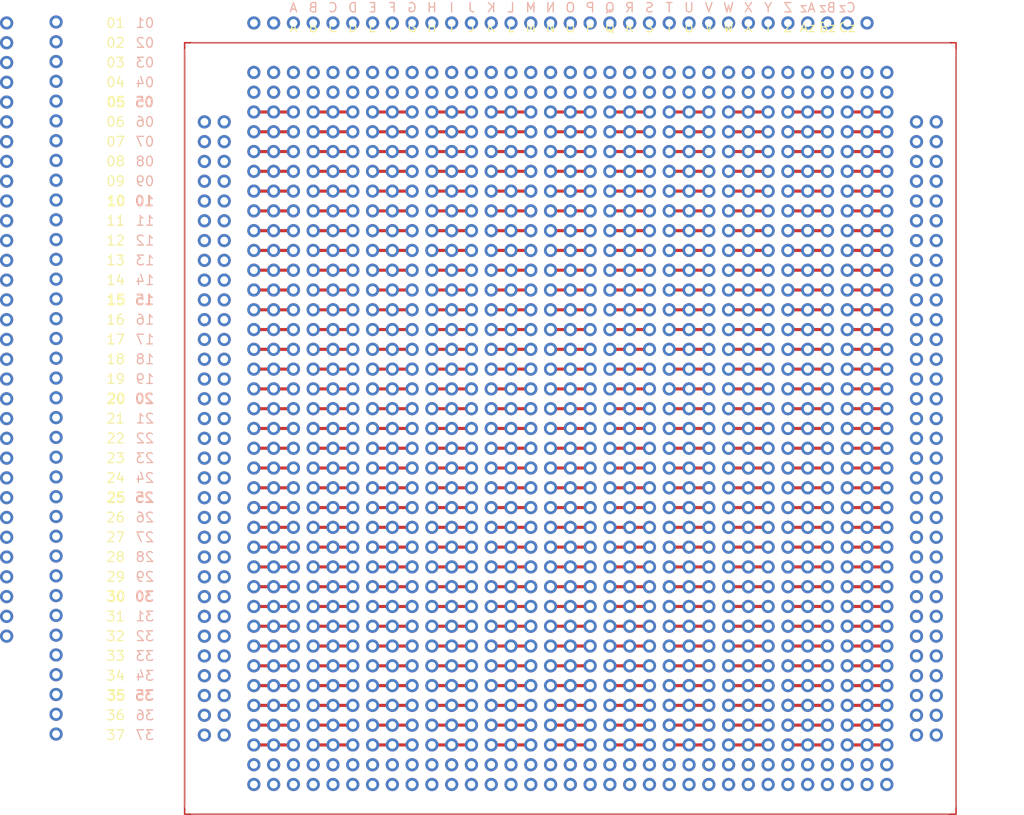
<source format=kicad_pcb>
(kicad_pcb (version 20241229) (generator "pcbnew") (generator_version "9.0")
  (layers (0 "F.Cu" signal) (2 "B.Cu" signal) (5 "F.SilkS" user "F.Silkscreen") (7 "B.SilkS" user "B.Silkscreen") (1 "F.Mask" user) (3 "B.Mask" user) (25 "Edge.Cuts" user))
  (net 0 "")
  (footprint "" (layer "F.Cu") (at 72.39 100.33)
    (property "Reference" "")
    (property "Value" "")
  )
  (footprint "" (layer "F.Cu") (at 102.87 85.09)
    (property "Reference" "")
    (property "Value" "")
  )
  (footprint "" (layer "F.Cu") (at 110.49 102.87)
    (property "Reference" "")
    (property "Value" "")
  )
  (footprint "" (layer "F.Cu") (at 147.32 106.68)
    (property "Reference" "")
    (property "Value" "")
  )
  (footprint "" (layer "F.Cu") (at 80.01 85.09)
    (property "Reference" "")
    (property "Value" "")
  )
  (footprint "" (layer "F.Cu") (at 130.81 69.85)
    (property "Reference" "")
    (property "Value" "")
  )
  (footprint "" (layer "F.Cu") (at 107.95 115.57)
    (property "Reference" "")
    (property "Value" "")
  )
  (footprint "" (layer "F.Cu") (at 82.55 133.35)
    (property "Reference" "")
    (property "Value" "")
  )
  (footprint "" (layer "F.Cu") (at 92.71 115.57)
    (property "Reference" "")
    (property "Value" "")
  )
  (footprint "" (layer "F.Cu") (at 92.71 107.95)
    (property "Reference" "")
    (property "Value" "")
  )
  (footprint "" (layer "F.Cu") (at 128.27 95.25)
    (property "Reference" "")
    (property "Value" "")
  )
  (footprint "" (layer "F.Cu") (at 80.01 82.55)
    (property "Reference" "")
    (property "Value" "")
  )
  (footprint "" (layer "F.Cu") (at 59.69 57.15)
    (property "Reference" "")
    (property "Value" "")
  )
  (footprint "" (layer "F.Cu") (at 147.32 88.9)
    (property "Reference" "")
    (property "Value" "")
  )
  (footprint "" (layer "F.Cu") (at 133.35 57.15)
    (property "Reference" "")
    (property "Value" "")
  )
  (footprint "" (layer "F.Cu") (at 92.71 135.89)
    (property "Reference" "")
    (property "Value" "")
  )
  (footprint "" (layer "F.Cu") (at 64.77 95.25)
    (property "Reference" "")
    (property "Value" "")
  )
  (footprint "" (layer "F.Cu") (at 85.09 85.09)
    (property "Reference" "")
    (property "Value" "")
  )
  (footprint "" (layer "F.Cu") (at 138.43 110.49)
    (property "Reference" "")
    (property "Value" "")
  )
  (footprint "" (layer "F.Cu") (at 87.63 115.57)
    (property "Reference" "")
    (property "Value" "")
  )
  (footprint "" (layer "F.Cu") (at 67.31 59.69)
    (property "Reference" "")
    (property "Value" "")
  )
  (footprint "" (layer "F.Cu") (at 140.97 102.87)
    (property "Reference" "")
    (property "Value" "")
  )
  (footprint "" (layer "F.Cu") (at 90.17 113.03)
    (property "Reference" "")
    (property "Value" "")
  )
  (footprint "" (layer "F.Cu") (at 85.09 118.11)
    (property "Reference" "")
    (property "Value" "")
  )
  (footprint "" (layer "F.Cu") (at 95.25 128.27)
    (property "Reference" "")
    (property "Value" "")
  )
  (footprint "" (layer "F.Cu") (at 115.57 128.27)
    (property "Reference" "")
    (property "Value" "")
  )
  (footprint "" (layer "F.Cu") (at 95.25 100.33)
    (property "Reference" "")
    (property "Value" "")
  )
  (footprint "" (layer "F.Cu") (at 92.71 77.47)
    (property "Reference" "")
    (property "Value" "")
  )
  (footprint "" (layer "F.Cu") (at 118.11 138.43)
    (property "Reference" "")
    (property "Value" "")
  )
  (footprint "" (layer "F.Cu") (at 130.81 115.57)
    (property "Reference" "")
    (property "Value" "")
  )
  (footprint "" (layer "F.Cu") (at 90.17 48.26 90)
    (property "Reference" "")
    (property "Value" "")
  )
  (footprint "" (layer "F.Cu") (at 34.29 53.215042)
    (property "Reference" "")
    (property "Value" "")
  )
  (footprint "" (layer "F.Cu") (at 140.97 115.57)
    (property "Reference" "")
    (property "Value" "")
  )
  (footprint "" (layer "F.Cu") (at 64.77 92.71)
    (property "Reference" "")
    (property "Value" "")
  )
  (footprint "" (layer "F.Cu") (at 72.39 107.95)
    (property "Reference" "")
    (property "Value" "")
  )
  (footprint "" (layer "F.Cu") (at 67.31 118.11)
    (property "Reference" "")
    (property "Value" "")
  )
  (footprint "" (layer "F.Cu") (at 144.78 99.06)
    (property "Reference" "")
    (property "Value" "")
  )
  (footprint "" (layer "F.Cu") (at 90.17 125.73)
    (property "Reference" "")
    (property "Value" "")
  )
  (footprint "" (layer "F.Cu") (at 34.29 93.855042)
    (property "Reference" "")
    (property "Value" "")
  )
  (footprint "" (layer "F.Cu") (at 133.35 143.51)
    (property "Reference" "")
    (property "Value" "")
  )
  (footprint "" (layer "F.Cu") (at 64.77 87.63)
    (property "Reference" "")
    (property "Value" "")
  )
  (footprint "" (layer "F.Cu") (at 100.33 67.31)
    (property "Reference" "")
    (property "Value" "")
  )
  (footprint "" (layer "F.Cu") (at 115.57 113.03)
    (property "Reference" "")
    (property "Value" "")
  )
  (footprint "" (layer "F.Cu") (at 115.57 69.85)
    (property "Reference" "")
    (property "Value" "")
  )
  (footprint "" (layer "F.Cu") (at 120.65 57.15)
    (property "Reference" "")
    (property "Value" "")
  )
  (footprint "" (layer "F.Cu") (at 95.25 143.51)
    (property "Reference" "")
    (property "Value" "")
  )
  (footprint "" (layer "F.Cu") (at 34.29 121.795042)
    (property "Reference" "")
    (property "Value" "")
  )
  (footprint "" (layer "F.Cu") (at 95.25 123.19)
    (property "Reference" "")
    (property "Value" "")
  )
  (footprint "" (layer "F.Cu") (at 34.29 111.635042)
    (property "Reference" "")
    (property "Value" "")
  )
  (footprint "" (layer "F.Cu") (at 125.73 102.87)
    (property "Reference" "")
    (property "Value" "")
  )
  (footprint "" (layer "F.Cu") (at 135.89 133.35)
    (property "Reference" "")
    (property "Value" "")
  )
  (footprint "" (layer "F.Cu") (at 123.19 100.33)
    (property "Reference" "")
    (property "Value" "")
  )
  (footprint "" (layer "F.Cu") (at 55.88 132.08)
    (property "Reference" "")
    (property "Value" "")
  )
  (footprint "" (layer "F.Cu") (at 69.85 82.55)
    (property "Reference" "")
    (property "Value" "")
  )
  (footprint "" (layer "F.Cu") (at 74.93 110.49)
    (property "Reference" "")
    (property "Value" "")
  )
  (footprint "" (layer "F.Cu") (at 135.89 77.47)
    (property "Reference" "")
    (property "Value" "")
  )
  (footprint "" (layer "F.Cu") (at 55.88 101.6)
    (property "Reference" "")
    (property "Value" "")
  )
  (footprint "" (layer "F.Cu") (at 72.39 123.19)
    (property "Reference" "")
    (property "Value" "")
  )
  (footprint "" (layer "F.Cu") (at 105.41 125.73)
    (property "Reference" "")
    (property "Value" "")
  )
  (footprint "" (layer "F.Cu") (at 92.71 110.49)
    (property "Reference" "")
    (property "Value" "")
  )
  (footprint "" (layer "F.Cu") (at 53.34 86.36)
    (property "Reference" "")
    (property "Value" "")
  )
  (footprint "" (layer "F.Cu") (at 105.41 90.17)
    (property "Reference" "")
    (property "Value" "")
  )
  (footprint "" (layer "F.Cu") (at 87.63 130.81)
    (property "Reference" "")
    (property "Value" "")
  )
  (footprint "" (layer "F.Cu") (at 113.03 72.39)
    (property "Reference" "")
    (property "Value" "")
  )
  (footprint "" (layer "F.Cu") (at 27.94 101.6)
    (property "Reference" "")
    (property "Value" "")
  )
  (footprint "" (layer "F.Cu") (at 85.09 97.79)
    (property "Reference" "")
    (property "Value" "")
  )
  (footprint "" (layer "F.Cu") (at 133.35 138.43)
    (property "Reference" "")
    (property "Value" "")
  )
  (footprint "" (layer "F.Cu") (at 102.87 48.26 90)
    (property "Reference" "")
    (property "Value" "")
  )
  (footprint "" (layer "F.Cu") (at 135.89 123.19)
    (property "Reference" "")
    (property "Value" "")
  )
  (footprint "" (layer "F.Cu") (at 120.65 123.19)
    (property "Reference" "")
    (property "Value" "")
  )
  (footprint "" (layer "F.Cu") (at 53.34 106.68)
    (property "Reference" "")
    (property "Value" "")
  )
  (footprint "" (layer "F.Cu") (at 55.88 78.74)
    (property "Reference" "")
    (property "Value" "")
  )
  (footprint "" (layer "F.Cu") (at 80.01 120.65)
    (property "Reference" "")
    (property "Value" "")
  )
  (footprint "" (layer "F.Cu") (at 27.94 121.92)
    (property "Reference" "")
    (property "Value" "")
  )
  (footprint "" (layer "F.Cu") (at 100.33 107.95)
    (property "Reference" "")
    (property "Value" "")
  )
  (footprint "" (layer "F.Cu") (at 128.27 140.97)
    (property "Reference" "")
    (property "Value" "")
  )
  (footprint "" (layer "F.Cu") (at 105.41 130.81)
    (property "Reference" "")
    (property "Value" "")
  )
  (footprint "" (layer "F.Cu") (at 74.93 82.55)
    (property "Reference" "")
    (property "Value" "")
  )
  (footprint "" (layer "F.Cu") (at 77.47 113.03)
    (property "Reference" "")
    (property "Value" "")
  )
  (footprint "" (layer "F.Cu") (at 62.23 82.55)
    (property "Reference" "")
    (property "Value" "")
  )
  (footprint "" (layer "F.Cu") (at 102.87 72.39)
    (property "Reference" "")
    (property "Value" "")
  )
  (footprint "" (layer "F.Cu") (at 135.89 113.03)
    (property "Reference" "")
    (property "Value" "")
  )
  (footprint "" (layer "F.Cu") (at 100.33 77.47)
    (property "Reference" "")
    (property "Value" "")
  )
  (footprint "" (layer "F.Cu") (at 133.35 102.87)
    (property "Reference" "")
    (property "Value" "")
  )
  (footprint "" (layer "F.Cu") (at 34.29 131.955042)
    (property "Reference" "")
    (property "Value" "")
  )
  (footprint "" (layer "F.Cu") (at 105.41 140.97)
    (property "Reference" "")
    (property "Value" "")
  )
  (footprint "" (layer "F.Cu") (at 135.89 143.51)
    (property "Reference" "")
    (property "Value" "")
  )
  (footprint "" (layer "F.Cu") (at 128.27 82.55)
    (property "Reference" "")
    (property "Value" "")
  )
  (footprint "" (layer "F.Cu") (at 138.43 64.77)
    (property "Reference" "")
    (property "Value" "")
  )
  (footprint "" (layer "F.Cu") (at 53.34 60.96)
    (property "Reference" "")
    (property "Value" "")
  )
  (footprint "" (layer "F.Cu") (at 113.03 120.65)
    (property "Reference" "")
    (property "Value" "")
  )
  (footprint "" (layer "F.Cu") (at 72.39 146.05)
    (property "Reference" "")
    (property "Value" "")
  )
  (footprint "" (layer "F.Cu") (at 59.69 110.49)
    (property "Reference" "")
    (property "Value" "")
  )
  (footprint "" (layer "F.Cu") (at 125.73 105.41)
    (property "Reference" "")
    (property "Value" "")
  )
  (footprint "" (layer "F.Cu") (at 85.09 110.49)
    (property "Reference" "")
    (property "Value" "")
  )
  (footprint "" (layer "F.Cu") (at 85.09 133.35)
    (property "Reference" "")
    (property "Value" "")
  )
  (footprint "" (layer "F.Cu") (at 95.25 64.77)
    (property "Reference" "")
    (property "Value" "")
  )
  (footprint "" (layer "F.Cu") (at 27.94 111.76)
    (property "Reference" "")
    (property "Value" "")
  )
  (footprint "" (layer "F.Cu") (at 102.87 57.15)
    (property "Reference" "")
    (property "Value" "")
  )
  (footprint "" (layer "F.Cu") (at 74.93 120.65)
    (property "Reference" "")
    (property "Value" "")
  )
  (footprint "" (layer "F.Cu") (at 133.35 110.49)
    (property "Reference" "")
    (property "Value" "")
  )
  (footprint "" (layer "F.Cu") (at 130.81 97.79)
    (property "Reference" "")
    (property "Value" "")
  )
  (footprint "" (layer "F.Cu") (at 59.69 105.41)
    (property "Reference" "")
    (property "Value" "")
  )
  (footprint "" (layer "F.Cu") (at 123.19 105.41)
    (property "Reference" "")
    (property "Value" "")
  )
  (footprint "" (layer "F.Cu") (at 120.65 138.43)
    (property "Reference" "")
    (property "Value" "")
  )
  (footprint "" (layer "F.Cu") (at 27.94 104.14)
    (property "Reference" "")
    (property "Value" "")
  )
  (footprint "" (layer "F.Cu") (at 135.89 138.43)
    (property "Reference" "")
    (property "Value" "")
  )
  (footprint "" (layer "F.Cu") (at 67.31 128.27)
    (property "Reference" "")
    (property "Value" "")
  )
  (footprint "" (layer "F.Cu") (at 85.09 72.39)
    (property "Reference" "")
    (property "Value" "")
  )
  (footprint "" (layer "F.Cu") (at 120.65 128.27)
    (property "Reference" "")
    (property "Value" "")
  )
  (footprint "" (layer "F.Cu") (at 100.33 90.17)
    (property "Reference" "")
    (property "Value" "")
  )
  (footprint "" (layer "F.Cu") (at 77.47 87.63)
    (property "Reference" "")
    (property "Value" "")
  )
  (footprint "" (layer "F.Cu") (at 72.39 87.63)
    (property "Reference" "")
    (property "Value" "")
  )
  (footprint "" (layer "F.Cu") (at 80.01 146.05)
    (property "Reference" "")
    (property "Value" "")
  )
  (footprint "" (layer "F.Cu") (at 77.47 92.71)
    (property "Reference" "")
    (property "Value" "")
  )
  (footprint "" (layer "F.Cu") (at 113.03 130.81)
    (property "Reference" "")
    (property "Value" "")
  )
  (footprint "" (layer "F.Cu") (at 53.34 127)
    (property "Reference" "")
    (property "Value" "")
  )
  (footprint "" (layer "F.Cu") (at 90.17 82.55)
    (property "Reference" "")
    (property "Value" "")
  )
  (footprint "" (layer "F.Cu") (at 133.35 74.93)
    (property "Reference" "")
    (property "Value" "")
  )
  (footprint "" (layer "F.Cu") (at 100.33 125.73)
    (property "Reference" "")
    (property "Value" "")
  )
  (footprint "" (layer "F.Cu") (at 69.85 87.63)
    (property "Reference" "")
    (property "Value" "")
  )
  (footprint "" (layer "F.Cu") (at 118.11 85.09)
    (property "Reference" "")
    (property "Value" "")
  )
  (footprint "" (layer "F.Cu") (at 72.39 67.31)
    (property "Reference" "")
    (property "Value" "")
  )
  (footprint "" (layer "F.Cu") (at 100.33 64.77)
    (property "Reference" "")
    (property "Value" "")
  )
  (footprint "" (layer "F.Cu") (at 123.19 133.35)
    (property "Reference" "")
    (property "Value" "")
  )
  (footprint "" (layer "F.Cu") (at 95.25 80.01)
    (property "Reference" "")
    (property "Value" "")
  )
  (footprint "" (layer "F.Cu") (at 59.69 72.39)
    (property "Reference" "")
    (property "Value" "")
  )
  (footprint "" (layer "F.Cu") (at 133.35 92.71)
    (property "Reference" "")
    (property "Value" "")
  )
  (footprint "" (layer "F.Cu") (at 27.94 119.38)
    (property "Reference" "")
    (property "Value" "")
  )
  (footprint "" (layer "F.Cu") (at 105.41 128.27)
    (property "Reference" "")
    (property "Value" "")
  )
  (footprint "" (layer "F.Cu") (at 113.03 118.11)
    (property "Reference" "")
    (property "Value" "")
  )
  (footprint "" (layer "F.Cu") (at 95.25 118.11)
    (property "Reference" "")
    (property "Value" "")
  )
  (footprint "" (layer "F.Cu") (at 102.87 123.19)
    (property "Reference" "")
    (property "Value" "")
  )
  (footprint "" (layer "F.Cu") (at 90.17 64.77)
    (property "Reference" "")
    (property "Value" "")
  )
  (footprint "" (layer "F.Cu") (at 118.11 143.51)
    (property "Reference" "")
    (property "Value" "")
  )
  (footprint "" (layer "F.Cu") (at 102.87 102.87)
    (property "Reference" "")
    (property "Value" "")
  )
  (footprint "" (layer "F.Cu") (at 72.39 92.71)
    (property "Reference" "")
    (property "Value" "")
  )
  (footprint "" (layer "F.Cu") (at 120.65 77.47)
    (property "Reference" "")
    (property "Value" "")
  )
  (footprint "" (layer "F.Cu") (at 130.81 72.39)
    (property "Reference" "")
    (property "Value" "")
  )
  (footprint "" (layer "F.Cu") (at 92.71 82.55)
    (property "Reference" "")
    (property "Value" "")
  )
  (footprint "" (layer "F.Cu") (at 95.25 77.47)
    (property "Reference" "")
    (property "Value" "")
  )
  (footprint "" (layer "F.Cu") (at 85.09 90.17)
    (property "Reference" "")
    (property "Value" "")
  )
  (footprint "" (layer "F.Cu") (at 72.39 102.87)
    (property "Reference" "")
    (property "Value" "")
  )
  (footprint "" (layer "F.Cu") (at 74.93 67.31)
    (property "Reference" "")
    (property "Value" "")
  )
  (footprint "" (layer "F.Cu") (at 130.81 105.41)
    (property "Reference" "")
    (property "Value" "")
  )
  (footprint "" (layer "F.Cu") (at 110.49 110.49)
    (property "Reference" "")
    (property "Value" "")
  )
  (footprint "" (layer "F.Cu") (at 85.09 67.31)
    (property "Reference" "")
    (property "Value" "")
  )
  (footprint "" (layer "F.Cu") (at 100.33 57.15)
    (property "Reference" "")
    (property "Value" "")
  )
  (footprint "" (layer "F.Cu") (at 80.01 105.41)
    (property "Reference" "")
    (property "Value" "")
  )
  (footprint "" (layer "F.Cu") (at 118.11 48.26 90)
    (property "Reference" "")
    (property "Value" "")
  )
  (footprint "" (layer "F.Cu") (at 100.33 97.79)
    (property "Reference" "")
    (property "Value" "")
  )
  (footprint "" (layer "F.Cu") (at 128.27 67.31)
    (property "Reference" "")
    (property "Value" "")
  )
  (footprint "" (layer "F.Cu") (at 115.57 92.71)
    (property "Reference" "")
    (property "Value" "")
  )
  (footprint "" (layer "F.Cu") (at 67.31 97.79)
    (property "Reference" "")
    (property "Value" "")
  )
  (footprint "" (layer "F.Cu") (at 105.41 64.77)
    (property "Reference" "")
    (property "Value" "")
  )
  (footprint "" (layer "F.Cu") (at 140.97 125.73)
    (property "Reference" "")
    (property "Value" "")
  )
  (footprint "" (layer "F.Cu") (at 105.41 143.51)
    (property "Reference" "")
    (property "Value" "")
  )
  (footprint "" (layer "F.Cu") (at 87.63 92.71)
    (property "Reference" "")
    (property "Value" "")
  )
  (footprint "" (layer "F.Cu") (at 105.41 87.63)
    (property "Reference" "")
    (property "Value" "")
  )
  (footprint "" (layer "F.Cu") (at 59.69 87.63)
    (property "Reference" "")
    (property "Value" "")
  )
  (footprint "" (layer "F.Cu") (at 120.65 74.93)
    (property "Reference" "")
    (property "Value" "")
  )
  (footprint "" (layer "F.Cu") (at 92.71 100.33)
    (property "Reference" "")
    (property "Value" "")
  )
  (footprint "" (layer "F.Cu") (at 115.57 87.63)
    (property "Reference" "")
    (property "Value" "")
  )
  (footprint "" (layer "F.Cu") (at 135.89 115.57)
    (property "Reference" "")
    (property "Value" "")
  )
  (footprint "" (layer "F.Cu") (at 53.34 66.04)
    (property "Reference" "")
    (property "Value" "")
  )
  (footprint "" (layer "F.Cu") (at 87.63 57.15)
    (property "Reference" "")
    (property "Value" "")
  )
  (footprint "" (layer "F.Cu") (at 147.32 111.76)
    (property "Reference" "")
    (property "Value" "")
  )
  (footprint "" (layer "F.Cu") (at 67.31 62.23)
    (property "Reference" "")
    (property "Value" "")
  )
  (footprint "" (layer "F.Cu") (at 138.43 130.81)
    (property "Reference" "")
    (property "Value" "")
  )
  (footprint "" (layer "F.Cu") (at 62.23 115.57)
    (property "Reference" "")
    (property "Value" "")
  )
  (footprint "" (layer "F.Cu") (at 64.77 107.95)
    (property "Reference" "")
    (property "Value" "")
  )
  (footprint "" (layer "F.Cu") (at 74.93 105.41)
    (property "Reference" "")
    (property "Value" "")
  )
  (footprint "" (layer "F.Cu") (at 118.11 113.03)
    (property "Reference" "")
    (property "Value" "")
  )
  (footprint "" (layer "F.Cu") (at 80.01 64.77)
    (property "Reference" "")
    (property "Value" "")
  )
  (footprint "" (layer "F.Cu") (at 53.34 88.9)
    (property "Reference" "")
    (property "Value" "")
  )
  (footprint "" (layer "F.Cu") (at 115.57 67.31)
    (property "Reference" "")
    (property "Value" "")
  )
  (footprint "" (layer "F.Cu") (at 100.33 92.71)
    (property "Reference" "")
    (property "Value" "")
  )
  (footprint "" (layer "F.Cu") (at 102.87 107.95)
    (property "Reference" "")
    (property "Value" "")
  )
  (footprint "" (layer "F.Cu") (at 144.78 63.5)
    (property "Reference" "")
    (property "Value" "")
  )
  (footprint "" (layer "F.Cu") (at 138.43 90.17)
    (property "Reference" "")
    (property "Value" "")
  )
  (footprint "" (layer "F.Cu") (at 120.65 133.35)
    (property "Reference" "")
    (property "Value" "")
  )
  (footprint "" (layer "F.Cu") (at 110.49 130.81)
    (property "Reference" "")
    (property "Value" "")
  )
  (footprint "" (layer "F.Cu") (at 115.57 62.23)
    (property "Reference" "")
    (property "Value" "")
  )
  (footprint "" (layer "F.Cu") (at 74.93 133.35)
    (property "Reference" "")
    (property "Value" "")
  )
  (footprint "" (layer "F.Cu") (at 34.29 119.255042)
    (property "Reference" "")
    (property "Value" "")
  )
  (footprint "" (layer "F.Cu") (at 113.03 143.51)
    (property "Reference" "")
    (property "Value" "")
  )
  (footprint "" (layer "F.Cu") (at 110.49 135.89)
    (property "Reference" "")
    (property "Value" "")
  )
  (footprint "" (layer "F.Cu") (at 118.11 62.23)
    (property "Reference" "")
    (property "Value" "")
  )
  (footprint "" (layer "F.Cu") (at 67.31 64.77)
    (property "Reference" "")
    (property "Value" "")
  )
  (footprint "" (layer "F.Cu") (at 97.79 110.49)
    (property "Reference" "")
    (property "Value" "")
  )
  (footprint "" (layer "F.Cu") (at 59.69 67.31)
    (property "Reference" "")
    (property "Value" "")
  )
  (footprint "" (layer "F.Cu") (at 118.11 97.79)
    (property "Reference" "")
    (property "Value" "")
  )
  (footprint "" (layer "F.Cu") (at 64.77 115.57)
    (property "Reference" "")
    (property "Value" "")
  )
  (footprint "" (layer "F.Cu") (at 105.41 105.41)
    (property "Reference" "")
    (property "Value" "")
  )
  (footprint "" (layer "F.Cu") (at 140.97 118.11)
    (property "Reference" "")
    (property "Value" "")
  )
  (footprint "" (layer "F.Cu") (at 64.77 67.31)
    (property "Reference" "")
    (property "Value" "")
  )
  (footprint "" (layer "F.Cu") (at 113.03 135.89)
    (property "Reference" "")
    (property "Value" "")
  )
  (footprint "" (layer "F.Cu") (at 74.93 69.85)
    (property "Reference" "")
    (property "Value" "")
  )
  (footprint "" (layer "F.Cu") (at 90.17 85.09)
    (property "Reference" "")
    (property "Value" "")
  )
  (footprint "" (layer "F.Cu") (at 69.85 123.19)
    (property "Reference" "")
    (property "Value" "")
  )
  (footprint "" (layer "F.Cu") (at 53.34 93.98)
    (property "Reference" "")
    (property "Value" "")
  )
  (footprint "" (layer "F.Cu") (at 100.33 62.23)
    (property "Reference" "")
    (property "Value" "")
  )
  (footprint "" (layer "F.Cu") (at 64.77 110.49)
    (property "Reference" "")
    (property "Value" "")
  )
  (footprint "" (layer "F.Cu") (at 107.95 95.25)
    (property "Reference" "")
    (property "Value" "")
  )
  (footprint "" (layer "F.Cu") (at 74.93 62.23)
    (property "Reference" "")
    (property "Value" "")
  )
  (footprint "" (layer "F.Cu") (at 138.43 82.55)
    (property "Reference" "")
    (property "Value" "")
  )
  (footprint "" (layer "F.Cu") (at 138.43 123.19)
    (property "Reference" "")
    (property "Value" "")
  )
  (footprint "" (layer "F.Cu") (at 120.65 143.51)
    (property "Reference" "")
    (property "Value" "")
  )
  (footprint "" (layer "F.Cu") (at 102.87 59.69)
    (property "Reference" "")
    (property "Value" "")
  )
  (footprint "" (layer "F.Cu") (at 110.49 143.51)
    (property "Reference" "")
    (property "Value" "")
  )
  (footprint "" (layer "F.Cu") (at 80.01 87.63)
    (property "Reference" "")
    (property "Value" "")
  )
  (footprint "" (layer "F.Cu") (at 107.95 133.35)
    (property "Reference" "")
    (property "Value" "")
  )
  (footprint "" (layer "F.Cu") (at 120.65 105.41)
    (property "Reference" "")
    (property "Value" "")
  )
  (footprint "" (layer "F.Cu") (at 120.65 118.11)
    (property "Reference" "")
    (property "Value" "")
  )
  (footprint "" (layer "F.Cu") (at 55.88 66.04)
    (property "Reference" "")
    (property "Value" "")
  )
  (footprint "" (layer "F.Cu") (at 118.11 80.01)
    (property "Reference" "")
    (property "Value" "")
  )
  (footprint "" (layer "F.Cu") (at 77.47 100.33)
    (property "Reference" "")
    (property "Value" "")
  )
  (footprint "" (layer "F.Cu") (at 138.43 115.57)
    (property "Reference" "")
    (property "Value" "")
  )
  (footprint "" (layer "F.Cu") (at 77.47 85.09)
    (property "Reference" "")
    (property "Value" "")
  )
  (footprint "" (layer "F.Cu") (at 55.88 137.16)
    (property "Reference" "")
    (property "Value" "")
  )
  (footprint "" (layer "F.Cu") (at 105.41 133.35)
    (property "Reference" "")
    (property "Value" "")
  )
  (footprint "" (layer "F.Cu") (at 34.29 68.455042)
    (property "Reference" "")
    (property "Value" "")
  )
  (footprint "" (layer "F.Cu") (at 55.88 114.3)
    (property "Reference" "")
    (property "Value" "")
  )
  (footprint "" (layer "F.Cu") (at 80.01 72.39)
    (property "Reference" "")
    (property "Value" "")
  )
  (footprint "" (layer "F.Cu") (at 110.49 138.43)
    (property "Reference" "")
    (property "Value" "")
  )
  (footprint "" (layer "F.Cu") (at 125.73 133.35)
    (property "Reference" "")
    (property "Value" "")
  )
  (footprint "" (layer "F.Cu") (at 100.33 113.03)
    (property "Reference" "")
    (property "Value" "")
  )
  (footprint "" (layer "F.Cu") (at 107.95 138.43)
    (property "Reference" "")
    (property "Value" "")
  )
  (footprint "" (layer "F.Cu") (at 64.77 62.23)
    (property "Reference" "")
    (property "Value" "")
  )
  (footprint "" (layer "F.Cu") (at 140.97 57.15)
    (property "Reference" "")
    (property "Value" "")
  )
  (footprint "" (layer "F.Cu") (at 144.78 106.68)
    (property "Reference" "")
    (property "Value" "")
  )
  (footprint "" (layer "F.Cu") (at 77.47 80.01)
    (property "Reference" "")
    (property "Value" "")
  )
  (footprint "" (layer "F.Cu") (at 95.25 133.35)
    (property "Reference" "")
    (property "Value" "")
  )
  (footprint "" (layer "F.Cu") (at 113.03 138.43)
    (property "Reference" "")
    (property "Value" "")
  )
  (footprint "" (layer "F.Cu") (at 59.69 85.09)
    (property "Reference" "")
    (property "Value" "")
  )
  (footprint "" (layer "F.Cu") (at 77.47 140.97)
    (property "Reference" "")
    (property "Value" "")
  )
  (footprint "" (layer "F.Cu") (at 69.85 92.71)
    (property "Reference" "")
    (property "Value" "")
  )
  (footprint "" (layer "F.Cu") (at 147.32 76.2)
    (property "Reference" "")
    (property "Value" "")
  )
  (footprint "" (layer "F.Cu") (at 55.88 124.46)
    (property "Reference" "")
    (property "Value" "")
  )
  (footprint "" (layer "F.Cu") (at 64.77 59.69)
    (property "Reference" "")
    (property "Value" "")
  )
  (footprint "" (layer "F.Cu") (at 120.65 100.33)
    (property "Reference" "")
    (property "Value" "")
  )
  (footprint "" (layer "F.Cu") (at 27.94 58.42)
    (property "Reference" "")
    (property "Value" "")
  )
  (footprint "" (layer "F.Cu") (at 97.79 90.17)
    (property "Reference" "")
    (property "Value" "")
  )
  (footprint "" (layer "F.Cu") (at 107.95 85.09)
    (property "Reference" "")
    (property "Value" "")
  )
  (footprint "" (layer "F.Cu") (at 135.89 62.23)
    (property "Reference" "")
    (property "Value" "")
  )
  (footprint "" (layer "F.Cu") (at 82.55 120.65)
    (property "Reference" "")
    (property "Value" "")
  )
  (footprint "" (layer "F.Cu") (at 144.78 121.92)
    (property "Reference" "")
    (property "Value" "")
  )
  (footprint "" (layer "F.Cu") (at 82.55 59.69)
    (property "Reference" "")
    (property "Value" "")
  )
  (footprint "" (layer "F.Cu") (at 53.34 68.58)
    (property "Reference" "")
    (property "Value" "")
  )
  (footprint "" (layer "F.Cu") (at 34.29 58.295042)
    (property "Reference" "")
    (property "Value" "")
  )
  (footprint "" (layer "F.Cu") (at 100.33 146.05)
    (property "Reference" "")
    (property "Value" "")
  )
  (footprint "" (layer "F.Cu") (at 77.47 74.93)
    (property "Reference" "")
    (property "Value" "")
  )
  (footprint "" (layer "F.Cu") (at 69.85 138.43)
    (property "Reference" "")
    (property "Value" "")
  )
  (footprint "" (layer "F.Cu") (at 138.43 48.26 90)
    (property "Reference" "")
    (property "Value" "")
  )
  (footprint "" (layer "F.Cu") (at 123.19 69.85)
    (property "Reference" "")
    (property "Value" "")
  )
  (footprint "" (layer "F.Cu") (at 97.79 82.55)
    (property "Reference" "")
    (property "Value" "")
  )
  (footprint "" (layer "F.Cu") (at 87.63 87.63)
    (property "Reference" "")
    (property "Value" "")
  )
  (footprint "" (layer "F.Cu") (at 125.73 128.27)
    (property "Reference" "")
    (property "Value" "")
  )
  (footprint "" (layer "F.Cu") (at 67.31 146.05)
    (property "Reference" "")
    (property "Value" "")
  )
  (footprint "" (layer "F.Cu") (at 59.69 48.26 90)
    (property "Reference" "")
    (property "Value" "")
  )
  (footprint "" (layer "F.Cu") (at 97.79 128.27)
    (property "Reference" "")
    (property "Value" "")
  )
  (footprint "" (layer "F.Cu") (at 113.03 125.73)
    (property "Reference" "")
    (property "Value" "")
  )
  (footprint "" (layer "F.Cu") (at 105.41 67.31)
    (property "Reference" "")
    (property "Value" "")
  )
  (footprint "" (layer "F.Cu") (at 115.57 64.77)
    (property "Reference" "")
    (property "Value" "")
  )
  (footprint "" (layer "F.Cu") (at 62.23 113.03)
    (property "Reference" "")
    (property "Value" "")
  )
  (footprint "" (layer "F.Cu") (at 62.23 90.17)
    (property "Reference" "")
    (property "Value" "")
  )
  (footprint "" (layer "F.Cu") (at 110.49 87.63)
    (property "Reference" "")
    (property "Value" "")
  )
  (footprint "" (layer "F.Cu") (at 53.34 134.62)
    (property "Reference" "")
    (property "Value" "")
  )
  (footprint "" (layer "F.Cu") (at 62.23 85.09)
    (property "Reference" "")
    (property "Value" "")
  )
  (footprint "" (layer "F.Cu") (at 72.39 135.89)
    (property "Reference" "")
    (property "Value" "")
  )
  (footprint "" (layer "F.Cu") (at 147.32 129.54)
    (property "Reference" "")
    (property "Value" "")
  )
  (footprint "" (layer "F.Cu") (at 125.73 115.57)
    (property "Reference" "")
    (property "Value" "")
  )
  (footprint "" (layer "F.Cu") (at 64.77 64.77)
    (property "Reference" "")
    (property "Value" "")
  )
  (footprint "" (layer "F.Cu") (at 53.34 116.84)
    (property "Reference" "")
    (property "Value" "")
  )
  (footprint "" (layer "F.Cu") (at 115.57 90.17)
    (property "Reference" "")
    (property "Value" "")
  )
  (footprint "" (layer "F.Cu") (at 110.49 62.23)
    (property "Reference" "")
    (property "Value" "")
  )
  (footprint "" (layer "F.Cu") (at 95.25 125.73)
    (property "Reference" "")
    (property "Value" "")
  )
  (footprint "" (layer "F.Cu") (at 125.73 97.79)
    (property "Reference" "")
    (property "Value" "")
  )
  (footprint "" (layer "F.Cu") (at 125.73 59.69)
    (property "Reference" "")
    (property "Value" "")
  )
  (footprint "" (layer "F.Cu") (at 135.89 82.55)
    (property "Reference" "")
    (property "Value" "")
  )
  (footprint "" (layer "F.Cu") (at 62.23 77.47)
    (property "Reference" "")
    (property "Value" "")
  )
  (footprint "" (layer "F.Cu") (at 118.11 130.81)
    (property "Reference" "")
    (property "Value" "")
  )
  (footprint "" (layer "F.Cu") (at 59.69 143.51)
    (property "Reference" "")
    (property "Value" "")
  )
  (footprint "" (layer "F.Cu") (at 69.85 74.93)
    (property "Reference" "")
    (property "Value" "")
  )
  (footprint "" (layer "F.Cu") (at 120.65 97.79)
    (property "Reference" "")
    (property "Value" "")
  )
  (footprint "" (layer "F.Cu") (at 97.79 146.05)
    (property "Reference" "")
    (property "Value" "")
  )
  (footprint "" (layer "F.Cu") (at 130.81 107.95)
    (property "Reference" "")
    (property "Value" "")
  )
  (footprint "" (layer "F.Cu") (at 130.81 123.19)
    (property "Reference" "")
    (property "Value" "")
  )
  (footprint "" (layer "F.Cu") (at 144.78 119.38)
    (property "Reference" "")
    (property "Value" "")
  )
  (footprint "" (layer "F.Cu") (at 92.71 140.97)
    (property "Reference" "")
    (property "Value" "")
  )
  (footprint "" (layer "F.Cu") (at 34.29 83.695042)
    (property "Reference" "")
    (property "Value" "")
  )
  (footprint "" (layer "F.Cu") (at 130.81 140.97)
    (property "Reference" "")
    (property "Value" "")
  )
  (footprint "" (layer "F.Cu") (at 82.55 128.27)
    (property "Reference" "")
    (property "Value" "")
  )
  (footprint "" (layer "F.Cu") (at 77.47 110.49)
    (property "Reference" "")
    (property "Value" "")
  )
  (footprint "" (layer "F.Cu") (at 90.17 120.65)
    (property "Reference" "")
    (property "Value" "")
  )
  (footprint "" (layer "F.Cu") (at 77.47 97.79)
    (property "Reference" "")
    (property "Value" "")
  )
  (footprint "" (layer "F.Cu") (at 59.69 128.27)
    (property "Reference" "")
    (property "Value" "")
  )
  (footprint "" (layer "F.Cu") (at 102.87 67.31)
    (property "Reference" "")
    (property "Value" "")
  )
  (footprint "" (layer "F.Cu") (at 92.71 54.61)
    (property "Reference" "")
    (property "Value" "")
  )
  (footprint "" (layer "F.Cu") (at 64.77 102.87)
    (property "Reference" "")
    (property "Value" "")
  )
  (footprint "" (layer "F.Cu") (at 55.88 60.96)
    (property "Reference" "")
    (property "Value" "")
  )
  (footprint "" (layer "F.Cu") (at 147.32 119.38)
    (property "Reference" "")
    (property "Value" "")
  )
  (footprint "" (layer "F.Cu") (at 147.32 124.46)
    (property "Reference" "")
    (property "Value" "")
  )
  (footprint "" (layer "F.Cu") (at 90.17 74.93)
    (property "Reference" "")
    (property "Value" "")
  )
  (footprint "" (layer "F.Cu") (at 107.95 77.47)
    (property "Reference" "")
    (property "Value" "")
  )
  (footprint "" (layer "F.Cu") (at 125.73 143.51)
    (property "Reference" "")
    (property "Value" "")
  )
  (footprint "" (layer "F.Cu") (at 74.93 64.77)
    (property "Reference" "")
    (property "Value" "")
  )
  (footprint "" (layer "F.Cu") (at 85.09 130.81)
    (property "Reference" "")
    (property "Value" "")
  )
  (footprint "" (layer "F.Cu") (at 87.63 72.39)
    (property "Reference" "")
    (property "Value" "")
  )
  (footprint "" (layer "F.Cu") (at 113.03 100.33)
    (property "Reference" "")
    (property "Value" "")
  )
  (footprint "" (layer "F.Cu") (at 123.19 92.71)
    (property "Reference" "")
    (property "Value" "")
  )
  (footprint "" (layer "F.Cu") (at 100.33 100.33)
    (property "Reference" "")
    (property "Value" "")
  )
  (footprint "" (layer "F.Cu") (at 102.87 113.03)
    (property "Reference" "")
    (property "Value" "")
  )
  (footprint "" (layer "F.Cu") (at 97.79 125.73)
    (property "Reference" "")
    (property "Value" "")
  )
  (footprint "" (layer "F.Cu") (at 97.79 140.97)
    (property "Reference" "")
    (property "Value" "")
  )
  (footprint "" (layer "F.Cu") (at 90.17 57.15)
    (property "Reference" "")
    (property "Value" "")
  )
  (footprint "" (layer "F.Cu") (at 123.19 102.87)
    (property "Reference" "")
    (property "Value" "")
  )
  (footprint "" (layer "F.Cu") (at 59.69 95.25)
    (property "Reference" "")
    (property "Value" "")
  )
  (footprint "" (layer "F.Cu") (at 90.17 115.57)
    (property "Reference" "")
    (property "Value" "")
  )
  (footprint "" (layer "F.Cu") (at 87.63 64.77)
    (property "Reference" "")
    (property "Value" "")
  )
  (footprint "" (layer "F.Cu") (at 62.23 128.27)
    (property "Reference" "")
    (property "Value" "")
  )
  (footprint "" (layer "F.Cu") (at 69.85 95.25)
    (property "Reference" "")
    (property "Value" "")
  )
  (footprint "" (layer "F.Cu") (at 138.43 113.03)
    (property "Reference" "")
    (property "Value" "")
  )
  (footprint "" (layer "F.Cu") (at 34.29 88.775042)
    (property "Reference" "")
    (property "Value" "")
  )
  (footprint "" (layer "F.Cu") (at 77.47 95.25)
    (property "Reference" "")
    (property "Value" "")
  )
  (footprint "" (layer "F.Cu") (at 55.88 63.5)
    (property "Reference" "")
    (property "Value" "")
  )
  (footprint "" (layer "F.Cu") (at 74.93 118.11)
    (property "Reference" "")
    (property "Value" "")
  )
  (footprint "" (layer "F.Cu") (at 77.47 120.65)
    (property "Reference" "")
    (property "Value" "")
  )
  (footprint "" (layer "F.Cu") (at 87.63 105.41)
    (property "Reference" "")
    (property "Value" "")
  )
  (footprint "" (layer "F.Cu") (at 138.43 133.35)
    (property "Reference" "")
    (property "Value" "")
  )
  (footprint "" (layer "F.Cu") (at 87.63 128.27)
    (property "Reference" "")
    (property "Value" "")
  )
  (footprint "" (layer "F.Cu") (at 74.93 80.01)
    (property "Reference" "")
    (property "Value" "")
  )
  (footprint "" (layer "F.Cu") (at 138.43 67.31)
    (property "Reference" "")
    (property "Value" "")
  )
  (footprint "" (layer "F.Cu") (at 74.93 77.47)
    (property "Reference" "")
    (property "Value" "")
  )
  (footprint "" (layer "F.Cu") (at 77.47 135.89)
    (property "Reference" "")
    (property "Value" "")
  )
  (footprint "" (layer "F.Cu") (at 90.17 102.87)
    (property "Reference" "")
    (property "Value" "")
  )
  (footprint "" (layer "F.Cu") (at 115.57 85.09)
    (property "Reference" "")
    (property "Value" "")
  )
  (footprint "" (layer "F.Cu") (at 140.97 143.51)
    (property "Reference" "")
    (property "Value" "")
  )
  (footprint "" (layer "F.Cu") (at 138.43 146.05)
    (property "Reference" "")
    (property "Value" "")
  )
  (footprint "" (layer "F.Cu") (at 138.43 57.15)
    (property "Reference" "")
    (property "Value" "")
  )
  (footprint "" (layer "F.Cu") (at 95.25 135.89)
    (property "Reference" "")
    (property "Value" "")
  )
  (footprint "" (layer "F.Cu") (at 113.03 95.25)
    (property "Reference" "")
    (property "Value" "")
  )
  (footprint "" (layer "F.Cu") (at 107.95 82.55)
    (property "Reference" "")
    (property "Value" "")
  )
  (footprint "" (layer "F.Cu") (at 82.55 118.11)
    (property "Reference" "")
    (property "Value" "")
  )
  (footprint "" (layer "F.Cu") (at 67.31 77.47)
    (property "Reference" "")
    (property "Value" "")
  )
  (footprint "" (layer "F.Cu") (at 125.73 72.39)
    (property "Reference" "")
    (property "Value" "")
  )
  (footprint "" (layer "F.Cu") (at 90.17 130.81)
    (property "Reference" "")
    (property "Value" "")
  )
  (footprint "" (layer "F.Cu") (at 87.63 54.61)
    (property "Reference" "")
    (property "Value" "")
  )
  (footprint "" (layer "F.Cu") (at 113.03 90.17)
    (property "Reference" "")
    (property "Value" "")
  )
  (footprint "" (layer "F.Cu") (at 125.73 95.25)
    (property "Reference" "")
    (property "Value" "")
  )
  (footprint "" (layer "F.Cu") (at 102.87 54.61)
    (property "Reference" "")
    (property "Value" "")
  )
  (footprint "" (layer "F.Cu") (at 147.32 99.06)
    (property "Reference" "")
    (property "Value" "")
  )
  (footprint "" (layer "F.Cu") (at 125.73 138.43)
    (property "Reference" "")
    (property "Value" "")
  )
  (footprint "" (layer "F.Cu") (at 135.89 135.89)
    (property "Reference" "")
    (property "Value" "")
  )
  (footprint "" (layer "F.Cu") (at 135.89 97.79)
    (property "Reference" "")
    (property "Value" "")
  )
  (footprint "" (layer "F.Cu") (at 80.01 125.73)
    (property "Reference" "")
    (property "Value" "")
  )
  (footprint "" (layer "F.Cu") (at 80.01 143.51)
    (property "Reference" "")
    (property "Value" "")
  )
  (footprint "" (layer "F.Cu") (at 135.89 72.39)
    (property "Reference" "")
    (property "Value" "")
  )
  (footprint "" (layer "F.Cu") (at 128.27 146.05)
    (property "Reference" "")
    (property "Value" "")
  )
  (footprint "" (layer "F.Cu") (at 100.33 110.49)
    (property "Reference" "")
    (property "Value" "")
  )
  (footprint "" (layer "F.Cu") (at 107.95 90.17)
    (property "Reference" "")
    (property "Value" "")
  )
  (footprint "" (layer "F.Cu") (at 64.77 80.01)
    (property "Reference" "")
    (property "Value" "")
  )
  (footprint "" (layer "F.Cu") (at 100.33 128.27)
    (property "Reference" "")
    (property "Value" "")
  )
  (footprint "" (layer "F.Cu") (at 135.89 90.17)
    (property "Reference" "")
    (property "Value" "")
  )
  (footprint "" (layer "F.Cu") (at 34.29 139.575042)
    (property "Reference" "")
    (property "Value" "")
  )
  (footprint "" (layer "F.Cu") (at 82.55 105.41)
    (property "Reference" "")
    (property "Value" "")
  )
  (footprint "" (layer "F.Cu") (at 87.63 102.87)
    (property "Reference" "")
    (property "Value" "")
  )
  (footprint "" (layer "F.Cu") (at 133.35 90.17)
    (property "Reference" "")
    (property "Value" "")
  )
  (footprint "" (layer "F.Cu") (at 147.32 137.16)
    (property "Reference" "")
    (property "Value" "")
  )
  (footprint "" (layer "F.Cu") (at 140.97 97.79)
    (property "Reference" "")
    (property "Value" "")
  )
  (footprint "" (layer "F.Cu") (at 144.78 88.9)
    (property "Reference" "")
    (property "Value" "")
  )
  (footprint "" (layer "F.Cu") (at 100.33 135.89)
    (property "Reference" "")
    (property "Value" "")
  )
  (footprint "" (layer "F.Cu") (at 92.71 64.77)
    (property "Reference" "")
    (property "Value" "")
  )
  (footprint "" (layer "F.Cu") (at 72.39 97.79)
    (property "Reference" "")
    (property "Value" "")
  )
  (footprint "" (layer "F.Cu") (at 102.87 80.01)
    (property "Reference" "")
    (property "Value" "")
  )
  (footprint "" (layer "F.Cu") (at 130.81 95.25)
    (property "Reference" "")
    (property "Value" "")
  )
  (footprint "" (layer "F.Cu") (at 147.32 86.36)
    (property "Reference" "")
    (property "Value" "")
  )
  (footprint "" (layer "F.Cu") (at 120.65 59.69)
    (property "Reference" "")
    (property "Value" "")
  )
  (footprint "" (layer "F.Cu") (at 123.19 138.43)
    (property "Reference" "")
    (property "Value" "")
  )
  (footprint "" (layer "F.Cu") (at 123.19 118.11)
    (property "Reference" "")
    (property "Value" "")
  )
  (footprint "" (layer "F.Cu") (at 62.23 140.97)
    (property "Reference" "")
    (property "Value" "")
  )
  (footprint "" (layer "F.Cu") (at 113.03 140.97)
    (property "Reference" "")
    (property "Value" "")
  )
  (footprint "" (layer "F.Cu") (at 85.09 146.05)
    (property "Reference" "")
    (property "Value" "")
  )
  (footprint "" (layer "F.Cu") (at 72.39 118.11)
    (property "Reference" "")
    (property "Value" "")
  )
  (footprint "" (layer "F.Cu") (at 118.11 90.17)
    (property "Reference" "")
    (property "Value" "")
  )
  (footprint "" (layer "F.Cu") (at 27.94 81.28)
    (property "Reference" "")
    (property "Value" "")
  )
  (footprint "" (layer "F.Cu") (at 77.47 130.81)
    (property "Reference" "")
    (property "Value" "")
  )
  (footprint "" (layer "F.Cu") (at 140.97 95.25)
    (property "Reference" "")
    (property "Value" "")
  )
  (footprint "" (layer "F.Cu") (at 115.57 80.01)
    (property "Reference" "")
    (property "Value" "")
  )
  (footprint "" (layer "F.Cu") (at 133.35 97.79)
    (property "Reference" "")
    (property "Value" "")
  )
  (footprint "" (layer "F.Cu") (at 87.63 133.35)
    (property "Reference" "")
    (property "Value" "")
  )
  (footprint "" (layer "F.Cu") (at 80.01 59.69)
    (property "Reference" "")
    (property "Value" "")
  )
  (footprint "" (layer "F.Cu") (at 77.47 146.05)
    (property "Reference" "")
    (property "Value" "")
  )
  (footprint "" (layer "F.Cu") (at 144.78 104.14)
    (property "Reference" "")
    (property "Value" "")
  )
  (footprint "" (layer "F.Cu") (at 97.79 107.95)
    (property "Reference" "")
    (property "Value" "")
  )
  (footprint "" (layer "F.Cu") (at 102.87 97.79)
    (property "Reference" "")
    (property "Value" "")
  )
  (footprint "" (layer "F.Cu") (at 90.17 146.05)
    (property "Reference" "")
    (property "Value" "")
  )
  (footprint "" (layer "F.Cu") (at 62.23 123.19)
    (property "Reference" "")
    (property "Value" "")
  )
  (footprint "" (layer "F.Cu") (at 67.31 95.25)
    (property "Reference" "")
    (property "Value" "")
  )
  (footprint "" (layer "F.Cu") (at 55.88 129.54)
    (property "Reference" "")
    (property "Value" "")
  )
  (footprint "" (layer "F.Cu") (at 105.41 110.49)
    (property "Reference" "")
    (property "Value" "")
  )
  (footprint "" (layer "F.Cu") (at 59.69 90.17)
    (property "Reference" "")
    (property "Value" "")
  )
  (footprint "" (layer "F.Cu") (at 102.87 105.41)
    (property "Reference" "")
    (property "Value" "")
  )
  (footprint "" (layer "F.Cu") (at 118.11 72.39)
    (property "Reference" "")
    (property "Value" "")
  )
  (footprint "" (layer "F.Cu") (at 118.11 118.11)
    (property "Reference" "")
    (property "Value" "")
  )
  (footprint "" (layer "F.Cu") (at 140.97 100.33)
    (property "Reference" "")
    (property "Value" "")
  )
  (footprint "" (layer "F.Cu") (at 80.01 90.17)
    (property "Reference" "")
    (property "Value" "")
  )
  (footprint "" (layer "F.Cu") (at 105.41 80.01)
    (property "Reference" "")
    (property "Value" "")
  )
  (footprint "" (layer "F.Cu") (at 59.69 100.33)
    (property "Reference" "")
    (property "Value" "")
  )
  (footprint "" (layer "F.Cu") (at 97.79 105.41)
    (property "Reference" "")
    (property "Value" "")
  )
  (footprint "" (layer "F.Cu") (at 107.95 105.41)
    (property "Reference" "")
    (property "Value" "")
  )
  (footprint "" (layer "F.Cu") (at 133.35 77.47)
    (property "Reference" "")
    (property "Value" "")
  )
  (footprint "" (layer "F.Cu") (at 64.77 85.09)
    (property "Reference" "")
    (property "Value" "")
  )
  (footprint "" (layer "F.Cu") (at 85.09 54.61)
    (property "Reference" "")
    (property "Value" "")
  )
  (footprint "" (layer "F.Cu") (at 27.94 68.58)
    (property "Reference" "")
    (property "Value" "")
  )
  (footprint "" (layer "F.Cu") (at 92.71 57.15)
    (property "Reference" "")
    (property "Value" "")
  )
  (footprint "" (layer "F.Cu") (at 125.73 123.19)
    (property "Reference" "")
    (property "Value" "")
  )
  (footprint "" (layer "F.Cu") (at 85.09 64.77)
    (property "Reference" "")
    (property "Value" "")
  )
  (footprint "" (layer "F.Cu") (at 85.09 80.01)
    (property "Reference" "")
    (property "Value" "")
  )
  (footprint "" (layer "F.Cu") (at 130.81 143.51)
    (property "Reference" "")
    (property "Value" "")
  )
  (footprint "" (layer "F.Cu") (at 118.11 74.93)
    (property "Reference" "")
    (property "Value" "")
  )
  (footprint "" (layer "F.Cu") (at 105.41 92.71)
    (property "Reference" "")
    (property "Value" "")
  )
  (footprint "" (layer "F.Cu") (at 105.41 118.11)
    (property "Reference" "")
    (property "Value" "")
  )
  (footprint "" (layer "F.Cu") (at 74.93 100.33)
    (property "Reference" "")
    (property "Value" "")
  )
  (footprint "" (layer "F.Cu") (at 82.55 130.81)
    (property "Reference" "")
    (property "Value" "")
  )
  (footprint "" (layer "F.Cu") (at 125.73 67.31)
    (property "Reference" "")
    (property "Value" "")
  )
  (footprint "" (layer "F.Cu") (at 105.41 135.89)
    (property "Reference" "")
    (property "Value" "")
  )
  (footprint "" (layer "F.Cu") (at 62.23 125.73)
    (property "Reference" "")
    (property "Value" "")
  )
  (footprint "" (layer "F.Cu") (at 74.93 90.17)
    (property "Reference" "")
    (property "Value" "")
  )
  (footprint "" (layer "F.Cu") (at 97.79 67.31)
    (property "Reference" "")
    (property "Value" "")
  )
  (footprint "" (layer "F.Cu") (at 138.43 69.85)
    (property "Reference" "")
    (property "Value" "")
  )
  (footprint "" (layer "F.Cu") (at 102.87 140.97)
    (property "Reference" "")
    (property "Value" "")
  )
  (footprint "" (layer "F.Cu") (at 67.31 102.87)
    (property "Reference" "")
    (property "Value" "")
  )
  (footprint "" (layer "F.Cu") (at 100.33 120.65)
    (property "Reference" "")
    (property "Value" "")
  )
  (footprint "" (layer "F.Cu") (at 77.47 133.35)
    (property "Reference" "")
    (property "Value" "")
  )
  (footprint "" (layer "F.Cu") (at 87.63 90.17)
    (property "Reference" "")
    (property "Value" "")
  )
  (footprint "" (layer "F.Cu") (at 72.39 130.81)
    (property "Reference" "")
    (property "Value" "")
  )
  (footprint "" (layer "F.Cu") (at 80.01 115.57)
    (property "Reference" "")
    (property "Value" "")
  )
  (footprint "" (layer "F.Cu") (at 102.87 110.49)
    (property "Reference" "")
    (property "Value" "")
  )
  (footprint "" (layer "F.Cu") (at 85.09 87.63)
    (property "Reference" "")
    (property "Value" "")
  )
  (footprint "" (layer "F.Cu") (at 118.11 123.19)
    (property "Reference" "")
    (property "Value" "")
  )
  (footprint "" (layer "F.Cu") (at 82.55 110.49)
    (property "Reference" "")
    (property "Value" "")
  )
  (footprint "" (layer "F.Cu") (at 138.43 120.65)
    (property "Reference" "")
    (property "Value" "")
  )
  (footprint "" (layer "F.Cu") (at 107.95 72.39)
    (property "Reference" "")
    (property "Value" "")
  )
  (footprint "" (layer "F.Cu") (at 115.57 100.33)
    (property "Reference" "")
    (property "Value" "")
  )
  (footprint "" (layer "F.Cu") (at 92.71 123.19)
    (property "Reference" "")
    (property "Value" "")
  )
  (footprint "" (layer "F.Cu") (at 53.34 132.08)
    (property "Reference" "")
    (property "Value" "")
  )
  (footprint "" (layer "F.Cu") (at 147.32 121.92)
    (property "Reference" "")
    (property "Value" "")
  )
  (footprint "" (layer "F.Cu") (at 72.39 72.39)
    (property "Reference" "")
    (property "Value" "")
  )
  (footprint "" (layer "F.Cu") (at 53.34 73.66)
    (property "Reference" "")
    (property "Value" "")
  )
  (footprint "" (layer "F.Cu") (at 53.34 124.46)
    (property "Reference" "")
    (property "Value" "")
  )
  (footprint "" (layer "F.Cu") (at 128.27 59.69)
    (property "Reference" "")
    (property "Value" "")
  )
  (footprint "" (layer "F.Cu") (at 130.81 74.93)
    (property "Reference" "")
    (property "Value" "")
  )
  (footprint "" (layer "F.Cu") (at 140.97 123.19)
    (property "Reference" "")
    (property "Value" "")
  )
  (footprint "" (layer "F.Cu") (at 113.03 59.69)
    (property "Reference" "")
    (property "Value" "")
  )
  (footprint "" (layer "F.Cu") (at 147.32 96.52)
    (property "Reference" "")
    (property "Value" "")
  )
  (footprint "" (layer "F.Cu") (at 53.34 91.44)
    (property "Reference" "")
    (property "Value" "")
  )
  (footprint "" (layer "F.Cu") (at 107.95 69.85)
    (property "Reference" "")
    (property "Value" "")
  )
  (footprint "" (layer "F.Cu") (at 69.85 140.97)
    (property "Reference" "")
    (property "Value" "")
  )
  (footprint "" (layer "F.Cu") (at 74.93 138.43)
    (property "Reference" "")
    (property "Value" "")
  )
  (footprint "" (layer "F.Cu") (at 85.09 120.65)
    (property "Reference" "")
    (property "Value" "")
  )
  (footprint "" (layer "F.Cu") (at 130.81 67.31)
    (property "Reference" "")
    (property "Value" "")
  )
  (footprint "" (layer "F.Cu") (at 85.09 125.73)
    (property "Reference" "")
    (property "Value" "")
  )
  (footprint "" (layer "F.Cu") (at 55.88 99.06)
    (property "Reference" "")
    (property "Value" "")
  )
  (footprint "" (layer "F.Cu") (at 107.95 120.65)
    (property "Reference" "")
    (property "Value" "")
  )
  (footprint "" (layer "F.Cu") (at 80.01 92.71)
    (property "Reference" "")
    (property "Value" "")
  )
  (footprint "" (layer "F.Cu") (at 118.11 140.97)
    (property "Reference" "")
    (property "Value" "")
  )
  (footprint "" (layer "F.Cu") (at 102.87 143.51)
    (property "Reference" "")
    (property "Value" "")
  )
  (footprint "" (layer "F.Cu") (at 69.85 77.47)
    (property "Reference" "")
    (property "Value" "")
  )
  (footprint "" (layer "F.Cu") (at 77.47 59.69)
    (property "Reference" "")
    (property "Value" "")
  )
  (footprint "" (layer "F.Cu") (at 110.49 123.19)
    (property "Reference" "")
    (property "Value" "")
  )
  (footprint "" (layer "F.Cu") (at 144.78 139.7)
    (property "Reference" "")
    (property "Value" "")
  )
  (footprint "" (layer "F.Cu") (at 100.33 130.81)
    (property "Reference" "")
    (property "Value" "")
  )
  (footprint "" (layer "F.Cu") (at 128.27 74.93)
    (property "Reference" "")
    (property "Value" "")
  )
  (footprint "" (layer "F.Cu") (at 105.41 100.33)
    (property "Reference" "")
    (property "Value" "")
  )
  (footprint "" (layer "F.Cu") (at 27.94 88.9)
    (property "Reference" "")
    (property "Value" "")
  )
  (footprint "" (layer "F.Cu") (at 62.23 107.95)
    (property "Reference" "")
    (property "Value" "")
  )
  (footprint "" (layer "F.Cu") (at 128.27 115.57)
    (property "Reference" "")
    (property "Value" "")
  )
  (footprint "" (layer "F.Cu") (at 59.69 64.77)
    (property "Reference" "")
    (property "Value" "")
  )
  (footprint "" (layer "F.Cu") (at 62.23 64.77)
    (property "Reference" "")
    (property "Value" "")
  )
  (footprint "" (layer "F.Cu") (at 92.71 92.71)
    (property "Reference" "")
    (property "Value" "")
  )
  (footprint "" (layer "F.Cu") (at 34.29 65.915042)
    (property "Reference" "")
    (property "Value" "")
  )
  (footprint "" (layer "F.Cu") (at 90.17 92.71)
    (property "Reference" "")
    (property "Value" "")
  )
  (footprint "" (layer "F.Cu") (at 80.01 100.33)
    (property "Reference" "")
    (property "Value" "")
  )
  (footprint "" (layer "F.Cu") (at 118.11 102.87)
    (property "Reference" "")
    (property "Value" "")
  )
  (footprint "" (layer "F.Cu") (at 138.43 118.11)
    (property "Reference" "")
    (property "Value" "")
  )
  (footprint "" (layer "F.Cu") (at 118.11 107.95)
    (property "Reference" "")
    (property "Value" "")
  )
  (footprint "" (layer "F.Cu") (at 118.11 95.25)
    (property "Reference" "")
    (property "Value" "")
  )
  (footprint "" (layer "F.Cu") (at 118.11 120.65)
    (property "Reference" "")
    (property "Value" "")
  )
  (footprint "" (layer "F.Cu") (at 67.31 123.19)
    (property "Reference" "")
    (property "Value" "")
  )
  (footprint "" (layer "F.Cu") (at 130.81 85.09)
    (property "Reference" "")
    (property "Value" "")
  )
  (footprint "" (layer "F.Cu") (at 95.25 54.61)
    (property "Reference" "")
    (property "Value" "")
  )
  (footprint "" (layer "F.Cu") (at 125.73 74.93)
    (property "Reference" "")
    (property "Value" "")
  )
  (footprint "" (layer "F.Cu") (at 107.95 67.31)
    (property "Reference" "")
    (property "Value" "")
  )
  (footprint "" (layer "F.Cu") (at 105.41 72.39)
    (property "Reference" "")
    (property "Value" "")
  )
  (footprint "" (layer "F.Cu") (at 105.41 85.09)
    (property "Reference" "")
    (property "Value" "")
  )
  (footprint "" (layer "F.Cu") (at 107.95 64.77)
    (property "Reference" "")
    (property "Value" "")
  )
  (footprint "" (layer "F.Cu") (at 138.43 100.33)
    (property "Reference" "")
    (property "Value" "")
  )
  (footprint "" (layer "F.Cu") (at 74.93 57.15)
    (property "Reference" "")
    (property "Value" "")
  )
  (footprint "" (layer "F.Cu") (at 95.25 82.55)
    (property "Reference" "")
    (property "Value" "")
  )
  (footprint "" (layer "F.Cu") (at 34.29 86.235042)
    (property "Reference" "")
    (property "Value" "")
  )
  (footprint "" (layer "F.Cu") (at 67.31 110.49)
    (property "Reference" "")
    (property "Value" "")
  )
  (footprint "" (layer "F.Cu") (at 69.85 120.65)
    (property "Reference" "")
    (property "Value" "")
  )
  (footprint "" (layer "F.Cu") (at 125.73 54.61)
    (property "Reference" "")
    (property "Value" "")
  )
  (footprint "" (layer "F.Cu") (at 74.93 92.71)
    (property "Reference" "")
    (property "Value" "")
  )
  (footprint "" (layer "F.Cu") (at 87.63 143.51)
    (property "Reference" "")
    (property "Value" "")
  )
  (footprint "" (layer "F.Cu") (at 64.77 97.79)
    (property "Reference" "")
    (property "Value" "")
  )
  (footprint "" (layer "F.Cu") (at 144.78 129.54)
    (property "Reference" "")
    (property "Value" "")
  )
  (footprint "" (layer "F.Cu") (at 95.25 97.79)
    (property "Reference" "")
    (property "Value" "")
  )
  (footprint "" (layer "F.Cu") (at 69.85 85.09)
    (property "Reference" "")
    (property "Value" "")
  )
  (footprint "" (layer "F.Cu") (at 144.78 81.28)
    (property "Reference" "")
    (property "Value" "")
  )
  (footprint "" (layer "F.Cu") (at 107.95 113.03)
    (property "Reference" "")
    (property "Value" "")
  )
  (footprint "" (layer "F.Cu") (at 125.73 92.71)
    (property "Reference" "")
    (property "Value" "")
  )
  (footprint "" (layer "F.Cu") (at 59.69 54.61)
    (property "Reference" "")
    (property "Value" "")
  )
  (footprint "" (layer "F.Cu") (at 34.29 104.015042)
    (property "Reference" "")
    (property "Value" "")
  )
  (footprint "" (layer "F.Cu") (at 53.34 81.28)
    (property "Reference" "")
    (property "Value" "")
  )
  (footprint "" (layer "F.Cu") (at 147.32 104.14)
    (property "Reference" "")
    (property "Value" "")
  )
  (footprint "" (layer "F.Cu") (at 130.81 125.73)
    (property "Reference" "")
    (property "Value" "")
  )
  (footprint "" (layer "F.Cu") (at 140.97 138.43)
    (property "Reference" "")
    (property "Value" "")
  )
  (footprint "" (layer "F.Cu") (at 34.29 63.375042)
    (property "Reference" "")
    (property "Value" "")
  )
  (footprint "" (layer "F.Cu") (at 95.25 105.41)
    (property "Reference" "")
    (property "Value" "")
  )
  (footprint "" (layer "F.Cu") (at 105.41 48.26 90)
    (property "Reference" "")
    (property "Value" "")
  )
  (footprint "" (layer "F.Cu") (at 34.29 73.535042)
    (property "Reference" "")
    (property "Value" "")
  )
  (footprint "" (layer "F.Cu") (at 62.23 92.71)
    (property "Reference" "")
    (property "Value" "")
  )
  (footprint "" (layer "F.Cu") (at 69.85 105.41)
    (property "Reference" "")
    (property "Value" "")
  )
  (footprint "" (layer "F.Cu") (at 34.29 126.875042)
    (property "Reference" "")
    (property "Value" "")
  )
  (footprint "" (layer "F.Cu") (at 64.77 100.33)
    (property "Reference" "")
    (property "Value" "")
  )
  (footprint "" (layer "F.Cu") (at 80.01 77.47)
    (property "Reference" "")
    (property "Value" "")
  )
  (footprint "" (layer "F.Cu") (at 125.73 87.63)
    (property "Reference" "")
    (property "Value" "")
  )
  (footprint "" (layer "F.Cu") (at 146.05 146.05)
    (property "Reference" "")
    (property "Value" "")
  )
  (footprint "" (layer "F.Cu") (at 92.71 85.09)
    (property "Reference" "")
    (property "Value" "")
  )
  (footprint "" (layer "F.Cu") (at 72.39 82.55)
    (property "Reference" "")
    (property "Value" "")
  )
  (footprint "" (layer "F.Cu") (at 135.89 118.11)
    (property "Reference" "")
    (property "Value" "")
  )
  (footprint "" (layer "F.Cu") (at 105.41 120.65)
    (property "Reference" "")
    (property "Value" "")
  )
  (footprint "" (layer "F.Cu") (at 100.33 123.19)
    (property "Reference" "")
    (property "Value" "")
  )
  (footprint "" (layer "F.Cu") (at 90.17 87.63)
    (property "Reference" "")
    (property "Value" "")
  )
  (footprint "" (layer "F.Cu") (at 125.73 48.26 90)
    (property "Reference" "")
    (property "Value" "")
  )
  (footprint "" (layer "F.Cu") (at 90.17 107.95)
    (property "Reference" "")
    (property "Value" "")
  )
  (footprint "" (layer "F.Cu") (at 74.93 140.97)
    (property "Reference" "")
    (property "Value" "")
  )
  (footprint "" (layer "F.Cu") (at 125.73 146.05)
    (property "Reference" "")
    (property "Value" "")
  )
  (footprint "" (layer "F.Cu") (at 74.93 146.05)
    (property "Reference" "")
    (property "Value" "")
  )
  (footprint "" (layer "F.Cu") (at 85.09 128.27)
    (property "Reference" "")
    (property "Value" "")
  )
  (footprint "" (layer "F.Cu") (at 77.47 54.61)
    (property "Reference" "")
    (property "Value" "")
  )
  (footprint "" (layer "F.Cu") (at 102.87 77.47)
    (property "Reference" "")
    (property "Value" "")
  )
  (footprint "" (layer "F.Cu") (at 130.81 64.77)
    (property "Reference" "")
    (property "Value" "")
  )
  (footprint "" (layer "F.Cu") (at 138.43 72.39)
    (property "Reference" "")
    (property "Value" "")
  )
  (footprint "" (layer "F.Cu") (at 87.63 85.09)
    (property "Reference" "")
    (property "Value" "")
  )
  (footprint "" (layer "F.Cu") (at 107.95 62.23)
    (property "Reference" "")
    (property "Value" "")
  )
  (footprint "" (layer "F.Cu") (at 80.01 69.85)
    (property "Reference" "")
    (property "Value" "")
  )
  (footprint "" (layer "F.Cu") (at 144.78 68.58)
    (property "Reference" "")
    (property "Value" "")
  )
  (footprint "" (layer "F.Cu") (at 72.39 74.93)
    (property "Reference" "")
    (property "Value" "")
  )
  (footprint "" (layer "F.Cu") (at 144.78 78.74)
    (property "Reference" "")
    (property "Value" "")
  )
  (footprint "" (layer "F.Cu") (at 90.17 128.27)
    (property "Reference" "")
    (property "Value" "")
  )
  (footprint "" (layer "F.Cu") (at 62.23 120.65)
    (property "Reference" "")
    (property "Value" "")
  )
  (footprint "" (layer "F.Cu") (at 82.55 95.25)
    (property "Reference" "")
    (property "Value" "")
  )
  (footprint "" (layer "F.Cu") (at 34.29 109.095042)
    (property "Reference" "")
    (property "Value" "")
  )
  (footprint "" (layer "F.Cu") (at 130.81 80.01)
    (property "Reference" "")
    (property "Value" "")
  )
  (footprint "" (layer "F.Cu") (at 62.23 48.26 90)
    (property "Reference" "")
    (property "Value" "")
  )
  (footprint "" (layer "F.Cu") (at 34.29 124.335042)
    (property "Reference" "")
    (property "Value" "")
  )
  (footprint "" (layer "F.Cu") (at 115.57 105.41)
    (property "Reference" "")
    (property "Value" "")
  )
  (footprint "" (layer "F.Cu") (at 128.27 77.47)
    (property "Reference" "")
    (property "Value" "")
  )
  (footprint "" (layer "F.Cu") (at 90.17 59.69)
    (property "Reference" "")
    (property "Value" "")
  )
  (footprint "" (layer "F.Cu") (at 147.32 73.66)
    (property "Reference" "")
    (property "Value" "")
  )
  (footprint "" (layer "F.Cu") (at 72.39 69.85)
    (property "Reference" "")
    (property "Value" "")
  )
  (footprint "" (layer "F.Cu") (at 67.31 140.97)
    (property "Reference" "")
    (property "Value" "")
  )
  (footprint "" (layer "F.Cu") (at 82.55 97.79)
    (property "Reference" "")
    (property "Value" "")
  )
  (footprint "" (layer "F.Cu") (at 62.23 54.61)
    (property "Reference" "")
    (property "Value" "")
  )
  (footprint "" (layer "F.Cu") (at 95.25 85.09)
    (property "Reference" "")
    (property "Value" "")
  )
  (footprint "" (layer "F.Cu") (at 97.79 72.39)
    (property "Reference" "")
    (property "Value" "")
  )
  (footprint "" (layer "F.Cu") (at 100.33 138.43)
    (property "Reference" "")
    (property "Value" "")
  )
  (footprint "" (layer "F.Cu") (at 107.95 118.11)
    (property "Reference" "")
    (property "Value" "")
  )
  (footprint "" (layer "F.Cu") (at 138.43 54.61)
    (property "Reference" "")
    (property "Value" "")
  )
  (footprint "" (layer "F.Cu") (at 62.23 72.39)
    (property "Reference" "")
    (property "Value" "")
  )
  (footprint "" (layer "F.Cu") (at 72.39 90.17)
    (property "Reference" "")
    (property "Value" "")
  )
  (footprint "" (layer "F.Cu") (at 113.03 102.87)
    (property "Reference" "")
    (property "Value" "")
  )
  (footprint "" (layer "F.Cu") (at 90.17 143.51)
    (property "Reference" "")
    (property "Value" "")
  )
  (footprint "" (layer "F.Cu") (at 77.47 125.73)
    (property "Reference" "")
    (property "Value" "")
  )
  (footprint "" (layer "F.Cu") (at 69.85 97.79)
    (property "Reference" "")
    (property "Value" "")
  )
  (footprint "" (layer "F.Cu") (at 147.32 127)
    (property "Reference" "")
    (property "Value" "")
  )
  (footprint "" (layer "F.Cu") (at 147.32 83.82)
    (property "Reference" "")
    (property "Value" "")
  )
  (footprint "" (layer "F.Cu") (at 138.43 125.73)
    (property "Reference" "")
    (property "Value" "")
  )
  (footprint "" (layer "F.Cu") (at 62.23 97.79)
    (property "Reference" "")
    (property "Value" "")
  )
  (footprint "" (layer "F.Cu") (at 27.94 114.3)
    (property "Reference" "")
    (property "Value" "")
  )
  (footprint "" (layer "F.Cu") (at 95.25 130.81)
    (property "Reference" "")
    (property "Value" "")
  )
  (footprint "" (layer "F.Cu") (at 90.17 90.17)
    (property "Reference" "")
    (property "Value" "")
  )
  (footprint "" (layer "F.Cu") (at 113.03 74.93)
    (property "Reference" "")
    (property "Value" "")
  )
  (footprint "" (layer "F.Cu") (at 130.81 135.89)
    (property "Reference" "")
    (property "Value" "")
  )
  (footprint "" (layer "F.Cu") (at 87.63 95.25)
    (property "Reference" "")
    (property "Value" "")
  )
  (footprint "" (layer "F.Cu") (at 59.69 135.89)
    (property "Reference" "")
    (property "Value" "")
  )
  (footprint "" (layer "F.Cu") (at 97.79 57.15)
    (property "Reference" "")
    (property "Value" "")
  )
  (footprint "" (layer "F.Cu") (at 123.19 48.26 90)
    (property "Reference" "")
    (property "Value" "")
  )
  (footprint "" (layer "F.Cu") (at 97.79 130.81)
    (property "Reference" "")
    (property "Value" "")
  )
  (footprint "" (layer "F.Cu") (at 102.87 146.05)
    (property "Reference" "")
    (property "Value" "")
  )
  (footprint "" (layer "F.Cu") (at 90.17 62.23)
    (property "Reference" "")
    (property "Value" "")
  )
  (footprint "" (layer "F.Cu") (at 140.97 74.93)
    (property "Reference" "")
    (property "Value" "")
  )
  (footprint "" (layer "F.Cu") (at 95.25 87.63)
    (property "Reference" "")
    (property "Value" "")
  )
  (footprint "" (layer "F.Cu") (at 123.19 64.77)
    (property "Reference" "")
    (property "Value" "")
  )
  (footprint "" (layer "F.Cu") (at 107.95 102.87)
    (property "Reference" "")
    (property "Value" "")
  )
  (footprint "" (layer "F.Cu") (at 123.19 143.51)
    (property "Reference" "")
    (property "Value" "")
  )
  (footprint "" (layer "F.Cu") (at 72.39 128.27)
    (property "Reference" "")
    (property "Value" "")
  )
  (footprint "" (layer "F.Cu") (at 90.17 77.47)
    (property "Reference" "")
    (property "Value" "")
  )
  (footprint "" (layer "F.Cu") (at 138.43 135.89)
    (property "Reference" "")
    (property "Value" "")
  )
  (footprint "" (layer "F.Cu") (at 74.93 125.73)
    (property "Reference" "")
    (property "Value" "")
  )
  (footprint "" (layer "F.Cu") (at 64.77 146.05)
    (property "Reference" "")
    (property "Value" "")
  )
  (footprint "" (layer "F.Cu") (at 125.73 100.33)
    (property "Reference" "")
    (property "Value" "")
  )
  (footprint "" (layer "F.Cu") (at 97.79 143.51)
    (property "Reference" "")
    (property "Value" "")
  )
  (footprint "" (layer "F.Cu") (at 72.39 110.49)
    (property "Reference" "")
    (property "Value" "")
  )
  (footprint "" (layer "F.Cu") (at 105.41 62.23)
    (property "Reference" "")
    (property "Value" "")
  )
  (footprint "" (layer "F.Cu") (at 147.32 66.04)
    (property "Reference" "")
    (property "Value" "")
  )
  (footprint "" (layer "F.Cu") (at 85.09 115.57)
    (property "Reference" "")
    (property "Value" "")
  )
  (footprint "" (layer "F.Cu") (at 82.55 57.15)
    (property "Reference" "")
    (property "Value" "")
  )
  (footprint "" (layer "F.Cu") (at 113.03 113.03)
    (property "Reference" "")
    (property "Value" "")
  )
  (footprint "" (layer "F.Cu") (at 138.43 97.79)
    (property "Reference" "")
    (property "Value" "")
  )
  (footprint "" (layer "F.Cu") (at 92.71 87.63)
    (property "Reference" "")
    (property "Value" "")
  )
  (footprint "" (layer "F.Cu") (at 92.71 130.81)
    (property "Reference" "")
    (property "Value" "")
  )
  (footprint "" (layer "F.Cu") (at 105.41 138.43)
    (property "Reference" "")
    (property "Value" "")
  )
  (footprint "" (layer "F.Cu") (at 113.03 85.09)
    (property "Reference" "")
    (property "Value" "")
  )
  (footprint "" (layer "F.Cu") (at 67.31 48.26 90)
    (property "Reference" "")
    (property "Value" "")
  )
  (footprint "" (layer "F.Cu") (at 133.35 69.85)
    (property "Reference" "")
    (property "Value" "")
  )
  (footprint "" (layer "F.Cu") (at 138.43 107.95)
    (property "Reference" "")
    (property "Value" "")
  )
  (footprint "" (layer "F.Cu") (at 54.61 146.05)
    (property "Reference" "")
    (property "Value" "")
  )
  (footprint "" (layer "F.Cu") (at 82.55 74.93)
    (property "Reference" "")
    (property "Value" "")
  )
  (footprint "" (layer "F.Cu") (at 53.34 111.76)
    (property "Reference" "")
    (property "Value" "")
  )
  (footprint "" (layer "F.Cu") (at 133.35 82.55)
    (property "Reference" "")
    (property "Value" "")
  )
  (footprint "" (layer "F.Cu") (at 110.49 146.05)
    (property "Reference" "")
    (property "Value" "")
  )
  (footprint "" (layer "F.Cu") (at 27.94 76.2)
    (property "Reference" "")
    (property "Value" "")
  )
  (footprint "" (layer "F.Cu") (at 69.85 72.39)
    (property "Reference" "")
    (property "Value" "")
  )
  (footprint "" (layer "F.Cu") (at 123.19 77.47)
    (property "Reference" "")
    (property "Value" "")
  )
  (footprint "" (layer "F.Cu") (at 128.27 130.81)
    (property "Reference" "")
    (property "Value" "")
  )
  (footprint "" (layer "F.Cu") (at 133.35 107.95)
    (property "Reference" "")
    (property "Value" "")
  )
  (footprint "" (layer "F.Cu") (at 113.03 146.05)
    (property "Reference" "")
    (property "Value" "")
  )
  (footprint "" (layer "F.Cu") (at 69.85 143.51)
    (property "Reference" "")
    (property "Value" "")
  )
  (footprint "" (layer "F.Cu") (at 80.01 102.87)
    (property "Reference" "")
    (property "Value" "")
  )
  (footprint "" (layer "F.Cu") (at 115.57 59.69)
    (property "Reference" "")
    (property "Value" "")
  )
  (footprint "" (layer "F.Cu") (at 102.87 92.71)
    (property "Reference" "")
    (property "Value" "")
  )
  (footprint "" (layer "F.Cu") (at 82.55 62.23)
    (property "Reference" "")
    (property "Value" "")
  )
  (footprint "" (layer "F.Cu") (at 27.94 55.88)
    (property "Reference" "")
    (property "Value" "")
  )
  (footprint "" (layer "F.Cu") (at 67.31 72.39)
    (property "Reference" "")
    (property "Value" "")
  )
  (footprint "" (layer "F.Cu") (at 64.77 138.43)
    (property "Reference" "")
    (property "Value" "")
  )
  (footprint "" (layer "F.Cu") (at 82.55 123.19)
    (property "Reference" "")
    (property "Value" "")
  )
  (footprint "" (layer "F.Cu") (at 97.79 62.23)
    (property "Reference" "")
    (property "Value" "")
  )
  (footprint "" (layer "F.Cu") (at 72.39 62.23)
    (property "Reference" "")
    (property "Value" "")
  )
  (footprint "" (layer "F.Cu") (at 123.19 59.69)
    (property "Reference" "")
    (property "Value" "")
  )
  (footprint "" (layer "F.Cu") (at 97.79 135.89)
    (property "Reference" "")
    (property "Value" "")
  )
  (footprint "" (layer "F.Cu") (at 64.77 143.51)
    (property "Reference" "")
    (property "Value" "")
  )
  (footprint "" (layer "F.Cu") (at 95.25 48.26 90)
    (property "Reference" "")
    (property "Value" "")
  )
  (footprint "" (layer "F.Cu") (at 62.23 143.51)
    (property "Reference" "")
    (property "Value" "")
  )
  (footprint "" (layer "F.Cu") (at 105.41 146.05)
    (property "Reference" "")
    (property "Value" "")
  )
  (footprint "" (layer "F.Cu") (at 69.85 48.26 90)
    (property "Reference" "")
    (property "Value" "")
  )
  (footprint "" (layer "F.Cu") (at 72.39 105.41)
    (property "Reference" "")
    (property "Value" "")
  )
  (footprint "" (layer "F.Cu") (at 113.03 123.19)
    (property "Reference" "")
    (property "Value" "")
  )
  (footprint "" (layer "F.Cu") (at 97.79 120.65)
    (property "Reference" "")
    (property "Value" "")
  )
  (footprint "" (layer "F.Cu") (at 138.43 138.43)
    (property "Reference" "")
    (property "Value" "")
  )
  (footprint "" (layer "F.Cu") (at 120.65 54.61)
    (property "Reference" "")
    (property "Value" "")
  )
  (footprint "" (layer "F.Cu") (at 144.78 60.96)
    (property "Reference" "")
    (property "Value" "")
  )
  (footprint "" (layer "F.Cu") (at 59.69 130.81)
    (property "Reference" "")
    (property "Value" "")
  )
  (footprint "" (layer "F.Cu") (at 92.71 125.73)
    (property "Reference" "")
    (property "Value" "")
  )
  (footprint "" (layer "F.Cu") (at 92.71 48.26 90)
    (property "Reference" "")
    (property "Value" "")
  )
  (footprint "" (layer "F.Cu") (at 64.77 118.11)
    (property "Reference" "")
    (property "Value" "")
  )
  (footprint "" (layer "F.Cu") (at 92.71 138.43)
    (property "Reference" "")
    (property "Value" "")
  )
  (footprint "" (layer "F.Cu") (at 74.93 107.95)
    (property "Reference" "")
    (property "Value" "")
  )
  (footprint "" (layer "F.Cu") (at 77.47 64.77)
    (property "Reference" "")
    (property "Value" "")
  )
  (footprint "" (layer "F.Cu") (at 140.97 67.31)
    (property "Reference" "")
    (property "Value" "")
  )
  (footprint "" (layer "F.Cu") (at 110.49 85.09)
    (property "Reference" "")
    (property "Value" "")
  )
  (footprint "" (layer "F.Cu") (at 130.81 133.35)
    (property "Reference" "")
    (property "Value" "")
  )
  (footprint "" (layer "F.Cu") (at 102.87 138.43)
    (property "Reference" "")
    (property "Value" "")
  )
  (footprint "" (layer "F.Cu") (at 107.95 97.79)
    (property "Reference" "")
    (property "Value" "")
  )
  (footprint "" (layer "F.Cu") (at 105.41 113.03)
    (property "Reference" "")
    (property "Value" "")
  )
  (footprint "" (layer "F.Cu") (at 87.63 74.93)
    (property "Reference" "")
    (property "Value" "")
  )
  (footprint "" (layer "F.Cu") (at 74.93 87.63)
    (property "Reference" "")
    (property "Value" "")
  )
  (footprint "" (layer "F.Cu") (at 133.35 48.26 90)
    (property "Reference" "")
    (property "Value" "")
  )
  (footprint "" (layer "F.Cu") (at 27.94 99.06)
    (property "Reference" "")
    (property "Value" "")
  )
  (footprint "" (layer "F.Cu") (at 62.23 74.93)
    (property "Reference" "")
    (property "Value" "")
  )
  (footprint "" (layer "F.Cu") (at 100.33 133.35)
    (property "Reference" "")
    (property "Value" "")
  )
  (footprint "" (layer "F.Cu") (at 34.29 76.075042)
    (property "Reference" "")
    (property "Value" "")
  )
  (footprint "" (layer "F.Cu") (at 110.49 128.27)
    (property "Reference" "")
    (property "Value" "")
  )
  (footprint "" (layer "F.Cu") (at 53.34 99.06)
    (property "Reference" "")
    (property "Value" "")
  )
  (footprint "" (layer "F.Cu") (at 118.11 92.71)
    (property "Reference" "")
    (property "Value" "")
  )
  (footprint "" (layer "F.Cu") (at 147.32 116.84)
    (property "Reference" "")
    (property "Value" "")
  )
  (footprint "" (layer "F.Cu") (at 53.34 121.92)
    (property "Reference" "")
    (property "Value" "")
  )
  (footprint "" (layer "F.Cu") (at 53.34 101.6)
    (property "Reference" "")
    (property "Value" "")
  )
  (footprint "" (layer "F.Cu") (at 120.65 72.39)
    (property "Reference" "")
    (property "Value" "")
  )
  (footprint "" (layer "F.Cu") (at 55.88 111.76)
    (property "Reference" "")
    (property "Value" "")
  )
  (footprint "" (layer "F.Cu") (at 95.25 90.17)
    (property "Reference" "")
    (property "Value" "")
  )
  (footprint "" (layer "F.Cu") (at 90.17 69.85)
    (property "Reference" "")
    (property "Value" "")
  )
  (footprint "" (layer "F.Cu") (at 82.55 72.39)
    (property "Reference" "")
    (property "Value" "")
  )
  (footprint "" (layer "F.Cu") (at 53.34 83.82)
    (property "Reference" "")
    (property "Value" "")
  )
  (footprint "" (layer "F.Cu") (at 34.29 96.395042)
    (property "Reference" "")
    (property "Value" "")
  )
  (footprint "" (layer "F.Cu") (at 67.31 100.33)
    (property "Reference" "")
    (property "Value" "")
  )
  (footprint "" (layer "F.Cu") (at 135.89 105.41)
    (property "Reference" "")
    (property "Value" "")
  )
  (footprint "" (layer "F.Cu") (at 27.94 106.68)
    (property "Reference" "")
    (property "Value" "")
  )
  (footprint "" (layer "F.Cu") (at 85.09 59.69)
    (property "Reference" "")
    (property "Value" "")
  )
  (footprint "" (layer "F.Cu") (at 85.09 105.41)
    (property "Reference" "")
    (property "Value" "")
  )
  (footprint "" (layer "F.Cu") (at 87.63 77.47)
    (property "Reference" "")
    (property "Value" "")
  )
  (footprint "" (layer "F.Cu") (at 138.43 62.23)
    (property "Reference" "")
    (property "Value" "")
  )
  (footprint "" (layer "F.Cu") (at 55.88 96.52)
    (property "Reference" "")
    (property "Value" "")
  )
  (footprint "" (layer "F.Cu") (at 110.49 82.55)
    (property "Reference" "")
    (property "Value" "")
  )
  (footprint "" (layer "F.Cu") (at 120.65 102.87)
    (property "Reference" "")
    (property "Value" "")
  )
  (footprint "" (layer "F.Cu") (at 64.77 48.26 90)
    (property "Reference" "")
    (property "Value" "")
  )
  (footprint "" (layer "F.Cu") (at 130.81 57.15)
    (property "Reference" "")
    (property "Value" "")
  )
  (footprint "" (layer "F.Cu") (at 133.35 120.65)
    (property "Reference" "")
    (property "Value" "")
  )
  (footprint "" (layer "F.Cu") (at 120.65 67.31)
    (property "Reference" "")
    (property "Value" "")
  )
  (footprint "" (layer "F.Cu") (at 133.35 62.23)
    (property "Reference" "")
    (property "Value" "")
  )
  (footprint "" (layer "F.Cu") (at 77.47 48.26 90)
    (property "Reference" "")
    (property "Value" "")
  )
  (footprint "" (layer "F.Cu") (at 113.03 54.61)
    (property "Reference" "")
    (property "Value" "")
  )
  (footprint "" (layer "F.Cu") (at 87.63 80.01)
    (property "Reference" "")
    (property "Value" "")
  )
  (footprint "" (layer "F.Cu") (at 67.31 113.03)
    (property "Reference" "")
    (property "Value" "")
  )
  (footprint "" (layer "F.Cu") (at 120.65 87.63)
    (property "Reference" "")
    (property "Value" "")
  )
  (footprint "" (layer "F.Cu") (at 107.95 48.26 90)
    (property "Reference" "")
    (property "Value" "")
  )
  (footprint "" (layer "F.Cu") (at 113.03 105.41)
    (property "Reference" "")
    (property "Value" "")
  )
  (footprint "" (layer "F.Cu") (at 34.29 101.475042)
    (property "Reference" "")
    (property "Value" "")
  )
  (footprint "" (layer "F.Cu") (at 120.65 107.95)
    (property "Reference" "")
    (property "Value" "")
  )
  (footprint "" (layer "F.Cu") (at 115.57 120.65)
    (property "Reference" "")
    (property "Value" "")
  )
  (footprint "" (layer "F.Cu") (at 133.35 118.11)
    (property "Reference" "")
    (property "Value" "")
  )
  (footprint "" (layer "F.Cu") (at 100.33 72.39)
    (property "Reference" "")
    (property "Value" "")
  )
  (footprint "" (layer "F.Cu") (at 113.03 48.26 90)
    (property "Reference" "")
    (property "Value" "")
  )
  (footprint "" (layer "F.Cu") (at 125.73 135.89)
    (property "Reference" "")
    (property "Value" "")
  )
  (footprint "" (layer "F.Cu") (at 138.43 92.71)
    (property "Reference" "")
    (property "Value" "")
  )
  (footprint "" (layer "F.Cu") (at 138.43 85.09)
    (property "Reference" "")
    (property "Value" "")
  )
  (footprint "" (layer "F.Cu") (at 138.43 128.27)
    (property "Reference" "")
    (property "Value" "")
  )
  (footprint "" (layer "F.Cu") (at 118.11 133.35)
    (property "Reference" "")
    (property "Value" "")
  )
  (footprint "" (layer "F.Cu") (at 82.55 92.71)
    (property "Reference" "")
    (property "Value" "")
  )
  (footprint "" (layer "F.Cu") (at 69.85 130.81)
    (property "Reference" "")
    (property "Value" "")
  )
  (footprint "" (layer "F.Cu") (at 55.88 106.68)
    (property "Reference" "")
    (property "Value" "")
  )
  (footprint "" (layer "F.Cu") (at 53.34 109.22)
    (property "Reference" "")
    (property "Value" "")
  )
  (footprint "" (layer "F.Cu") (at 102.87 69.85)
    (property "Reference" "")
    (property "Value" "")
  )
  (footprint "" (layer "F.Cu") (at 72.39 143.51)
    (property "Reference" "")
    (property "Value" "")
  )
  (footprint "" (layer "F.Cu") (at 74.93 102.87)
    (property "Reference" "")
    (property "Value" "")
  )
  (footprint "" (layer "F.Cu") (at 59.69 62.23)
    (property "Reference" "")
    (property "Value" "")
  )
  (footprint "" (layer "F.Cu") (at 62.23 69.85)
    (property "Reference" "")
    (property "Value" "")
  )
  (footprint "" (layer "F.Cu") (at 55.88 93.98)
    (property "Reference" "")
    (property "Value" "")
  )
  (footprint "" (layer "F.Cu") (at 110.49 72.39)
    (property "Reference" "")
    (property "Value" "")
  )
  (footprint "" (layer "F.Cu") (at 115.57 102.87)
    (property "Reference" "")
    (property "Value" "")
  )
  (footprint "" (layer "F.Cu") (at 85.09 62.23)
    (property "Reference" "")
    (property "Value" "")
  )
  (footprint "" (layer "F.Cu") (at 95.25 92.71)
    (property "Reference" "")
    (property "Value" "")
  )
  (footprint "" (layer "F.Cu") (at 97.79 77.47)
    (property "Reference" "")
    (property "Value" "")
  )
  (footprint "" (layer "F.Cu") (at 67.31 87.63)
    (property "Reference" "")
    (property "Value" "")
  )
  (footprint "" (layer "F.Cu") (at 130.81 59.69)
    (property "Reference" "")
    (property "Value" "")
  )
  (footprint "" (layer "F.Cu") (at 107.95 59.69)
    (property "Reference" "")
    (property "Value" "")
  )
  (footprint "" (layer "F.Cu") (at 118.11 87.63)
    (property "Reference" "")
    (property "Value" "")
  )
  (footprint "" (layer "F.Cu") (at 97.79 54.61)
    (property "Reference" "")
    (property "Value" "")
  )
  (footprint "" (layer "F.Cu") (at 135.89 146.05)
    (property "Reference" "")
    (property "Value" "")
  )
  (footprint "" (layer "F.Cu") (at 74.93 113.03)
    (property "Reference" "")
    (property "Value" "")
  )
  (footprint "" (layer "F.Cu") (at 128.27 107.95)
    (property "Reference" "")
    (property "Value" "")
  )
  (footprint "" (layer "F.Cu") (at 82.55 115.57)
    (property "Reference" "")
    (property "Value" "")
  )
  (footprint "" (layer "F.Cu") (at 77.47 128.27)
    (property "Reference" "")
    (property "Value" "")
  )
  (footprint "" (layer "F.Cu") (at 120.65 135.89)
    (property "Reference" "")
    (property "Value" "")
  )
  (footprint "" (layer "F.Cu") (at 72.39 115.57)
    (property "Reference" "")
    (property "Value" "")
  )
  (footprint "" (layer "F.Cu") (at 80.01 80.01)
    (property "Reference" "")
    (property "Value" "")
  )
  (footprint "" (layer "F.Cu") (at 92.71 120.65)
    (property "Reference" "")
    (property "Value" "")
  )
  (footprint "" (layer "F.Cu") (at 100.33 143.51)
    (property "Reference" "")
    (property "Value" "")
  )
  (footprint "" (layer "F.Cu") (at 62.23 135.89)
    (property "Reference" "")
    (property "Value" "")
  )
  (footprint "" (layer "F.Cu") (at 85.09 95.25)
    (property "Reference" "")
    (property "Value" "")
  )
  (footprint "" (layer "F.Cu") (at 27.94 127)
    (property "Reference" "")
    (property "Value" "")
  )
  (footprint "" (layer "F.Cu") (at 115.57 133.35)
    (property "Reference" "")
    (property "Value" "")
  )
  (footprint "" (layer "F.Cu") (at 138.43 59.69)
    (property "Reference" "")
    (property "Value" "")
  )
  (footprint "" (layer "F.Cu") (at 95.25 102.87)
    (property "Reference" "")
    (property "Value" "")
  )
  (footprint "" (layer "F.Cu") (at 92.71 80.01)
    (property "Reference" "")
    (property "Value" "")
  )
  (footprint "" (layer "F.Cu") (at 123.19 135.89)
    (property "Reference" "")
    (property "Value" "")
  )
  (footprint "" (layer "F.Cu") (at 107.95 54.61)
    (property "Reference" "")
    (property "Value" "")
  )
  (footprint "" (layer "F.Cu") (at 113.03 69.85)
    (property "Reference" "")
    (property "Value" "")
  )
  (footprint "" (layer "F.Cu") (at 69.85 118.11)
    (property "Reference" "")
    (property "Value" "")
  )
  (footprint "" (layer "F.Cu") (at 34.29 60.835042)
    (property "Reference" "")
    (property "Value" "")
  )
  (footprint "" (layer "F.Cu") (at 92.71 118.11)
    (property "Reference" "")
    (property "Value" "")
  )
  (footprint "" (layer "F.Cu") (at 59.69 125.73)
    (property "Reference" "")
    (property "Value" "")
  )
  (footprint "" (layer "F.Cu") (at 133.35 87.63)
    (property "Reference" "")
    (property "Value" "")
  )
  (footprint "" (layer "F.Cu") (at 67.31 67.31)
    (property "Reference" "")
    (property "Value" "")
  )
  (footprint "" (layer "F.Cu") (at 120.65 115.57)
    (property "Reference" "")
    (property "Value" "")
  )
  (footprint "" (layer "F.Cu") (at 115.57 138.43)
    (property "Reference" "")
    (property "Value" "")
  )
  (footprint "" (layer "F.Cu") (at 107.95 110.49)
    (property "Reference" "")
    (property "Value" "")
  )
  (footprint "" (layer "F.Cu") (at 95.25 59.69)
    (property "Reference" "")
    (property "Value" "")
  )
  (footprint "" (layer "F.Cu") (at 135.89 128.27)
    (property "Reference" "")
    (property "Value" "")
  )
  (footprint "" (layer "F.Cu") (at 55.88 81.28)
    (property "Reference" "")
    (property "Value" "")
  )
  (footprint "" (layer "F.Cu") (at 67.31 125.73)
    (property "Reference" "")
    (property "Value" "")
  )
  (footprint "" (layer "F.Cu") (at 85.09 102.87)
    (property "Reference" "")
    (property "Value" "")
  )
  (footprint "" (layer "F.Cu") (at 123.19 140.97)
    (property "Reference" "")
    (property "Value" "")
  )
  (footprint "" (layer "F.Cu") (at 92.71 69.85)
    (property "Reference" "")
    (property "Value" "")
  )
  (footprint "" (layer "F.Cu") (at 69.85 59.69)
    (property "Reference" "")
    (property "Value" "")
  )
  (footprint "" (layer "F.Cu") (at 128.27 80.01)
    (property "Reference" "")
    (property "Value" "")
  )
  (footprint "" (layer "F.Cu") (at 100.33 105.41)
    (property "Reference" "")
    (property "Value" "")
  )
  (footprint "" (layer "F.Cu") (at 113.03 107.95)
    (property "Reference" "")
    (property "Value" "")
  )
  (footprint "" (layer "F.Cu") (at 128.27 135.89)
    (property "Reference" "")
    (property "Value" "")
  )
  (footprint "" (layer "F.Cu") (at 53.34 76.2)
    (property "Reference" "")
    (property "Value" "")
  )
  (footprint "" (layer "F.Cu") (at 110.49 113.03)
    (property "Reference" "")
    (property "Value" "")
  )
  (footprint "" (layer "F.Cu") (at 140.97 87.63)
    (property "Reference" "")
    (property "Value" "")
  )
  (footprint "" (layer "F.Cu") (at 34.29 137.035042)
    (property "Reference" "")
    (property "Value" "")
  )
  (footprint "" (layer "F.Cu") (at 67.31 130.81)
    (property "Reference" "")
    (property "Value" "")
  )
  (footprint "" (layer "F.Cu") (at 120.65 48.26 90)
    (property "Reference" "")
    (property "Value" "")
  )
  (footprint "" (layer "F.Cu") (at 123.19 85.09)
    (property "Reference" "")
    (property "Value" "")
  )
  (footprint "" (layer "F.Cu") (at 87.63 123.19)
    (property "Reference" "")
    (property "Value" "")
  )
  (footprint "" (layer "F.Cu") (at 125.73 118.11)
    (property "Reference" "")
    (property "Value" "")
  )
  (footprint "" (layer "F.Cu") (at 74.93 130.81)
    (property "Reference" "")
    (property "Value" "")
  )
  (footprint "" (layer "F.Cu") (at 110.49 115.57)
    (property "Reference" "")
    (property "Value" "")
  )
  (footprint "" (layer "F.Cu") (at 118.11 110.49)
    (property "Reference" "")
    (property "Value" "")
  )
  (footprint "" (layer "F.Cu") (at 82.55 135.89)
    (property "Reference" "")
    (property "Value" "")
  )
  (footprint "" (layer "F.Cu") (at 62.23 80.01)
    (property "Reference" "")
    (property "Value" "")
  )
  (footprint "" (layer "F.Cu") (at 135.89 67.31)
    (property "Reference" "")
    (property "Value" "")
  )
  (footprint "" (layer "F.Cu") (at 115.57 143.51)
    (property "Reference" "")
    (property "Value" "")
  )
  (footprint "" (layer "F.Cu") (at 110.49 54.61)
    (property "Reference" "")
    (property "Value" "")
  )
  (footprint "" (layer "F.Cu") (at 123.19 97.79)
    (property "Reference" "")
    (property "Value" "")
  )
  (footprint "" (layer "F.Cu") (at 72.39 120.65)
    (property "Reference" "")
    (property "Value" "")
  )
  (footprint "" (layer "F.Cu") (at 85.09 57.15)
    (property "Reference" "")
    (property "Value" "")
  )
  (footprint "" (layer "F.Cu") (at 95.25 72.39)
    (property "Reference" "")
    (property "Value" "")
  )
  (footprint "" (layer "F.Cu") (at 115.57 115.57)
    (property "Reference" "")
    (property "Value" "")
  )
  (footprint "" (layer "F.Cu") (at 80.01 128.27)
    (property "Reference" "")
    (property "Value" "")
  )
  (footprint "" (layer "F.Cu") (at 147.32 109.22)
    (property "Reference" "")
    (property "Value" "")
  )
  (footprint "" (layer "F.Cu") (at 80.01 130.81)
    (property "Reference" "")
    (property "Value" "")
  )
  (footprint "" (layer "F.Cu") (at 128.27 128.27)
    (property "Reference" "")
    (property "Value" "")
  )
  (footprint "" (layer "F.Cu") (at 34.29 55.755042)
    (property "Reference" "")
    (property "Value" "")
  )
  (footprint "" (layer "F.Cu") (at 87.63 62.23)
    (property "Reference" "")
    (property "Value" "")
  )
  (footprint "" (layer "F.Cu") (at 138.43 105.41)
    (property "Reference" "")
    (property "Value" "")
  )
  (footprint "" (layer "F.Cu") (at 115.57 110.49)
    (property "Reference" "")
    (property "Value" "")
  )
  (footprint "" (layer "F.Cu") (at 85.09 143.51)
    (property "Reference" "")
    (property "Value" "")
  )
  (footprint "" (layer "F.Cu") (at 85.09 77.47)
    (property "Reference" "")
    (property "Value" "")
  )
  (footprint "" (layer "F.Cu") (at 107.95 92.71)
    (property "Reference" "")
    (property "Value" "")
  )
  (footprint "" (layer "F.Cu") (at 55.88 88.9)
    (property "Reference" "")
    (property "Value" "")
  )
  (footprint "" (layer "F.Cu") (at 120.65 140.97)
    (property "Reference" "")
    (property "Value" "")
  )
  (footprint "" (layer "F.Cu") (at 87.63 138.43)
    (property "Reference" "")
    (property "Value" "")
  )
  (footprint "" (layer "F.Cu") (at 82.55 80.01)
    (property "Reference" "")
    (property "Value" "")
  )
  (footprint "" (layer "F.Cu") (at 128.27 85.09)
    (property "Reference" "")
    (property "Value" "")
  )
  (footprint "" (layer "F.Cu") (at 53.34 96.52)
    (property "Reference" "")
    (property "Value" "")
  )
  (footprint "" (layer "F.Cu") (at 55.88 134.62)
    (property "Reference" "")
    (property "Value" "")
  )
  (footprint "" (layer "F.Cu") (at 123.19 123.19)
    (property "Reference" "")
    (property "Value" "")
  )
  (footprint "" (layer "F.Cu") (at 138.43 80.01)
    (property "Reference" "")
    (property "Value" "")
  )
  (footprint "" (layer "F.Cu") (at 125.73 64.77)
    (property "Reference" "")
    (property "Value" "")
  )
  (footprint "" (layer "F.Cu") (at 135.89 59.69)
    (property "Reference" "")
    (property "Value" "")
  )
  (footprint "" (layer "F.Cu") (at 74.93 123.19)
    (property "Reference" "")
    (property "Value" "")
  )
  (footprint "" (layer "F.Cu") (at 74.93 143.51)
    (property "Reference" "")
    (property "Value" "")
  )
  (footprint "" (layer "F.Cu") (at 110.49 107.95)
    (property "Reference" "")
    (property "Value" "")
  )
  (footprint "" (layer "F.Cu") (at 74.93 85.09)
    (property "Reference" "")
    (property "Value" "")
  )
  (footprint "" (layer "F.Cu") (at 87.63 67.31)
    (property "Reference" "")
    (property "Value" "")
  )
  (footprint "" (layer "F.Cu") (at 64.77 72.39)
    (property "Reference" "")
    (property "Value" "")
  )
  (footprint "" (layer "F.Cu") (at 105.41 102.87)
    (property "Reference" "")
    (property "Value" "")
  )
  (footprint "" (layer "F.Cu") (at 100.33 140.97)
    (property "Reference" "")
    (property "Value" "")
  )
  (footprint "" (layer "F.Cu") (at 69.85 113.03)
    (property "Reference" "")
    (property "Value" "")
  )
  (footprint "" (layer "F.Cu") (at 85.09 107.95)
    (property "Reference" "")
    (property "Value" "")
  )
  (footprint "" (layer "F.Cu") (at 90.17 54.61)
    (property "Reference" "")
    (property "Value" "")
  )
  (footprint "" (layer "F.Cu") (at 135.89 92.71)
    (property "Reference" "")
    (property "Value" "")
  )
  (footprint "" (layer "F.Cu") (at 97.79 118.11)
    (property "Reference" "")
    (property "Value" "")
  )
  (footprint "" (layer "F.Cu") (at 128.27 64.77)
    (property "Reference" "")
    (property "Value" "")
  )
  (footprint "" (layer "F.Cu") (at 34.29 78.615042)
    (property "Reference" "")
    (property "Value" "")
  )
  (footprint "" (layer "F.Cu") (at 110.49 77.47)
    (property "Reference" "")
    (property "Value" "")
  )
  (footprint "" (layer "F.Cu") (at 115.57 123.19)
    (property "Reference" "")
    (property "Value" "")
  )
  (footprint "" (layer "F.Cu") (at 133.35 105.41)
    (property "Reference" "")
    (property "Value" "")
  )
  (footprint "" (layer "F.Cu") (at 53.34 71.12)
    (property "Reference" "")
    (property "Value" "")
  )
  (footprint "" (layer "F.Cu") (at 135.89 80.01)
    (property "Reference" "")
    (property "Value" "")
  )
  (footprint "" (layer "F.Cu") (at 80.01 62.23)
    (property "Reference" "")
    (property "Value" "")
  )
  (footprint "" (layer "F.Cu") (at 135.89 130.81)
    (property "Reference" "")
    (property "Value" "")
  )
  (footprint "" (layer "F.Cu") (at 133.35 133.35)
    (property "Reference" "")
    (property "Value" "")
  )
  (footprint "" (layer "F.Cu") (at 59.69 77.47)
    (property "Reference" "")
    (property "Value" "")
  )
  (footprint "" (layer "F.Cu") (at 97.79 95.25)
    (property "Reference" "")
    (property "Value" "")
  )
  (footprint "" (layer "F.Cu") (at 133.35 64.77)
    (property "Reference" "")
    (property "Value" "")
  )
  (footprint "" (layer "F.Cu") (at 113.03 133.35)
    (property "Reference" "")
    (property "Value" "")
  )
  (footprint "" (layer "F.Cu") (at 67.31 105.41)
    (property "Reference" "")
    (property "Value" "")
  )
  (footprint "" (layer "F.Cu") (at 105.41 77.47)
    (property "Reference" "")
    (property "Value" "")
  )
  (footprint "" (layer "F.Cu") (at 95.25 62.23)
    (property "Reference" "")
    (property "Value" "")
  )
  (footprint "" (layer "F.Cu") (at 92.71 128.27)
    (property "Reference" "")
    (property "Value" "")
  )
  (footprint "" (layer "F.Cu") (at 115.57 135.89)
    (property "Reference" "")
    (property "Value" "")
  )
  (footprint "" (layer "F.Cu") (at 133.35 80.01)
    (property "Reference" "")
    (property "Value" "")
  )
  (footprint "" (layer "F.Cu") (at 55.88 104.14)
    (property "Reference" "")
    (property "Value" "")
  )
  (footprint "" (layer "F.Cu") (at 125.73 69.85)
    (property "Reference" "")
    (property "Value" "")
  )
  (footprint "" (layer "F.Cu") (at 118.11 77.47)
    (property "Reference" "")
    (property "Value" "")
  )
  (footprint "" (layer "F.Cu") (at 82.55 143.51)
    (property "Reference" "")
    (property "Value" "")
  )
  (footprint "" (layer "F.Cu") (at 100.33 82.55)
    (property "Reference" "")
    (property "Value" "")
  )
  (footprint "" (layer "F.Cu") (at 72.39 140.97)
    (property "Reference" "")
    (property "Value" "")
  )
  (footprint "" (layer "F.Cu") (at 59.69 123.19)
    (property "Reference" "")
    (property "Value" "")
  )
  (footprint "" (layer "F.Cu") (at 69.85 115.57)
    (property "Reference" "")
    (property "Value" "")
  )
  (footprint "" (layer "F.Cu") (at 59.69 82.55)
    (property "Reference" "")
    (property "Value" "")
  )
  (footprint "" (layer "F.Cu") (at 128.27 143.51)
    (property "Reference" "")
    (property "Value" "")
  )
  (footprint "" (layer "F.Cu") (at 133.35 59.69)
    (property "Reference" "")
    (property "Value" "")
  )
  (footprint "" (layer "F.Cu") (at 144.78 83.82)
    (property "Reference" "")
    (property "Value" "")
  )
  (footprint "" (layer "F.Cu") (at 115.57 48.26 90)
    (property "Reference" "")
    (property "Value" "")
  )
  (footprint "" (layer "F.Cu") (at 140.97 85.09)
    (property "Reference" "")
    (property "Value" "")
  )
  (footprint "" (layer "F.Cu") (at 118.11 57.15)
    (property "Reference" "")
    (property "Value" "")
  )
  (footprint "" (layer "F.Cu") (at 55.88 139.7)
    (property "Reference" "")
    (property "Value" "")
  )
  (footprint "" (layer "F.Cu") (at 140.97 59.69)
    (property "Reference" "")
    (property "Value" "")
  )
  (footprint "" (layer "F.Cu") (at 100.33 102.87)
    (property "Reference" "")
    (property "Value" "")
  )
  (footprint "" (layer "F.Cu") (at 107.95 87.63)
    (property "Reference" "")
    (property "Value" "")
  )
  (footprint "" (layer "F.Cu") (at 140.97 146.05)
    (property "Reference" "")
    (property "Value" "")
  )
  (footprint "" (layer "F.Cu") (at 90.17 95.25)
    (property "Reference" "")
    (property "Value" "")
  )
  (footprint "" (layer "F.Cu") (at 27.94 124.46)
    (property "Reference" "")
    (property "Value" "")
  )
  (footprint "" (layer "F.Cu") (at 144.78 137.16)
    (property "Reference" "")
    (property "Value" "")
  )
  (footprint "" (layer "F.Cu") (at 140.97 120.65)
    (property "Reference" "")
    (property "Value" "")
  )
  (footprint "" (layer "F.Cu") (at 72.39 80.01)
    (property "Reference" "")
    (property "Value" "")
  )
  (footprint "" (layer "F.Cu") (at 133.35 140.97)
    (property "Reference" "")
    (property "Value" "")
  )
  (footprint "" (layer "F.Cu") (at 140.97 113.03)
    (property "Reference" "")
    (property "Value" "")
  )
  (footprint "" (layer "F.Cu") (at 85.09 82.55)
    (property "Reference" "")
    (property "Value" "")
  )
  (footprint "" (layer "F.Cu") (at 130.81 130.81)
    (property "Reference" "")
    (property "Value" "")
  )
  (footprint "" (layer "F.Cu") (at 62.23 110.49)
    (property "Reference" "")
    (property "Value" "")
  )
  (footprint "" (layer "F.Cu") (at 133.35 146.05)
    (property "Reference" "")
    (property "Value" "")
  )
  (footprint "" (layer "F.Cu") (at 113.03 87.63)
    (property "Reference" "")
    (property "Value" "")
  )
  (footprint "" (layer "F.Cu") (at 90.17 138.43)
    (property "Reference" "")
    (property "Value" "")
  )
  (footprint "" (layer "F.Cu") (at 69.85 135.89)
    (property "Reference" "")
    (property "Value" "")
  )
  (footprint "" (layer "F.Cu") (at 97.79 74.93)
    (property "Reference" "")
    (property "Value" "")
  )
  (footprint "" (layer "F.Cu") (at 64.77 128.27)
    (property "Reference" "")
    (property "Value" "")
  )
  (footprint "" (layer "F.Cu") (at 85.09 123.19)
    (property "Reference" "")
    (property "Value" "")
  )
  (footprint "" (layer "F.Cu") (at 64.77 130.81)
    (property "Reference" "")
    (property "Value" "")
  )
  (footprint "" (layer "F.Cu") (at 85.09 48.26 90)
    (property "Reference" "")
    (property "Value" "")
  )
  (footprint "" (layer "F.Cu") (at 95.25 74.93)
    (property "Reference" "")
    (property "Value" "")
  )
  (footprint "" (layer "F.Cu") (at 123.19 72.39)
    (property "Reference" "")
    (property "Value" "")
  )
  (footprint "" (layer "F.Cu") (at 34.29 50.675042)
    (property "Reference" "")
    (property "Value" "")
  )
  (footprint "" (layer "F.Cu") (at 135.89 107.95)
    (property "Reference" "")
    (property "Value" "")
  )
  (footprint "" (layer "F.Cu") (at 100.33 85.09)
    (property "Reference" "")
    (property "Value" "")
  )
  (footprint "" (layer "F.Cu") (at 115.57 125.73)
    (property "Reference" "")
    (property "Value" "")
  )
  (footprint "" (layer "F.Cu") (at 105.41 115.57)
    (property "Reference" "")
    (property "Value" "")
  )
  (footprint "" (layer "F.Cu") (at 92.71 67.31)
    (property "Reference" "")
    (property "Value" "")
  )
  (footprint "" (layer "F.Cu") (at 120.65 85.09)
    (property "Reference" "")
    (property "Value" "")
  )
  (footprint "" (layer "F.Cu") (at 125.73 113.03)
    (property "Reference" "")
    (property "Value" "")
  )
  (footprint "" (layer "F.Cu") (at 113.03 110.49)
    (property "Reference" "")
    (property "Value" "")
  )
  (footprint "" (layer "F.Cu") (at 53.34 104.14)
    (property "Reference" "")
    (property "Value" "")
  )
  (footprint "" (layer "F.Cu") (at 55.88 109.22)
    (property "Reference" "")
    (property "Value" "")
  )
  (footprint "" (layer "F.Cu") (at 97.79 59.69)
    (property "Reference" "")
    (property "Value" "")
  )
  (footprint "" (layer "F.Cu") (at 144.78 116.84)
    (property "Reference" "")
    (property "Value" "")
  )
  (footprint "" (layer "F.Cu") (at 67.31 92.71)
    (property "Reference" "")
    (property "Value" "")
  )
  (footprint "" (layer "F.Cu") (at 110.49 69.85)
    (property "Reference" "")
    (property "Value" "")
  )
  (footprint "" (layer "F.Cu") (at 120.65 120.65)
    (property "Reference" "")
    (property "Value" "")
  )
  (footprint "" (layer "F.Cu") (at 128.27 105.41)
    (property "Reference" "")
    (property "Value" "")
  )
  (footprint "" (layer "F.Cu") (at 82.55 82.55)
    (property "Reference" "")
    (property "Value" "")
  )
  (footprint "" (layer "F.Cu") (at 77.47 90.17)
    (property "Reference" "")
    (property "Value" "")
  )
  (footprint "" (layer "F.Cu") (at 95.25 146.05)
    (property "Reference" "")
    (property "Value" "")
  )
  (footprint "" (layer "F.Cu") (at 77.47 62.23)
    (property "Reference" "")
    (property "Value" "")
  )
  (footprint "" (layer "F.Cu") (at 130.81 128.27)
    (property "Reference" "")
    (property "Value" "")
  )
  (footprint "" (layer "F.Cu") (at 97.79 115.57)
    (property "Reference" "")
    (property "Value" "")
  )
  (footprint "" (layer "F.Cu") (at 138.43 74.93)
    (property "Reference" "")
    (property "Value" "")
  )
  (footprint "" (layer "F.Cu") (at 125.73 82.55)
    (property "Reference" "")
    (property "Value" "")
  )
  (footprint "" (layer "F.Cu") (at 74.93 135.89)
    (property "Reference" "")
    (property "Value" "")
  )
  (footprint "" (layer "F.Cu") (at 87.63 59.69)
    (property "Reference" "")
    (property "Value" "")
  )
  (footprint "" (layer "F.Cu") (at 144.78 109.22)
    (property "Reference" "")
    (property "Value" "")
  )
  (footprint "" (layer "F.Cu") (at 77.47 115.57)
    (property "Reference" "")
    (property "Value" "")
  )
  (footprint "" (layer "F.Cu") (at 113.03 97.79)
    (property "Reference" "")
    (property "Value" "")
  )
  (footprint "" (layer "F.Cu") (at 85.09 138.43)
    (property "Reference" "")
    (property "Value" "")
  )
  (footprint "" (layer "F.Cu") (at 125.73 130.81)
    (property "Reference" "")
    (property "Value" "")
  )
  (footprint "" (layer "F.Cu") (at 125.73 107.95)
    (property "Reference" "")
    (property "Value" "")
  )
  (footprint "" (layer "F.Cu") (at 123.19 57.15)
    (property "Reference" "")
    (property "Value" "")
  )
  (footprint "" (layer "F.Cu") (at 97.79 133.35)
    (property "Reference" "")
    (property "Value" "")
  )
  (footprint "" (layer "F.Cu") (at 55.88 73.66)
    (property "Reference" "")
    (property "Value" "")
  )
  (footprint "" (layer "F.Cu") (at 110.49 105.41)
    (property "Reference" "")
    (property "Value" "")
  )
  (footprint "" (layer "F.Cu") (at 90.17 110.49)
    (property "Reference" "")
    (property "Value" "")
  )
  (footprint "" (layer "F.Cu") (at 130.81 110.49)
    (property "Reference" "")
    (property "Value" "")
  )
  (footprint "" (layer "F.Cu") (at 110.49 59.69)
    (property "Reference" "")
    (property "Value" "")
  )
  (footprint "" (layer "F.Cu") (at 59.69 80.01)
    (property "Reference" "")
    (property "Value" "")
  )
  (footprint "" (layer "F.Cu") (at 67.31 120.65)
    (property "Reference" "")
    (property "Value" "")
  )
  (footprint "" (layer "F.Cu") (at 144.78 114.3)
    (property "Reference" "")
    (property "Value" "")
  )
  (footprint "" (layer "F.Cu") (at 59.69 138.43)
    (property "Reference" "")
    (property "Value" "")
  )
  (footprint "" (layer "F.Cu") (at 95.25 67.31)
    (property "Reference" "")
    (property "Value" "")
  )
  (footprint "" (layer "F.Cu") (at 125.73 110.49)
    (property "Reference" "")
    (property "Value" "")
  )
  (footprint "" (layer "F.Cu") (at 130.81 92.71)
    (property "Reference" "")
    (property "Value" "")
  )
  (footprint "" (layer "F.Cu") (at 27.94 73.66)
    (property "Reference" "")
    (property "Value" "")
  )
  (footprint "" (layer "F.Cu") (at 147.32 71.12)
    (property "Reference" "")
    (property "Value" "")
  )
  (footprint "" (layer "F.Cu") (at 27.94 66.04)
    (property "Reference" "")
    (property "Value" "")
  )
  (footprint "" (layer "F.Cu") (at 67.31 74.93)
    (property "Reference" "")
    (property "Value" "")
  )
  (footprint "" (layer "F.Cu") (at 53.34 78.74)
    (property "Reference" "")
    (property "Value" "")
  )
  (footprint "" (layer "F.Cu") (at 82.55 107.95)
    (property "Reference" "")
    (property "Value" "")
  )
  (footprint "" (layer "F.Cu") (at 123.19 82.55)
    (property "Reference" "")
    (property "Value" "")
  )
  (footprint "" (layer "F.Cu") (at 105.41 97.79)
    (property "Reference" "")
    (property "Value" "")
  )
  (footprint "" (layer "F.Cu") (at 100.33 115.57)
    (property "Reference" "")
    (property "Value" "")
  )
  (footprint "" (layer "F.Cu") (at 82.55 77.47)
    (property "Reference" "")
    (property "Value" "")
  )
  (footprint "" (layer "F.Cu") (at 72.39 138.43)
    (property "Reference" "")
    (property "Value" "")
  )
  (footprint "" (layer "F.Cu") (at 72.39 64.77)
    (property "Reference" "")
    (property "Value" "")
  )
  (footprint "" (layer "F.Cu") (at 102.87 100.33)
    (property "Reference" "")
    (property "Value" "")
  )
  (footprint "" (layer "F.Cu") (at 87.63 100.33)
    (property "Reference" "")
    (property "Value" "")
  )
  (footprint "" (layer "F.Cu") (at 135.89 140.97)
    (property "Reference" "")
    (property "Value" "")
  )
  (footprint "MountingHole:MountingHole_3.2mm_M3_ISO7380" (layer "F.Cu") (at 54.61 54.61)
    (property "Reference" "REF**" (hide yes))
    (property "Value" "MountingHole_3.2mm_M3_ISO7380")
  )
  (footprint "" (layer "F.Cu") (at 140.97 64.77)
    (property "Reference" "")
    (property "Value" "")
  )
  (footprint "" (layer "F.Cu") (at 55.88 127)
    (property "Reference" "")
    (property "Value" "")
  )
  (footprint "" (layer "F.Cu") (at 80.01 113.03)
    (property "Reference" "")
    (property "Value" "")
  )
  (footprint "" (layer "F.Cu") (at 133.35 85.09)
    (property "Reference" "")
    (property "Value" "")
  )
  (footprint "" (layer "F.Cu") (at 69.85 125.73)
    (property "Reference" "")
    (property "Value" "")
  )
  (footprint "" (layer "F.Cu") (at 133.35 113.03)
    (property "Reference" "")
    (property "Value" "")
  )
  (footprint "" (layer "F.Cu") (at 113.03 115.57)
    (property "Reference" "")
    (property "Value" "")
  )
  (footprint "" (layer "F.Cu") (at 105.41 69.85)
    (property "Reference" "")
    (property "Value" "")
  )
  (footprint "" (layer "F.Cu") (at 133.35 135.89)
    (property "Reference" "")
    (property "Value" "")
  )
  (footprint "" (layer "F.Cu") (at 110.49 74.93)
    (property "Reference" "")
    (property "Value" "")
  )
  (footprint "" (layer "F.Cu") (at 138.43 143.51)
    (property "Reference" "")
    (property "Value" "")
  )
  (footprint "" (layer "F.Cu") (at 69.85 128.27)
    (property "Reference" "")
    (property "Value" "")
  )
  (footprint "" (layer "F.Cu") (at 64.77 125.73)
    (property "Reference" "")
    (property "Value" "")
  )
  (footprint "" (layer "F.Cu") (at 118.11 67.31)
    (property "Reference" "")
    (property "Value" "")
  )
  (footprint "" (layer "F.Cu") (at 74.93 74.93)
    (property "Reference" "")
    (property "Value" "")
  )
  (footprint "" (layer "F.Cu") (at 133.35 123.19)
    (property "Reference" "")
    (property "Value" "")
  )
  (footprint "" (layer "F.Cu") (at 87.63 135.89)
    (property "Reference" "")
    (property "Value" "")
  )
  (footprint "" (layer "F.Cu") (at 115.57 140.97)
    (property "Reference" "")
    (property "Value" "")
  )
  (footprint "" (layer "F.Cu") (at 64.77 74.93)
    (property "Reference" "")
    (property "Value" "")
  )
  (footprint "" (layer "F.Cu") (at 110.49 100.33)
    (property "Reference" "")
    (property "Value" "")
  )
  (footprint "" (layer "F.Cu") (at 82.55 67.31)
    (property "Reference" "")
    (property "Value" "")
  )
  (footprint "" (layer "F.Cu") (at 77.47 118.11)
    (property "Reference" "")
    (property "Value" "")
  )
  (footprint "" (layer "F.Cu") (at 100.33 87.63)
    (property "Reference" "")
    (property "Value" "")
  )
  (footprint "" (layer "F.Cu") (at 53.34 63.5)
    (property "Reference" "")
    (property "Value" "")
  )
  (footprint "" (layer "F.Cu") (at 107.95 143.51)
    (property "Reference" "")
    (property "Value" "")
  )
  (footprint "" (layer "F.Cu") (at 64.77 57.15)
    (property "Reference" "")
    (property "Value" "")
  )
  (footprint "" (layer "F.Cu") (at 140.97 69.85)
    (property "Reference" "")
    (property "Value" "")
  )
  (footprint "" (layer "F.Cu") (at 135.89 74.93)
    (property "Reference" "")
    (property "Value" "")
  )
  (footprint "" (layer "F.Cu") (at 87.63 48.26 90)
    (property "Reference" "")
    (property "Value" "")
  )
  (footprint "" (layer "F.Cu") (at 77.47 69.85)
    (property "Reference" "")
    (property "Value" "")
  )
  (footprint "" (layer "F.Cu") (at 80.01 135.89)
    (property "Reference" "")
    (property "Value" "")
  )
  (footprint "" (layer "F.Cu") (at 107.95 123.19)
    (property "Reference" "")
    (property "Value" "")
  )
  (footprint "" (layer "F.Cu") (at 130.81 48.26 90)
    (property "Reference" "")
    (property "Value" "")
  )
  (footprint "" (layer "F.Cu") (at 118.11 54.61)
    (property "Reference" "")
    (property "Value" "")
  )
  (footprint "" (layer "F.Cu") (at 123.19 87.63)
    (property "Reference" "")
    (property "Value" "")
  )
  (footprint "" (layer "F.Cu") (at 95.25 115.57)
    (property "Reference" "")
    (property "Value" "")
  )
  (footprint "" (layer "F.Cu") (at 55.88 121.92)
    (property "Reference" "")
    (property "Value" "")
  )
  (footprint "" (layer "F.Cu") (at 27.94 109.22)
    (property "Reference" "")
    (property "Value" "")
  )
  (footprint "" (layer "F.Cu") (at 128.27 102.87)
    (property "Reference" "")
    (property "Value" "")
  )
  (footprint "" (layer "F.Cu") (at 34.29 98.935042)
    (property "Reference" "")
    (property "Value" "")
  )
  (footprint "" (layer "F.Cu") (at 59.69 59.69)
    (property "Reference" "")
    (property "Value" "")
  )
  (footprint "" (layer "F.Cu") (at 110.49 125.73)
    (property "Reference" "")
    (property "Value" "")
  )
  (footprint "" (layer "F.Cu") (at 55.88 71.12)
    (property "Reference" "")
    (property "Value" "")
  )
  (footprint "" (layer "F.Cu") (at 128.27 69.85)
    (property "Reference" "")
    (property "Value" "")
  )
  (footprint "" (layer "F.Cu") (at 77.47 67.31)
    (property "Reference" "")
    (property "Value" "")
  )
  (footprint "" (layer "F.Cu") (at 77.47 143.51)
    (property "Reference" "")
    (property "Value" "")
  )
  (footprint "" (layer "F.Cu") (at 113.03 57.15)
    (property "Reference" "")
    (property "Value" "")
  )
  (footprint "" (layer "F.Cu") (at 62.23 59.69)
    (property "Reference" "")
    (property "Value" "")
  )
  (footprint "" (layer "F.Cu") (at 90.17 72.39)
    (property "Reference" "")
    (property "Value" "")
  )
  (footprint "" (layer "F.Cu") (at 80.01 48.26 90)
    (property "Reference" "")
    (property "Value" "")
  )
  (footprint "" (layer "F.Cu") (at 87.63 110.49)
    (property "Reference" "")
    (property "Value" "")
  )
  (footprint "" (layer "F.Cu") (at 110.49 118.11)
    (property "Reference" "")
    (property "Value" "")
  )
  (footprint "" (layer "F.Cu") (at 128.27 110.49)
    (property "Reference" "")
    (property "Value" "")
  )
  (footprint "" (layer "F.Cu") (at 95.25 120.65)
    (property "Reference" "")
    (property "Value" "")
  )
  (footprint "" (layer "F.Cu") (at 110.49 57.15)
    (property "Reference" "")
    (property "Value" "")
  )
  (footprint "" (layer "F.Cu") (at 87.63 113.03)
    (property "Reference" "")
    (property "Value" "")
  )
  (footprint "" (layer "F.Cu") (at 82.55 140.97)
    (property "Reference" "")
    (property "Value" "")
  )
  (footprint "" (layer "F.Cu") (at 102.87 64.77)
    (property "Reference" "")
    (property "Value" "")
  )
  (footprint "" (layer "F.Cu") (at 64.77 120.65)
    (property "Reference" "")
    (property "Value" "")
  )
  (footprint "" (layer "F.Cu") (at 67.31 107.95)
    (property "Reference" "")
    (property "Value" "")
  )
  (footprint "" (layer "F.Cu") (at 102.87 90.17)
    (property "Reference" "")
    (property "Value" "")
  )
  (footprint "" (layer "F.Cu") (at 62.23 102.87)
    (property "Reference" "")
    (property "Value" "")
  )
  (footprint "" (layer "F.Cu") (at 69.85 67.31)
    (property "Reference" "")
    (property "Value" "")
  )
  (footprint "" (layer "F.Cu") (at 140.97 135.89)
    (property "Reference" "")
    (property "Value" "")
  )
  (footprint "" (layer "F.Cu") (at 27.94 116.84)
    (property "Reference" "")
    (property "Value" "")
  )
  (footprint "" (layer "F.Cu") (at 105.41 59.69)
    (property "Reference" "")
    (property "Value" "")
  )
  (footprint "" (layer "F.Cu") (at 92.71 102.87)
    (property "Reference" "")
    (property "Value" "")
  )
  (footprint "" (layer "F.Cu") (at 115.57 82.55)
    (property "Reference" "")
    (property "Value" "")
  )
  (footprint "" (layer "F.Cu") (at 140.97 107.95)
    (property "Reference" "")
    (property "Value" "")
  )
  (footprint "" (layer "F.Cu") (at 74.93 128.27)
    (property "Reference" "")
    (property "Value" "")
  )
  (footprint "" (layer "F.Cu") (at 82.55 90.17)
    (property "Reference" "")
    (property "Value" "")
  )
  (footprint "" (layer "F.Cu") (at 144.78 76.2)
    (property "Reference" "")
    (property "Value" "")
  )
  (footprint "" (layer "F.Cu") (at 110.49 120.65)
    (property "Reference" "")
    (property "Value" "")
  )
  (footprint "" (layer "F.Cu") (at 67.31 115.57)
    (property "Reference" "")
    (property "Value" "")
  )
  (footprint "" (layer "F.Cu") (at 69.85 62.23)
    (property "Reference" "")
    (property "Value" "")
  )
  (footprint "" (layer "F.Cu") (at 118.11 59.69)
    (property "Reference" "")
    (property "Value" "")
  )
  (footprint "" (layer "F.Cu") (at 95.25 113.03)
    (property "Reference" "")
    (property "Value" "")
  )
  (footprint "" (layer "F.Cu") (at 59.69 133.35)
    (property "Reference" "")
    (property "Value" "")
  )
  (footprint "" (layer "F.Cu") (at 140.97 92.71)
    (property "Reference" "")
    (property "Value" "")
  )
  (footprint "" (layer "F.Cu") (at 90.17 67.31)
    (property "Reference" "")
    (property "Value" "")
  )
  (footprint "" (layer "F.Cu") (at 113.03 62.23)
    (property "Reference" "")
    (property "Value" "")
  )
  (footprint "" (layer "F.Cu") (at 120.65 125.73)
    (property "Reference" "")
    (property "Value" "")
  )
  (footprint "" (layer "F.Cu") (at 92.71 133.35)
    (property "Reference" "")
    (property "Value" "")
  )
  (footprint "" (layer "F.Cu") (at 69.85 133.35)
    (property "Reference" "")
    (property "Value" "")
  )
  (footprint "" (layer "F.Cu") (at 110.49 90.17)
    (property "Reference" "")
    (property "Value" "")
  )
  (footprint "" (layer "F.Cu") (at 64.77 90.17)
    (property "Reference" "")
    (property "Value" "")
  )
  (footprint "" (layer "F.Cu") (at 120.65 130.81)
    (property "Reference" "")
    (property "Value" "")
  )
  (footprint "" (layer "F.Cu") (at 34.29 134.495042)
    (property "Reference" "")
    (property "Value" "")
  )
  (footprint "" (layer "F.Cu") (at 125.73 57.15)
    (property "Reference" "")
    (property "Value" "")
  )
  (footprint "" (layer "F.Cu") (at 67.31 143.51)
    (property "Reference" "")
    (property "Value" "")
  )
  (footprint "" (layer "F.Cu") (at 102.87 130.81)
    (property "Reference" "")
    (property "Value" "")
  )
  (footprint "" (layer "F.Cu") (at 128.27 97.79)
    (property "Reference" "")
    (property "Value" "")
  )
  (footprint "" (layer "F.Cu") (at 125.73 77.47)
    (property "Reference" "")
    (property "Value" "")
  )
  (footprint "" (layer "F.Cu") (at 113.03 77.47)
    (property "Reference" "")
    (property "Value" "")
  )
  (footprint "" (layer "F.Cu") (at 140.97 140.97)
    (property "Reference" "")
    (property "Value" "")
  )
  (footprint "" (layer "F.Cu") (at 128.27 62.23)
    (property "Reference" "")
    (property "Value" "")
  )
  (footprint "" (layer "F.Cu") (at 105.41 74.93)
    (property "Reference" "")
    (property "Value" "")
  )
  (footprint "" (layer "F.Cu") (at 85.09 135.89)
    (property "Reference" "")
    (property "Value" "")
  )
  (footprint "" (layer "F.Cu") (at 92.71 90.17)
    (property "Reference" "")
    (property "Value" "")
  )
  (footprint "" (layer "F.Cu") (at 90.17 97.79)
    (property "Reference" "")
    (property "Value" "")
  )
  (footprint "" (layer "F.Cu") (at 123.19 120.65)
    (property "Reference" "")
    (property "Value" "")
  )
  (footprint "" (layer "F.Cu") (at 135.89 64.77)
    (property "Reference" "")
    (property "Value" "")
  )
  (footprint "" (layer "F.Cu") (at 74.93 115.57)
    (property "Reference" "")
    (property "Value" "")
  )
  (footprint "" (layer "F.Cu") (at 115.57 146.05)
    (property "Reference" "")
    (property "Value" "")
  )
  (footprint "" (layer "F.Cu") (at 115.57 118.11)
    (property "Reference" "")
    (property "Value" "")
  )
  (footprint "" (layer "F.Cu") (at 135.89 120.65)
    (property "Reference" "")
    (property "Value" "")
  )
  (footprint "" (layer "F.Cu") (at 128.27 54.61)
    (property "Reference" "")
    (property "Value" "")
  )
  (footprint "" (layer "F.Cu") (at 102.87 118.11)
    (property "Reference" "")
    (property "Value" "")
  )
  (footprint "" (layer "F.Cu") (at 72.39 113.03)
    (property "Reference" "")
    (property "Value" "")
  )
  (footprint "" (layer "F.Cu") (at 62.23 118.11)
    (property "Reference" "")
    (property "Value" "")
  )
  (footprint "" (layer "F.Cu") (at 102.87 95.25)
    (property "Reference" "")
    (property "Value" "")
  )
  (footprint "" (layer "F.Cu") (at 34.29 106.555042)
    (property "Reference" "")
    (property "Value" "")
  )
  (footprint "" (layer "F.Cu") (at 92.71 72.39)
    (property "Reference" "")
    (property "Value" "")
  )
  (footprint "" (layer "F.Cu") (at 85.09 92.71)
    (property "Reference" "")
    (property "Value" "")
  )
  (footprint "" (layer "F.Cu") (at 100.33 74.93)
    (property "Reference" "")
    (property "Value" "")
  )
  (footprint "" (layer "F.Cu") (at 90.17 80.01)
    (property "Reference" "")
    (property "Value" "")
  )
  (footprint "" (layer "F.Cu") (at 144.78 91.44)
    (property "Reference" "")
    (property "Value" "")
  )
  (footprint "" (layer "F.Cu") (at 27.94 50.8)
    (property "Reference" "")
    (property "Value" "")
  )
  (footprint "" (layer "F.Cu") (at 110.49 67.31)
    (property "Reference" "")
    (property "Value" "")
  )
  (footprint "" (layer "F.Cu") (at 118.11 64.77)
    (property "Reference" "")
    (property "Value" "")
  )
  (footprint "" (layer "F.Cu") (at 34.29 116.715042)
    (property "Reference" "")
    (property "Value" "")
  )
  (footprint "" (layer "F.Cu") (at 34.29 114.175042)
    (property "Reference" "")
    (property "Value" "")
  )
  (footprint "" (layer "F.Cu") (at 120.65 90.17)
    (property "Reference" "")
    (property "Value" "")
  )
  (footprint "" (layer "F.Cu") (at 140.97 128.27)
    (property "Reference" "")
    (property "Value" "")
  )
  (footprint "" (layer "F.Cu") (at 59.69 69.85)
    (property "Reference" "")
    (property "Value" "")
  )
  (footprint "" (layer "F.Cu") (at 118.11 135.89)
    (property "Reference" "")
    (property "Value" "")
  )
  (footprint "" (layer "F.Cu") (at 80.01 110.49)
    (property "Reference" "")
    (property "Value" "")
  )
  (footprint "" (layer "F.Cu") (at 34.29 48.135042)
    (property "Reference" "")
    (property "Value" "")
  )
  (footprint "" (layer "F.Cu") (at 144.78 101.6)
    (property "Reference" "")
    (property "Value" "")
  )
  (footprint "" (layer "F.Cu") (at 97.79 48.26 90)
    (property "Reference" "")
    (property "Value" "")
  )
  (footprint "" (layer "F.Cu") (at 102.87 62.23)
    (property "Reference" "")
    (property "Value" "")
  )
  (footprint "" (layer "F.Cu") (at 105.41 54.61)
    (property "Reference" "")
    (property "Value" "")
  )
  (footprint "" (layer "F.Cu") (at 133.35 72.39)
    (property "Reference" "")
    (property "Value" "")
  )
  (footprint "" (layer "F.Cu") (at 69.85 100.33)
    (property "Reference" "")
    (property "Value" "")
  )
  (footprint "" (layer "F.Cu") (at 128.27 92.71)
    (property "Reference" "")
    (property "Value" "")
  )
  (footprint "" (layer "F.Cu") (at 100.33 118.11)
    (property "Reference" "")
    (property "Value" "")
  )
  (footprint "" (layer "F.Cu") (at 80.01 133.35)
    (property "Reference" "")
    (property "Value" "")
  )
  (footprint "" (layer "F.Cu") (at 67.31 133.35)
    (property "Reference" "")
    (property "Value" "")
  )
  (footprint "" (layer "F.Cu") (at 69.85 146.05)
    (property "Reference" "")
    (property "Value" "")
  )
  (footprint "" (layer "F.Cu") (at 128.27 118.11)
    (property "Reference" "")
    (property "Value" "")
  )
  (footprint "" (layer "F.Cu") (at 62.23 146.05)
    (property "Reference" "")
    (property "Value" "")
  )
  (footprint "" (layer "F.Cu") (at 85.09 140.97)
    (property "Reference" "")
    (property "Value" "")
  )
  (footprint "" (layer "F.Cu") (at 128.27 90.17)
    (property "Reference" "")
    (property "Value" "")
  )
  (footprint "" (layer "F.Cu") (at 82.55 69.85)
    (property "Reference" "")
    (property "Value" "")
  )
  (footprint "" (layer "F.Cu") (at 69.85 107.95)
    (property "Reference" "")
    (property "Value" "")
  )
  (footprint "" (layer "F.Cu") (at 27.94 96.52)
    (property "Reference" "")
    (property "Value" "")
  )
  (footprint "" (layer "F.Cu") (at 72.39 59.69)
    (property "Reference" "")
    (property "Value" "")
  )
  (footprint "" (layer "F.Cu") (at 87.63 140.97)
    (property "Reference" "")
    (property "Value" "")
  )
  (footprint "" (layer "F.Cu") (at 140.97 72.39)
    (property "Reference" "")
    (property "Value" "")
  )
  (footprint "" (layer "F.Cu") (at 80.01 107.95)
    (property "Reference" "")
    (property "Value" "")
  )
  (footprint "" (layer "F.Cu") (at 128.27 72.39)
    (property "Reference" "")
    (property "Value" "")
  )
  (footprint "" (layer "F.Cu") (at 100.33 54.61)
    (property "Reference" "")
    (property "Value" "")
  )
  (footprint "" (layer "F.Cu") (at 123.19 54.61)
    (property "Reference" "")
    (property "Value" "")
  )
  (footprint "" (layer "F.Cu") (at 144.78 132.08)
    (property "Reference" "")
    (property "Value" "")
  )
  (footprint "" (layer "F.Cu") (at 27.94 93.98)
    (property "Reference" "")
    (property "Value" "")
  )
  (footprint "" (layer "F.Cu") (at 128.27 125.73)
    (property "Reference" "")
    (property "Value" "")
  )
  (footprint "" (layer "F.Cu") (at 67.31 80.01)
    (property "Reference" "")
    (property "Value" "")
  )
  (footprint "" (layer "F.Cu") (at 107.95 57.15)
    (property "Reference" "")
    (property "Value" "")
  )
  (footprint "" (layer "F.Cu") (at 77.47 105.41)
    (property "Reference" "")
    (property "Value" "")
  )
  (footprint "" (layer "F.Cu") (at 72.39 57.15)
    (property "Reference" "")
    (property "Value" "")
  )
  (footprint "" (layer "F.Cu") (at 67.31 90.17)
    (property "Reference" "")
    (property "Value" "")
  )
  (footprint "" (layer "F.Cu") (at 62.23 57.15)
    (property "Reference" "")
    (property "Value" "")
  )
  (footprint "" (layer "F.Cu") (at 123.19 62.23)
    (property "Reference" "")
    (property "Value" "")
  )
  (footprint "" (layer "F.Cu") (at 130.81 102.87)
    (property "Reference" "")
    (property "Value" "")
  )
  (footprint "" (layer "F.Cu") (at 92.71 146.05)
    (property "Reference" "")
    (property "Value" "")
  )
  (footprint "" (layer "F.Cu") (at 97.79 102.87)
    (property "Reference" "")
    (property "Value" "")
  )
  (footprint "" (layer "F.Cu") (at 102.87 133.35)
    (property "Reference" "")
    (property "Value" "")
  )
  (footprint "" (layer "F.Cu") (at 80.01 74.93)
    (property "Reference" "")
    (property "Value" "")
  )
  (footprint "" (layer "F.Cu") (at 27.94 53.34)
    (property "Reference" "")
    (property "Value" "")
  )
  (footprint "" (layer "F.Cu") (at 100.33 59.69)
    (property "Reference" "")
    (property "Value" "")
  )
  (footprint "" (layer "F.Cu") (at 80.01 67.31)
    (property "Reference" "")
    (property "Value" "")
  )
  (footprint "" (layer "F.Cu") (at 120.65 80.01)
    (property "Reference" "")
    (property "Value" "")
  )
  (footprint "" (layer "F.Cu") (at 140.97 130.81)
    (property "Reference" "")
    (property "Value" "")
  )
  (footprint "" (layer "F.Cu") (at 135.89 95.25)
    (property "Reference" "")
    (property "Value" "")
  )
  (footprint "" (layer "F.Cu") (at 140.97 80.01)
    (property "Reference" "")
    (property "Value" "")
  )
  (footprint "" (layer "F.Cu") (at 62.23 95.25)
    (property "Reference" "")
    (property "Value" "")
  )
  (footprint "" (layer "F.Cu") (at 64.77 82.55)
    (property "Reference" "")
    (property "Value" "")
  )
  (footprint "" (layer "F.Cu") (at 77.47 82.55)
    (property "Reference" "")
    (property "Value" "")
  )
  (footprint "" (layer "F.Cu") (at 102.87 135.89)
    (property "Reference" "")
    (property "Value" "")
  )
  (footprint "" (layer "F.Cu") (at 102.87 128.27)
    (property "Reference" "")
    (property "Value" "")
  )
  (footprint "" (layer "F.Cu") (at 72.39 48.26 90)
    (property "Reference" "")
    (property "Value" "")
  )
  (footprint "" (layer "F.Cu") (at 69.85 64.77)
    (property "Reference" "")
    (property "Value" "")
  )
  (footprint "" (layer "F.Cu") (at 110.49 48.26 90)
    (property "Reference" "")
    (property "Value" "")
  )
  (footprint "" (layer "F.Cu") (at 53.34 119.38)
    (property "Reference" "")
    (property "Value" "")
  )
  (footprint "" (layer "F.Cu") (at 130.81 77.47)
    (property "Reference" "")
    (property "Value" "")
  )
  (footprint "" (layer "F.Cu") (at 67.31 69.85)
    (property "Reference" "")
    (property "Value" "")
  )
  (footprint "" (layer "F.Cu") (at 64.77 133.35)
    (property "Reference" "")
    (property "Value" "")
  )
  (footprint "" (layer "F.Cu") (at 125.73 125.73)
    (property "Reference" "")
    (property "Value" "")
  )
  (footprint "" (layer "F.Cu") (at 115.57 77.47)
    (property "Reference" "")
    (property "Value" "")
  )
  (footprint "" (layer "F.Cu") (at 59.69 113.03)
    (property "Reference" "")
    (property "Value" "")
  )
  (footprint "" (layer "F.Cu") (at 62.23 105.41)
    (property "Reference" "")
    (property "Value" "")
  )
  (footprint "" (layer "F.Cu") (at 147.32 60.96)
    (property "Reference" "")
    (property "Value" "")
  )
  (footprint "" (layer "F.Cu") (at 97.79 80.01)
    (property "Reference" "")
    (property "Value" "")
  )
  (footprint "" (layer "F.Cu") (at 102.87 74.93)
    (property "Reference" "")
    (property "Value" "")
  )
  (footprint "" (layer "F.Cu") (at 55.88 86.36)
    (property "Reference" "")
    (property "Value" "")
  )
  (footprint "" (layer "F.Cu") (at 144.78 127)
    (property "Reference" "")
    (property "Value" "")
  )
  (footprint "" (layer "F.Cu") (at 123.19 125.73)
    (property "Reference" "")
    (property "Value" "")
  )
  (footprint "" (layer "F.Cu") (at 144.78 124.46)
    (property "Reference" "")
    (property "Value" "")
  )
  (footprint "" (layer "F.Cu") (at 130.81 146.05)
    (property "Reference" "")
    (property "Value" "")
  )
  (footprint "" (layer "F.Cu") (at 87.63 69.85)
    (property "Reference" "")
    (property "Value" "")
  )
  (footprint "" (layer "F.Cu") (at 53.34 114.3)
    (property "Reference" "")
    (property "Value" "")
  )
  (footprint "" (layer "F.Cu") (at 95.25 110.49)
    (property "Reference" "")
    (property "Value" "")
  )
  (footprint "" (layer "F.Cu") (at 77.47 102.87)
    (property "Reference" "")
    (property "Value" "")
  )
  (footprint "" (layer "F.Cu") (at 128.27 57.15)
    (property "Reference" "")
    (property "Value" "")
  )
  (footprint "" (layer "F.Cu") (at 62.23 87.63)
    (property "Reference" "")
    (property "Value" "")
  )
  (footprint "" (layer "F.Cu") (at 53.34 137.16)
    (property "Reference" "")
    (property "Value" "")
  )
  (footprint "" (layer "F.Cu") (at 105.41 123.19)
    (property "Reference" "")
    (property "Value" "")
  )
  (footprint "" (layer "F.Cu") (at 59.69 115.57)
    (property "Reference" "")
    (property "Value" "")
  )
  (footprint "" (layer "F.Cu") (at 67.31 85.09)
    (property "Reference" "")
    (property "Value" "")
  )
  (footprint "" (layer "F.Cu") (at 87.63 118.11)
    (property "Reference" "")
    (property "Value" "")
  )
  (footprint "" (layer "F.Cu") (at 90.17 135.89)
    (property "Reference" "")
    (property "Value" "")
  )
  (footprint "" (layer "F.Cu") (at 97.79 87.63)
    (property "Reference" "")
    (property "Value" "")
  )
  (footprint "" (layer "F.Cu") (at 147.32 132.08)
    (property "Reference" "")
    (property "Value" "")
  )
  (footprint "" (layer "F.Cu") (at 133.35 130.81)
    (property "Reference" "")
    (property "Value" "")
  )
  (footprint "" (layer "F.Cu") (at 97.79 113.03)
    (property "Reference" "")
    (property "Value" "")
  )
  (footprint "" (layer "F.Cu") (at 128.27 48.26 90)
    (property "Reference" "")
    (property "Value" "")
  )
  (footprint "" (layer "F.Cu") (at 147.32 63.5)
    (property "Reference" "")
    (property "Value" "")
  )
  (footprint "" (layer "F.Cu") (at 55.88 116.84)
    (property "Reference" "")
    (property "Value" "")
  )
  (footprint "" (layer "F.Cu") (at 123.19 146.05)
    (property "Reference" "")
    (property "Value" "")
  )
  (footprint "" (layer "F.Cu") (at 118.11 69.85)
    (property "Reference" "")
    (property "Value" "")
  )
  (footprint "" (layer "F.Cu") (at 130.81 62.23)
    (property "Reference" "")
    (property "Value" "")
  )
  (footprint "" (layer "F.Cu") (at 147.32 91.44)
    (property "Reference" "")
    (property "Value" "")
  )
  (footprint "MountingHole:MountingHole_3.2mm_M3_DIN965" (layer "F.Cu") (at 146.05 54.61)
    (property "Reference" "REF**" (hide yes))
    (property "Value" "MountingHole_3.2mm_M3_DIN965")
  )
  (footprint "" (layer "F.Cu") (at 140.97 77.47)
    (property "Reference" "")
    (property "Value" "")
  )
  (footprint "" (layer "F.Cu") (at 107.95 125.73)
    (property "Reference" "")
    (property "Value" "")
  )
  (footprint "" (layer "F.Cu") (at 97.79 97.79)
    (property "Reference" "")
    (property "Value" "")
  )
  (footprint "" (layer "F.Cu") (at 95.25 95.25)
    (property "Reference" "")
    (property "Value" "")
  )
  (footprint "" (layer "F.Cu") (at 120.65 113.03)
    (property "Reference" "")
    (property "Value" "")
  )
  (footprint "" (layer "F.Cu") (at 82.55 87.63)
    (property "Reference" "")
    (property "Value" "")
  )
  (footprint "" (layer "F.Cu") (at 130.81 118.11)
    (property "Reference" "")
    (property "Value" "")
  )
  (footprint "" (layer "F.Cu") (at 140.97 54.61)
    (property "Reference" "")
    (property "Value" "")
  )
  (footprint "" (layer "F.Cu") (at 90.17 105.41)
    (property "Reference" "")
    (property "Value" "")
  )
  (footprint "" (layer "F.Cu") (at 34.29 91.315042)
    (property "Reference" "")
    (property "Value" "")
  )
  (footprint "" (layer "F.Cu") (at 80.01 118.11)
    (property "Reference" "")
    (property "Value" "")
  )
  (footprint "" (layer "F.Cu") (at 138.43 87.63)
    (property "Reference" "")
    (property "Value" "")
  )
  (footprint "" (layer "F.Cu") (at 64.77 77.47)
    (property "Reference" "")
    (property "Value" "")
  )
  (footprint "" (layer "F.Cu") (at 128.27 123.19)
    (property "Reference" "")
    (property "Value" "")
  )
  (footprint "" (layer "F.Cu") (at 138.43 77.47)
    (property "Reference" "")
    (property "Value" "")
  )
  (footprint "" (layer "F.Cu") (at 90.17 123.19)
    (property "Reference" "")
    (property "Value" "")
  )
  (footprint "" (layer "F.Cu") (at 105.41 57.15)
    (property "Reference" "")
    (property "Value" "")
  )
  (footprint "" (layer "F.Cu") (at 100.33 80.01)
    (property "Reference" "")
    (property "Value" "")
  )
  (footprint "" (layer "F.Cu") (at 107.95 74.93)
    (property "Reference" "")
    (property "Value" "")
  )
  (footprint "" (layer "F.Cu") (at 118.11 125.73)
    (property "Reference" "")
    (property "Value" "")
  )
  (footprint "" (layer "F.Cu") (at 82.55 138.43)
    (property "Reference" "")
    (property "Value" "")
  )
  (footprint "" (layer "F.Cu") (at 69.85 54.61)
    (property "Reference" "")
    (property "Value" "")
  )
  (footprint "" (layer "F.Cu") (at 59.69 97.79)
    (property "Reference" "")
    (property "Value" "")
  )
  (footprint "" (layer "F.Cu") (at 107.95 135.89)
    (property "Reference" "")
    (property "Value" "")
  )
  (footprint "" (layer "F.Cu") (at 147.32 134.62)
    (property "Reference" "")
    (property "Value" "")
  )
  (footprint "" (layer "F.Cu") (at 135.89 57.15)
    (property "Reference" "")
    (property "Value" "")
  )
  (footprint "" (layer "F.Cu") (at 82.55 113.03)
    (property "Reference" "")
    (property "Value" "")
  )
  (footprint "" (layer "F.Cu") (at 59.69 140.97)
    (property "Reference" "")
    (property "Value" "")
  )
  (footprint "" (layer "F.Cu") (at 135.89 48.26 90)
    (property "Reference" "")
    (property "Value" "")
  )
  (footprint "" (layer "F.Cu") (at 59.69 118.11)
    (property "Reference" "")
    (property "Value" "")
  )
  (footprint "" (layer "F.Cu") (at 147.32 139.7)
    (property "Reference" "")
    (property "Value" "")
  )
  (footprint "" (layer "F.Cu") (at 130.81 54.61)
    (property "Reference" "")
    (property "Value" "")
  )
  (footprint "" (layer "F.Cu") (at 144.78 111.76)
    (property "Reference" "")
    (property "Value" "")
  )
  (footprint "" (layer "F.Cu") (at 97.79 100.33)
    (property "Reference" "")
    (property "Value" "")
  )
  (footprint "" (layer "F.Cu") (at 97.79 85.09)
    (property "Reference" "")
    (property "Value" "")
  )
  (footprint "" (layer "F.Cu") (at 123.19 74.93)
    (property "Reference" "")
    (property "Value" "")
  )
  (footprint "" (layer "F.Cu") (at 105.41 82.55)
    (property "Reference" "")
    (property "Value" "")
  )
  (footprint "" (layer "F.Cu") (at 87.63 120.65)
    (property "Reference" "")
    (property "Value" "")
  )
  (footprint "" (layer "F.Cu") (at 34.29 81.155042)
    (property "Reference" "")
    (property "Value" "")
  )
  (footprint "" (layer "F.Cu") (at 144.78 86.36)
    (property "Reference" "")
    (property "Value" "")
  )
  (footprint "" (layer "F.Cu") (at 64.77 135.89)
    (property "Reference" "")
    (property "Value" "")
  )
  (footprint "" (layer "F.Cu") (at 115.57 57.15)
    (property "Reference" "")
    (property "Value" "")
  )
  (footprint "" (layer "F.Cu") (at 53.34 139.7)
    (property "Reference" "")
    (property "Value" "")
  )
  (footprint "" (layer "F.Cu") (at 87.63 125.73)
    (property "Reference" "")
    (property "Value" "")
  )
  (footprint "" (layer "F.Cu") (at 85.09 69.85)
    (property "Reference" "")
    (property "Value" "")
  )
  (footprint "" (layer "F.Cu") (at 77.47 77.47)
    (property "Reference" "")
    (property "Value" "")
  )
  (footprint "" (layer "F.Cu") (at 115.57 72.39)
    (property "Reference" "")
    (property "Value" "")
  )
  (footprint "" (layer "F.Cu") (at 125.73 85.09)
    (property "Reference" "")
    (property "Value" "")
  )
  (footprint "" (layer "F.Cu") (at 27.94 63.5)
    (property "Reference" "")
    (property "Value" "")
  )
  (footprint "" (layer "F.Cu") (at 135.89 102.87)
    (property "Reference" "")
    (property "Value" "")
  )
  (footprint "" (layer "F.Cu") (at 59.69 146.05)
    (property "Reference" "")
    (property "Value" "")
  )
  (footprint "" (layer "F.Cu") (at 130.81 82.55)
    (property "Reference" "")
    (property "Value" "")
  )
  (footprint "" (layer "F.Cu") (at 34.29 70.995042)
    (property "Reference" "")
    (property "Value" "")
  )
  (footprint "" (layer "F.Cu") (at 107.95 100.33)
    (property "Reference" "")
    (property "Value" "")
  )
  (footprint "" (layer "F.Cu") (at 74.93 97.79)
    (property "Reference" "")
    (property "Value" "")
  )
  (footprint "" (layer "F.Cu") (at 97.79 92.71)
    (property "Reference" "")
    (property "Value" "")
  )
  (footprint "" (layer "F.Cu") (at 107.95 128.27)
    (property "Reference" "")
    (property "Value" "")
  )
  (footprint "" (layer "F.Cu") (at 123.19 67.31)
    (property "Reference" "")
    (property "Value" "")
  )
  (footprint "" (layer "F.Cu") (at 87.63 97.79)
    (property "Reference" "")
    (property "Value" "")
  )
  (footprint "" (layer "F.Cu") (at 120.65 146.05)
    (property "Reference" "")
    (property "Value" "")
  )
  (footprint "" (layer "F.Cu") (at 85.09 100.33)
    (property "Reference" "")
    (property "Value" "")
  )
  (footprint "" (layer "F.Cu") (at 113.03 67.31)
    (property "Reference" "")
    (property "Value" "")
  )
  (footprint "" (layer "F.Cu") (at 55.88 83.82)
    (property "Reference" "")
    (property "Value" "")
  )
  (footprint "" (layer "F.Cu") (at 113.03 128.27)
    (property "Reference" "")
    (property "Value" "")
  )
  (footprint "" (layer "F.Cu") (at 128.27 100.33)
    (property "Reference" "")
    (property "Value" "")
  )
  (footprint "" (layer "F.Cu") (at 102.87 125.73)
    (property "Reference" "")
    (property "Value" "")
  )
  (footprint "" (layer "F.Cu") (at 133.35 100.33)
    (property "Reference" "")
    (property "Value" "")
  )
  (footprint "" (layer "F.Cu") (at 92.71 59.69)
    (property "Reference" "")
    (property "Value" "")
  )
  (footprint "" (layer "F.Cu") (at 95.25 140.97)
    (property "Reference" "")
    (property "Value" "")
  )
  (footprint "" (layer "F.Cu") (at 128.27 87.63)
    (property "Reference" "")
    (property "Value" "")
  )
  (footprint "" (layer "F.Cu") (at 82.55 125.73)
    (property "Reference" "")
    (property "Value" "")
  )
  (footprint "" (layer "F.Cu") (at 72.39 54.61)
    (property "Reference" "")
    (property "Value" "")
  )
  (footprint "" (layer "F.Cu") (at 120.65 82.55)
    (property "Reference" "")
    (property "Value" "")
  )
  (footprint "" (layer "F.Cu") (at 144.78 66.04)
    (property "Reference" "")
    (property "Value" "")
  )
  (footprint "" (layer "F.Cu") (at 135.89 87.63)
    (property "Reference" "")
    (property "Value" "")
  )
  (footprint "" (layer "F.Cu") (at 90.17 133.35)
    (property "Reference" "")
    (property "Value" "")
  )
  (footprint "" (layer "F.Cu") (at 140.97 82.55)
    (property "Reference" "")
    (property "Value" "")
  )
  (footprint "" (layer "F.Cu") (at 110.49 140.97)
    (property "Reference" "")
    (property "Value" "")
  )
  (footprint "" (layer "F.Cu") (at 74.93 54.61)
    (property "Reference" "")
    (property "Value" "")
  )
  (footprint "" (layer "F.Cu") (at 92.71 97.79)
    (property "Reference" "")
    (property "Value" "")
  )
  (footprint "" (layer "F.Cu") (at 125.73 140.97)
    (property "Reference" "")
    (property "Value" "")
  )
  (footprint "" (layer "F.Cu") (at 144.78 134.62)
    (property "Reference" "")
    (property "Value" "")
  )
  (footprint "" (layer "F.Cu") (at 135.89 100.33)
    (property "Reference" "")
    (property "Value" "")
  )
  (footprint "" (layer "F.Cu") (at 69.85 57.15)
    (property "Reference" "")
    (property "Value" "")
  )
  (footprint "" (layer "F.Cu") (at 27.94 60.96)
    (property "Reference" "")
    (property "Value" "")
  )
  (footprint "" (layer "F.Cu") (at 90.17 100.33)
    (property "Reference" "")
    (property "Value" "")
  )
  (footprint "" (layer "F.Cu") (at 64.77 113.03)
    (property "Reference" "")
    (property "Value" "")
  )
  (footprint "" (layer "F.Cu") (at 95.25 107.95)
    (property "Reference" "")
    (property "Value" "")
  )
  (footprint "" (layer "F.Cu") (at 102.87 82.55)
    (property "Reference" "")
    (property "Value" "")
  )
  (footprint "" (layer "F.Cu") (at 107.95 107.95)
    (property "Reference" "")
    (property "Value" "")
  )
  (footprint "" (layer "F.Cu") (at 140.97 133.35)
    (property "Reference" "")
    (property "Value" "")
  )
  (footprint "" (layer "F.Cu") (at 77.47 72.39)
    (property "Reference" "")
    (property "Value" "")
  )
  (footprint "" (layer "F.Cu") (at 59.69 102.87)
    (property "Reference" "")
    (property "Value" "")
  )
  (footprint "" (layer "F.Cu") (at 77.47 107.95)
    (property "Reference" "")
    (property "Value" "")
  )
  (footprint "" (layer "F.Cu") (at 138.43 140.97)
    (property "Reference" "")
    (property "Value" "")
  )
  (footprint "" (layer "F.Cu") (at 27.94 48.26)
    (property "Reference" "")
    (property "Value" "")
  )
  (footprint "" (layer "F.Cu") (at 115.57 107.95)
    (property "Reference" "")
    (property "Value" "")
  )
  (footprint "" (layer "F.Cu") (at 135.89 85.09)
    (property "Reference" "")
    (property "Value" "")
  )
  (footprint "" (layer "F.Cu") (at 130.81 120.65)
    (property "Reference" "")
    (property "Value" "")
  )
  (footprint "" (layer "F.Cu") (at 128.27 138.43)
    (property "Reference" "")
    (property "Value" "")
  )
  (footprint "" (layer "F.Cu") (at 110.49 92.71)
    (property "Reference" "")
    (property "Value" "")
  )
  (footprint "" (layer "F.Cu") (at 144.78 73.66)
    (property "Reference" "")
    (property "Value" "")
  )
  (footprint "" (layer "F.Cu") (at 107.95 80.01)
    (property "Reference" "")
    (property "Value" "")
  )
  (footprint "" (layer "F.Cu") (at 120.65 64.77)
    (property "Reference" "")
    (property "Value" "")
  )
  (footprint "" (layer "F.Cu") (at 97.79 64.77)
    (property "Reference" "")
    (property "Value" "")
  )
  (footprint "" (layer "F.Cu") (at 123.19 90.17)
    (property "Reference" "")
    (property "Value" "")
  )
  (footprint "" (layer "F.Cu") (at 72.39 95.25)
    (property "Reference" "")
    (property "Value" "")
  )
  (footprint "" (layer "F.Cu") (at 87.63 146.05)
    (property "Reference" "")
    (property "Value" "")
  )
  (footprint "" (layer "F.Cu") (at 133.35 67.31)
    (property "Reference" "")
    (property "Value" "")
  )
  (footprint "" (layer "F.Cu") (at 90.17 118.11)
    (property "Reference" "")
    (property "Value" "")
  )
  (footprint "" (layer "F.Cu") (at 118.11 100.33)
    (property "Reference" "")
    (property "Value" "")
  )
  (footprint "" (layer "F.Cu") (at 69.85 110.49)
    (property "Reference" "")
    (property "Value" "")
  )
  (footprint "" (layer "F.Cu") (at 85.09 113.03)
    (property "Reference" "")
    (property "Value" "")
  )
  (footprint "" (layer "F.Cu") (at 113.03 64.77)
    (property "Reference" "")
    (property "Value" "")
  )
  (footprint "" (layer "F.Cu") (at 113.03 80.01)
    (property "Reference" "")
    (property "Value" "")
  )
  (footprint "" (layer "F.Cu") (at 130.81 90.17)
    (property "Reference" "")
    (property "Value" "")
  )
  (footprint "" (layer "F.Cu") (at 110.49 95.25)
    (property "Reference" "")
    (property "Value" "")
  )
  (footprint "" (layer "F.Cu") (at 67.31 82.55)
    (property "Reference" "")
    (property "Value" "")
  )
  (footprint "" (layer "F.Cu") (at 92.71 74.93)
    (property "Reference" "")
    (property "Value" "")
  )
  (footprint "" (layer "F.Cu") (at 144.78 96.52)
    (property "Reference" "")
    (property "Value" "")
  )
  (footprint "" (layer "F.Cu") (at 125.73 80.01)
    (property "Reference" "")
    (property "Value" "")
  )
  (footprint "" (layer "F.Cu") (at 72.39 77.47)
    (property "Reference" "")
    (property "Value" "")
  )
  (footprint "" (layer "F.Cu") (at 115.57 74.93)
    (property "Reference" "")
    (property "Value" "")
  )
  (footprint "" (layer "F.Cu") (at 62.23 133.35)
    (property "Reference" "")
    (property "Value" "")
  )
  (footprint "" (layer "F.Cu") (at 120.65 62.23)
    (property "Reference" "")
    (property "Value" "")
  )
  (footprint "" (layer "F.Cu") (at 74.93 72.39)
    (property "Reference" "")
    (property "Value" "")
  )
  (footprint "" (layer "F.Cu") (at 107.95 146.05)
    (property "Reference" "")
    (property "Value" "")
  )
  (footprint "" (layer "F.Cu") (at 133.35 54.61)
    (property "Reference" "")
    (property "Value" "")
  )
  (footprint "" (layer "F.Cu") (at 118.11 105.41)
    (property "Reference" "")
    (property "Value" "")
  )
  (footprint "" (layer "F.Cu") (at 74.93 48.26 90)
    (property "Reference" "")
    (property "Value" "")
  )
  (footprint "" (layer "F.Cu") (at 110.49 64.77)
    (property "Reference" "")
    (property "Value" "")
  )
  (footprint "" (layer "F.Cu") (at 100.33 95.25)
    (property "Reference" "")
    (property "Value" "")
  )
  (footprint "" (layer "F.Cu") (at 140.97 105.41)
    (property "Reference" "")
    (property "Value" "")
  )
  (footprint "" (layer "F.Cu") (at 130.81 87.63)
    (property "Reference" "")
    (property "Value" "")
  )
  (footprint "" (layer "F.Cu") (at 97.79 69.85)
    (property "Reference" "")
    (property "Value" "")
  )
  (footprint "" (layer "F.Cu") (at 95.25 57.15)
    (property "Reference" "")
    (property "Value" "")
  )
  (footprint "" (layer "F.Cu") (at 128.27 120.65)
    (property "Reference" "")
    (property "Value" "")
  )
  (footprint "" (layer "F.Cu") (at 95.25 138.43)
    (property "Reference" "")
    (property "Value" "")
  )
  (footprint "" (layer "F.Cu") (at 113.03 82.55)
    (property "Reference" "")
    (property "Value" "")
  )
  (footprint "" (layer "F.Cu") (at 102.87 115.57)
    (property "Reference" "")
    (property "Value" "")
  )
  (footprint "" (layer "F.Cu") (at 115.57 54.61)
    (property "Reference" "")
    (property "Value" "")
  )
  (footprint "" (layer "F.Cu") (at 138.43 95.25)
    (property "Reference" "")
    (property "Value" "")
  )
  (footprint "" (layer "F.Cu") (at 123.19 115.57)
    (property "Reference" "")
    (property "Value" "")
  )
  (footprint "" (layer "F.Cu") (at 123.19 128.27)
    (property "Reference" "")
    (property "Value" "")
  )
  (footprint "" (layer "F.Cu") (at 87.63 82.55)
    (property "Reference" "")
    (property "Value" "")
  )
  (footprint "" (layer "F.Cu") (at 55.88 76.2)
    (property "Reference" "")
    (property "Value" "")
  )
  (footprint "" (layer "F.Cu") (at 72.39 125.73)
    (property "Reference" "")
    (property "Value" "")
  )
  (footprint "" (layer "F.Cu") (at 97.79 138.43)
    (property "Reference" "")
    (property "Value" "")
  )
  (footprint "" (layer "F.Cu") (at 107.95 130.81)
    (property "Reference" "")
    (property "Value" "")
  )
  (footprint "" (layer "F.Cu") (at 102.87 120.65)
    (property "Reference" "")
    (property "Value" "")
  )
  (footprint "" (layer "F.Cu") (at 118.11 128.27)
    (property "Reference" "")
    (property "Value" "")
  )
  (footprint "" (layer "F.Cu") (at 140.97 90.17)
    (property "Reference" "")
    (property "Value" "")
  )
  (footprint "" (layer "F.Cu") (at 110.49 80.01)
    (property "Reference" "")
    (property "Value" "")
  )
  (footprint "" (layer "F.Cu") (at 92.71 62.23)
    (property "Reference" "")
    (property "Value" "")
  )
  (footprint "" (layer "F.Cu") (at 64.77 105.41)
    (property "Reference" "")
    (property "Value" "")
  )
  (footprint "" (layer "F.Cu") (at 27.94 91.44)
    (property "Reference" "")
    (property "Value" "")
  )
  (footprint "" (layer "F.Cu") (at 67.31 54.61)
    (property "Reference" "")
    (property "Value" "")
  )
  (footprint "" (layer "F.Cu") (at 147.32 78.74)
    (property "Reference" "")
    (property "Value" "")
  )
  (footprint "" (layer "F.Cu") (at 144.78 93.98)
    (property "Reference" "")
    (property "Value" "")
  )
  (footprint "" (layer "F.Cu") (at 147.32 81.28)
    (property "Reference" "")
    (property "Value" "")
  )
  (footprint "" (layer "F.Cu") (at 123.19 130.81)
    (property "Reference" "")
    (property "Value" "")
  )
  (footprint "" (layer "F.Cu") (at 77.47 138.43)
    (property "Reference" "")
    (property "Value" "")
  )
  (footprint "" (layer "F.Cu") (at 138.43 102.87)
    (property "Reference" "")
    (property "Value" "")
  )
  (footprint "" (layer "F.Cu") (at 120.65 110.49)
    (property "Reference" "")
    (property "Value" "")
  )
  (footprint "" (layer "F.Cu") (at 64.77 54.61)
    (property "Reference" "")
    (property "Value" "")
  )
  (footprint "" (layer "F.Cu") (at 82.55 85.09)
    (property "Reference" "")
    (property "Value" "")
  )
  (footprint "" (layer "F.Cu") (at 120.65 92.71)
    (property "Reference" "")
    (property "Value" "")
  )
  (footprint "" (layer "F.Cu") (at 82.55 102.87)
    (property "Reference" "")
    (property "Value" "")
  )
  (footprint "" (layer "F.Cu") (at 59.69 92.71)
    (property "Reference" "")
    (property "Value" "")
  )
  (footprint "" (layer "F.Cu") (at 128.27 113.03)
    (property "Reference" "")
    (property "Value" "")
  )
  (footprint "" (layer "F.Cu") (at 125.73 62.23)
    (property "Reference" "")
    (property "Value" "")
  )
  (footprint "" (layer "F.Cu") (at 62.23 130.81)
    (property "Reference" "")
    (property "Value" "")
  )
  (footprint "" (layer "F.Cu") (at 113.03 92.71)
    (property "Reference" "")
    (property "Value" "")
  )
  (footprint "" (layer "F.Cu") (at 27.94 86.36)
    (property "Reference" "")
    (property "Value" "")
  )
  (footprint "" (layer "F.Cu") (at 120.65 95.25)
    (property "Reference" "")
    (property "Value" "")
  )
  (footprint "" (layer "F.Cu") (at 123.19 113.03)
    (property "Reference" "")
    (property "Value" "")
  )
  (footprint "" (layer "F.Cu") (at 92.71 105.41)
    (property "Reference" "")
    (property "Value" "")
  )
  (footprint "" (layer "F.Cu") (at 115.57 97.79)
    (property "Reference" "")
    (property "Value" "")
  )
  (footprint "" (layer "F.Cu") (at 90.17 140.97)
    (property "Reference" "")
    (property "Value" "")
  )
  (footprint "" (layer "F.Cu") (at 74.93 59.69)
    (property "Reference" "")
    (property "Value" "")
  )
  (footprint "" (layer "F.Cu") (at 140.97 110.49)
    (property "Reference" "")
    (property "Value" "")
  )
  (footprint "" (layer "F.Cu") (at 125.73 90.17)
    (property "Reference" "")
    (property "Value" "")
  )
  (footprint "" (layer "F.Cu") (at 59.69 120.65)
    (property "Reference" "")
    (property "Value" "")
  )
  (footprint "" (layer "F.Cu") (at 55.88 91.44)
    (property "Reference" "")
    (property "Value" "")
  )
  (footprint "" (layer "F.Cu") (at 118.11 115.57)
    (property "Reference" "")
    (property "Value" "")
  )
  (footprint "" (layer "F.Cu") (at 125.73 120.65)
    (property "Reference" "")
    (property "Value" "")
  )
  (footprint "" (layer "F.Cu") (at 133.35 128.27)
    (property "Reference" "")
    (property "Value" "")
  )
  (footprint "" (layer "F.Cu") (at 128.27 133.35)
    (property "Reference" "")
    (property "Value" "")
  )
  (footprint "" (layer "F.Cu") (at 102.87 87.63)
    (property "Reference" "")
    (property "Value" "")
  )
  (footprint "" (layer "F.Cu") (at 82.55 48.26 90)
    (property "Reference" "")
    (property "Value" "")
  )
  (footprint "" (layer "F.Cu") (at 87.63 107.95)
    (property "Reference" "")
    (property "Value" "")
  )
  (footprint "" (layer "F.Cu") (at 67.31 57.15)
    (property "Reference" "")
    (property "Value" "")
  )
  (footprint "" (layer "F.Cu") (at 85.09 74.93)
    (property "Reference" "")
    (property "Value" "")
  )
  (footprint "" (layer "F.Cu") (at 82.55 54.61)
    (property "Reference" "")
    (property "Value" "")
  )
  (footprint "" (layer "F.Cu") (at 27.94 71.12)
    (property "Reference" "")
    (property "Value" "")
  )
  (footprint "" (layer "F.Cu") (at 92.71 143.51)
    (property "Reference" "")
    (property "Value" "")
  )
  (footprint "" (layer "F.Cu") (at 135.89 69.85)
    (property "Reference" "")
    (property "Value" "")
  )
  (footprint "" (layer "F.Cu") (at 80.01 54.61)
    (property "Reference" "")
    (property "Value" "")
  )
  (footprint "" (layer "F.Cu") (at 92.71 113.03)
    (property "Reference" "")
    (property "Value" "")
  )
  (footprint "" (layer "F.Cu") (at 115.57 95.25)
    (property "Reference" "")
    (property "Value" "")
  )
  (footprint "" (layer "F.Cu") (at 72.39 133.35)
    (property "Reference" "")
    (property "Value" "")
  )
  (footprint "" (layer "F.Cu") (at 69.85 80.01)
    (property "Reference" "")
    (property "Value" "")
  )
  (footprint "" (layer "F.Cu") (at 67.31 135.89)
    (property "Reference" "")
    (property "Value" "")
  )
  (footprint "" (layer "F.Cu") (at 130.81 100.33)
    (property "Reference" "")
    (property "Value" "")
  )
  (footprint "" (layer "F.Cu") (at 64.77 140.97)
    (property "Reference" "")
    (property "Value" "")
  )
  (footprint "" (layer "F.Cu") (at 53.34 129.54)
    (property "Reference" "")
    (property "Value" "")
  )
  (footprint "" (layer "F.Cu") (at 64.77 123.19)
    (property "Reference" "")
    (property "Value" "")
  )
  (footprint "" (layer "F.Cu") (at 80.01 138.43)
    (property "Reference" "")
    (property "Value" "")
  )
  (footprint "" (layer "F.Cu") (at 74.93 95.25)
    (property "Reference" "")
    (property "Value" "")
  )
  (footprint "" (layer "F.Cu") (at 130.81 138.43)
    (property "Reference" "")
    (property "Value" "")
  )
  (footprint "" (layer "F.Cu") (at 27.94 78.74)
    (property "Reference" "")
    (property "Value" "")
  )
  (footprint "" (layer "F.Cu") (at 67.31 138.43)
    (property "Reference" "")
    (property "Value" "")
  )
  (footprint "" (layer "F.Cu") (at 135.89 125.73)
    (property "Reference" "")
    (property "Value" "")
  )
  (footprint "" (layer "F.Cu") (at 77.47 123.19)
    (property "Reference" "")
    (property "Value" "")
  )
  (footprint "" (layer "F.Cu") (at 92.71 95.25)
    (property "Reference" "")
    (property "Value" "")
  )
  (footprint "" (layer "F.Cu") (at 135.89 54.61)
    (property "Reference" "")
    (property "Value" "")
  )
  (footprint "" (layer "F.Cu") (at 69.85 90.17)
    (property "Reference" "")
    (property "Value" "")
  )
  (footprint "" (layer "F.Cu") (at 82.55 100.33)
    (property "Reference" "")
    (property "Value" "")
  )
  (footprint "" (layer "F.Cu") (at 147.32 68.58)
    (property "Reference" "")
    (property "Value" "")
  )
  (footprint "" (layer "F.Cu") (at 118.11 82.55)
    (property "Reference" "")
    (property "Value" "")
  )
  (footprint "" (layer "F.Cu") (at 80.01 95.25)
    (property "Reference" "")
    (property "Value" "")
  )
  (footprint "" (layer "F.Cu") (at 27.94 83.82)
    (property "Reference" "")
    (property "Value" "")
  )
  (footprint "" (layer "F.Cu") (at 133.35 125.73)
    (property "Reference" "")
    (property "Value" "")
  )
  (footprint "" (layer "F.Cu") (at 77.47 57.15)
    (property "Reference" "")
    (property "Value" "")
  )
  (footprint "" (layer "F.Cu") (at 80.01 140.97)
    (property "Reference" "")
    (property "Value" "")
  )
  (footprint "" (layer "F.Cu") (at 82.55 64.77)
    (property "Reference" "")
    (property "Value" "")
  )
  (footprint "" (layer "F.Cu") (at 105.41 95.25)
    (property "Reference" "")
    (property "Value" "")
  )
  (footprint "" (layer "F.Cu") (at 82.55 146.05)
    (property "Reference" "")
    (property "Value" "")
  )
  (footprint "" (layer "F.Cu") (at 123.19 95.25)
    (property "Reference" "")
    (property "Value" "")
  )
  (footprint "" (layer "F.Cu") (at 123.19 80.01)
    (property "Reference" "")
    (property "Value" "")
  )
  (footprint "" (layer "F.Cu") (at 123.19 107.95)
    (property "Reference" "")
    (property "Value" "")
  )
  (footprint "" (layer "F.Cu") (at 130.81 113.03)
    (property "Reference" "")
    (property "Value" "")
  )
  (footprint "" (layer "F.Cu") (at 97.79 123.19)
    (property "Reference" "")
    (property "Value" "")
  )
  (footprint "" (layer "F.Cu") (at 110.49 97.79)
    (property "Reference" "")
    (property "Value" "")
  )
  (footprint "" (layer "F.Cu") (at 110.49 133.35)
    (property "Reference" "")
    (property "Value" "")
  )
  (footprint "" (layer "F.Cu") (at 59.69 107.95)
    (property "Reference" "")
    (property "Value" "")
  )
  (footprint "" (layer "F.Cu") (at 147.32 93.98)
    (property "Reference" "")
    (property "Value" "")
  )
  (footprint "" (layer "F.Cu") (at 59.69 74.93)
    (property "Reference" "")
    (property "Value" "")
  )
  (footprint "" (layer "F.Cu") (at 62.23 67.31)
    (property "Reference" "")
    (property "Value" "")
  )
  (footprint "" (layer "F.Cu") (at 62.23 138.43)
    (property "Reference" "")
    (property "Value" "")
  )
  (footprint "" (layer "F.Cu") (at 123.19 110.49)
    (property "Reference" "")
    (property "Value" "")
  )
  (footprint "" (layer "F.Cu") (at 135.89 110.49)
    (property "Reference" "")
    (property "Value" "")
  )
  (footprint "" (layer "F.Cu") (at 100.33 69.85)
    (property "Reference" "")
    (property "Value" "")
  )
  (footprint "" (layer "F.Cu") (at 34.29 129.415042)
    (property "Reference" "")
    (property "Value" "")
  )
  (footprint "" (layer "F.Cu") (at 55.88 68.58)
    (property "Reference" "")
    (property "Value" "")
  )
  (footprint "" (layer "F.Cu") (at 133.35 115.57)
    (property "Reference" "")
    (property "Value" "")
  )
  (footprint "" (layer "F.Cu") (at 100.33 48.26 90)
    (property "Reference" "")
    (property "Value" "")
  )
  (footprint "" (layer "F.Cu") (at 105.41 107.95)
    (property "Reference" "")
    (property "Value" "")
  )
  (footprint "" (layer "F.Cu") (at 55.88 119.38)
    (property "Reference" "")
    (property "Value" "")
  )
  (footprint "" (layer "F.Cu") (at 95.25 69.85)
    (property "Reference" "")
    (property "Value" "")
  )
  (footprint "" (layer "F.Cu") (at 69.85 69.85)
    (property "Reference" "")
    (property "Value" "")
  )
  (footprint "" (layer "F.Cu") (at 80.01 57.15)
    (property "Reference" "")
    (property "Value" "")
  )
  (footprint "" (layer "F.Cu") (at 133.35 95.25)
    (property "Reference" "")
    (property "Value" "")
  )
  (footprint "" (layer "F.Cu") (at 144.78 71.12)
    (property "Reference" "")
    (property "Value" "")
  )
  (footprint "" (layer "F.Cu") (at 107.95 140.97)
    (property "Reference" "")
    (property "Value" "")
  )
  (footprint "" (layer "F.Cu") (at 120.65 69.85)
    (property "Reference" "")
    (property "Value" "")
  )
  (footprint "" (layer "F.Cu") (at 115.57 130.81)
    (property "Reference" "")
    (property "Value" "")
  )
  (footprint "" (layer "F.Cu") (at 69.85 102.87)
    (property "Reference" "")
    (property "Value" "")
  )
  (footprint "" (layer "F.Cu") (at 140.97 62.23)
    (property "Reference" "")
    (property "Value" "")
  )
  (footprint "" (layer "F.Cu") (at 64.77 69.85)
    (property "Reference" "")
    (property "Value" "")
  )
  (footprint "" (layer "F.Cu") (at 147.32 114.3)
    (property "Reference" "")
    (property "Value" "")
  )
  (footprint "" (layer "F.Cu") (at 80.01 97.79)
    (property "Reference" "")
    (property "Value" "")
  )
  (footprint "" (layer "F.Cu") (at 62.23 100.33)
    (property "Reference" "")
    (property "Value" "")
  )
  (footprint "" (layer "F.Cu") (at 147.32 101.6)
    (property "Reference" "")
    (property "Value" "")
  )
  (footprint "" (layer "F.Cu") (at 72.39 85.09)
    (property "Reference" "")
    (property "Value" "")
  )
  (footprint "" (layer "F.Cu") (at 80.01 123.19)
    (property "Reference" "")
    (property "Value" "")
  )
  (footprint "" (layer "F.Cu") (at 62.23 62.23)
    (property "Reference" "")
    (property "Value" "")
  )
  (footprint "" (layer "F.Cu") (at 118.11 146.05)
    (property "Reference" "")
    (property "Value" "")
  )
  (gr_rect (start 50.8 50.8) (end 149.86 149.86) (stroke (width 0.2)) (fill no) (layer "F.Cu"))
  (gr_line (start 52.07 50.8) (end 148.59 50.8) (stroke (width 0.05)) (layer "Edge.Cuts"))
  (gr_line (start 50.8 148.59) (end 50.8 52.07) (stroke (width 0.05)) (layer "Edge.Cuts"))
  (gr_line (start 148.59 149.86) (end 52.07 149.86) (stroke (width 0.05)) (layer "Edge.Cuts"))
  (gr_arc (start 52.07 149.86) (mid 51.171974 149.488026) (end 50.8 148.59) (stroke (width 0.05)) (layer "Edge.Cuts"))
  (gr_arc (start 149.86 148.59) (mid 149.488026 149.488026) (end 148.59 149.86) (stroke (width 0.05)) (layer "Edge.Cuts"))
  (gr_arc (start 148.59 50.8) (mid 149.488026 51.171974) (end 149.86 52.07) (stroke (width 0.05)) (layer "Edge.Cuts"))
  (gr_arc (start 50.8 52.07) (mid 51.171974 51.171974) (end 52.07 50.8) (stroke (width 0.05)) (layer "Edge.Cuts"))
  (gr_line (start 149.86 52.07) (end 149.86 148.59) (stroke (width 0.05)) (layer "Edge.Cuts"))
  (gr_text "G" (at 80.01 49.53 0) (layer "F.SilkS") (effects (font (size 1.2 1.2) (thickness 0.16)) (justify bottom)))
  (gr_text "U" (at 115.57 49.53 0) (layer "F.SilkS") (effects (font (size 1.2 1.2) (thickness 0.16)) (justify bottom)))
  (gr_text "W" (at 120.65 49.53 0) (layer "F.SilkS") (effects (font (size 1.2 1.2) (thickness 0.16)) (justify bottom)))
  (gr_text "24" (at 40.64 106.68 0) (layer "F.SilkS") (effects (font (size 1.25 1.25) (thickness 0.15625)) (justify left)))
  (gr_text "21" (at 40.64 99.06 0) (layer "F.SilkS") (effects (font (size 1.25 1.25) (thickness 0.15625)) (justify left)))
  (gr_text "37" (at 40.64 139.7 0) (layer "F.SilkS") (effects (font (size 1.25 1.25) (thickness 0.15625)) (justify left)))
  (gr_text "Q" (at 105.41 49.53 0) (layer "F.SilkS") (effects (font (size 1.2 1.2) (thickness 0.16)) (justify bottom)))
  (gr_text "13" (at 40.64 78.74 0) (layer "F.SilkS") (effects (font (size 1.25 1.25) (thickness 0.15625)) (justify left)))
  (gr_text "D" (at 72.39 49.53 0) (layer "F.SilkS") (effects (font (size 1.2 1.2) (thickness 0.16)) (justify bottom)))
  (gr_text "06" (at 40.64 60.96 0) (layer "F.SilkS") (effects (font (size 1.25 1.25) (thickness 0.15625)) (justify left)))
  (gr_text "I" (at 85.080585 49.497037 0) (layer "F.SilkS") (effects (font (size 1.2 1.2) (thickness 0.16)) (justify bottom)))
  (gr_text "27" (at 40.64 114.3 0) (layer "F.SilkS") (effects (font (size 1.25 1.25) (thickness 0.15625)) (justify left)))
  (gr_text "Cz" (at 135.89 49.53 0) (layer "F.SilkS") (effects (font (size 1.2 1.2) (thickness 0.16)) (justify bottom)))
  (gr_text "07\n" (at 40.64 63.5 0) (layer "F.SilkS") (effects (font (size 1.25 1.25) (thickness 0.15625)) (justify left)))
  (gr_text "B" (at 67.31 49.53 0) (layer "F.SilkS") (effects (font (size 1.2 1.2) (thickness 0.16)) (justify bottom)))
  (gr_text "X" (at 123.19 49.53 0) (layer "F.SilkS") (effects (font (size 1.2 1.2) (thickness 0.16)) (justify bottom)))
  (gr_text "15" (at 40.64 83.82 0) (layer "F.SilkS") (effects (font (size 1.25 1.25) (thickness 0.25) (bold yes)) (justify left)))
  (gr_text "E" (at 74.93 49.53 0) (layer "F.SilkS") (effects (font (size 1.2 1.2) (thickness 0.16)) (justify bottom)))
  (gr_text "C" (at 69.85 49.53 0) (layer "F.SilkS") (effects (font (size 1.2 1.2) (thickness 0.16)) (justify bottom)))
  (gr_text "22" (at 40.64 101.6 0) (layer "F.SilkS") (effects (font (size 1.25 1.25) (thickness 0.15625)) (justify left)))
  (gr_text "23" (at 40.64 104.14 0) (layer "F.SilkS") (effects (font (size 1.25 1.25) (thickness 0.15625)) (justify left)))
  (gr_text "36" (at 40.64 137.16 0) (layer "F.SilkS") (effects (font (size 1.25 1.25) (thickness 0.15625)) (justify left)))
  (gr_text "Y" (at 125.73 49.53 0) (layer "F.SilkS") (effects (font (size 1.2 1.2) (thickness 0.16)) (justify bottom)))
  (gr_text "10" (at 40.64 71.12 0) (layer "F.SilkS") (effects (font (size 1.25 1.25) (thickness 0.25) (bold yes)) (justify left)))
  (gr_text "08" (at 40.64 66.04 0) (layer "F.SilkS") (effects (font (size 1.25 1.25) (thickness 0.15625)) (justify left)))
  (gr_text "O" (at 100.33 49.53 0) (layer "F.SilkS") (effects (font (size 1.2 1.2) (thickness 0.16)) (justify bottom)))
  (gr_text "18" (at 40.64 91.44 0) (layer "F.SilkS") (effects (font (size 1.25 1.25) (thickness 0.15625)) (justify left)))
  (gr_text "14" (at 40.64 81.28 0) (layer "F.SilkS") (effects (font (size 1.25 1.25) (thickness 0.15625)) (justify left)))
  (gr_text "29" (at 40.64 119.38 0) (layer "F.SilkS") (effects (font (size 1.25 1.25) (thickness 0.15625)) (justify left)))
  (gr_text "16" (at 40.64 86.36 0) (layer "F.SilkS") (effects (font (size 1.25 1.25) (thickness 0.15625)) (justify left)))
  (gr_text "P" (at 102.87 49.53 0) (layer "F.SilkS") (effects (font (size 1.2 1.2) (thickness 0.16)) (justify bottom)))
  (gr_text "32" (at 40.64 127 0) (layer "F.SilkS") (effects (font (size 1.25 1.25) (thickness 0.15625)) (justify left)))
  (gr_text "09" (at 40.64 68.58 0) (layer "F.SilkS") (effects (font (size 1.25 1.25) (thickness 0.15625)) (justify left)))
  (gr_text "11" (at 40.64 73.66 0) (layer "F.SilkS") (effects (font (size 1.25 1.25) (thickness 0.15625)) (justify left)))
  (gr_text "A" (at 64.77 49.53 0) (layer "F.SilkS") (effects (font (size 1.2 1.2) (thickness 0.16)) (justify bottom)))
  (gr_text "Bz" (at 133.35 49.53 0) (layer "F.SilkS") (effects (font (size 1.2 1.2) (thickness 0.16)) (justify bottom)))
  (gr_text "34" (at 40.64 132.08 0) (layer "F.SilkS") (effects (font (size 1.25 1.25) (thickness 0.15625)) (justify left)))
  (gr_text "02" (at 40.64 50.8 0) (layer "F.SilkS") (effects (font (size 1.25 1.25) (thickness 0.15625)) (justify left)))
  (gr_text "S" (at 110.49 49.53 0) (layer "F.SilkS") (effects (font (size 1.2 1.2) (thickness 0.16)) (justify bottom)))
  (gr_text "F" (at 77.47 49.53 0) (layer "F.SilkS") (effects (font (size 1.2 1.2) (thickness 0.16)) (justify bottom)))
  (gr_text "J" (at 87.63 49.53 0) (layer "F.SilkS") (effects (font (size 1.2 1.2) (thickness 0.16)) (justify bottom)))
  (gr_text "M" (at 95.25 49.53 0) (layer "F.SilkS") (effects (font (size 1.2 1.2) (thickness 0.16)) (justify bottom)))
  (gr_text "Z" (at 128.27 49.53 0) (layer "F.SilkS") (effects (font (size 1.2 1.2) (thickness 0.16)) (justify bottom)))
  (gr_text "20" (at 40.64 96.52 0) (layer "F.SilkS") (effects (font (size 1.25 1.25) (thickness 0.25) (bold yes)) (justify left)))
  (gr_text "Az" (at 130.81 49.53 0) (layer "F.SilkS") (effects (font (size 1.2 1.2) (thickness 0.16)) (justify bottom)))
  (gr_text "01" (at 40.64 48.26 0) (layer "F.SilkS") (effects (font (size 1.25 1.25) (thickness 0.15625)) (justify left)))
  (gr_text "30" (at 40.64 121.92 0) (layer "F.SilkS") (effects (font (size 1.25 1.25) (thickness 0.25) (bold yes)) (justify left)))
  (gr_text "H" (at 82.55 49.53 0) (layer "F.SilkS") (effects (font (size 1.2 1.2) (thickness 0.16)) (justify bottom)))
  (gr_text "35" (at 40.64 134.62 0) (layer "F.SilkS") (effects (font (size 1.25 1.25) (thickness 0.25) (bold yes)) (justify left)))
  (gr_text "05" (at 40.64 58.42 0) (layer "F.SilkS") (effects (font (size 1.25 1.25) (thickness 0.25) (bold yes)) (justify left)))
  (gr_text "33" (at 40.64 129.54 0) (layer "F.SilkS") (effects (font (size 1.25 1.25) (thickness 0.15625)) (justify left)))
  (gr_text "K" (at 90.17 49.53 0) (layer "F.SilkS") (effects (font (size 1.2 1.2) (thickness 0.16)) (justify bottom)))
  (gr_text "19" (at 40.64 93.98 0) (layer "F.SilkS") (effects (font (size 1.25 1.25) (thickness 0.15625)) (justify left)))
  (gr_text "V" (at 118.11 49.53 0) (layer "F.SilkS") (effects (font (size 1.2 1.2) (thickness 0.16)) (justify bottom)))
  (gr_text "T" (at 113.03 49.53 0) (layer "F.SilkS") (effects (font (size 1.2 1.2) (thickness 0.16)) (justify bottom)))
  (gr_text "12" (at 40.64 76.2 0) (layer "F.SilkS") (effects (font (size 1.25 1.25) (thickness 0.15625)) (justify left)))
  (gr_text "28" (at 40.64 116.84 0) (layer "F.SilkS") (effects (font (size 1.25 1.25) (thickness 0.15625)) (justify left)))
  (gr_text "26" (at 40.64 111.76 0) (layer "F.SilkS") (effects (font (size 1.25 1.25) (thickness 0.15625)) (justify left)))
  (gr_text "04" (at 40.64 55.88 0) (layer "F.SilkS") (effects (font (size 1.25 1.25) (thickness 0.15625)) (justify left)))
  (gr_text "17" (at 40.64 88.9 0) (layer "F.SilkS") (effects (font (size 1.25 1.25) (thickness 0.15625)) (justify left)))
  (gr_text "03" (at 40.64 53.34 0) (layer "F.SilkS") (effects (font (size 1.25 1.25) (thickness 0.15625)) (justify left)))
  (gr_text "N" (at 97.79 49.53 0) (layer "F.SilkS") (effects (font (size 1.2 1.2) (thickness 0.16)) (justify bottom)))
  (gr_text "L" (at 92.71 49.53 0) (layer "F.SilkS") (effects (font (size 1.2 1.2) (thickness 0.16)) (justify bottom)))
  (gr_text "31" (at 40.64 124.46 0) (layer "F.SilkS") (effects (font (size 1.25 1.25) (thickness 0.15625)) (justify left)))
  (gr_text "R" (at 107.95 49.53 0) (layer "F.SilkS") (effects (font (size 1.2 1.2) (thickness 0.16)) (justify bottom)))
  (gr_text "25" (at 40.64 109.22 0) (layer "F.SilkS") (effects (font (size 1.25 1.25) (thickness 0.25) (bold yes)) (justify left)))
  (gr_text "25" (at 46.99 109.22 -0) (layer "B.SilkS") (effects (font (size 1.25 1.25) (thickness 0.25) (bold yes)) (justify left mirror)))
  (gr_text "21" (at 46.99 99.06 -0) (layer "B.SilkS") (effects (font (size 1.25 1.25) (thickness 0.15625)) (justify left mirror)))
  (gr_text "16" (at 46.99 86.36 -0) (layer "B.SilkS") (effects (font (size 1.25 1.25) (thickness 0.15625)) (justify left mirror)))
  (gr_text "04" (at 46.99 55.88 -0) (layer "B.SilkS") (effects (font (size 1.25 1.25) (thickness 0.15625)) (justify left mirror)))
  (gr_text "30" (at 46.99 121.92 -0) (layer "B.SilkS") (effects (font (size 1.25 1.25) (thickness 0.25) (bold yes)) (justify left mirror)))
  (gr_text "F" (at 77.47 46.99 -0) (layer "B.SilkS") (effects (font (size 1.2 1.2) (thickness 0.16)) (justify bottom mirror)))
  (gr_text "02" (at 46.99 50.8 -0) (layer "B.SilkS") (effects (font (size 1.25 1.25) (thickness 0.15625)) (justify left mirror)))
  (gr_text "R" (at 107.95 46.99 -0) (layer "B.SilkS") (effects (font (size 1.2 1.2) (thickness 0.16)) (justify bottom mirror)))
  (gr_text "N" (at 97.79 46.99 -0) (layer "B.SilkS") (effects (font (size 1.2 1.2) (thickness 0.16)) (justify bottom mirror)))
  (gr_text "Q" (at 105.41 46.99 -0) (layer "B.SilkS") (effects (font (size 1.2 1.2) (thickness 0.16)) (justify bottom mirror)))
  (gr_text "01" (at 46.99 48.26 -0) (layer "B.SilkS") (effects (font (size 1.25 1.25) (thickness 0.15625)) (justify left mirror)))
  (gr_text "A" (at 64.77 46.99 -0) (layer "B.SilkS") (effects (font (size 1.2 1.2) (thickness 0.16)) (justify bottom mirror)))
  (gr_text "H" (at 82.55 46.99 -0) (layer "B.SilkS") (effects (font (size 1.2 1.2) (thickness 0.16)) (justify bottom mirror)))
  (gr_text "35" (at 46.99 134.62 -0) (layer "B.SilkS") (effects (font (size 1.25 1.25) (thickness 0.25) (bold yes)) (justify left mirror)))
  (gr_text "U" (at 115.57 46.99 -0) (layer "B.SilkS") (effects (font (size 1.2 1.2) (thickness 0.16)) (justify bottom mirror)))
  (gr_text "O" (at 100.33 46.99 -0) (layer "B.SilkS") (effects (font (size 1.2 1.2) (thickness 0.16)) (justify bottom mirror)))
  (gr_text "24" (at 46.99 106.68 -0) (layer "B.SilkS") (effects (font (size 1.25 1.25) (thickness 0.15625)) (justify left mirror)))
  (gr_text "12" (at 46.99 76.2 -0) (layer "B.SilkS") (effects (font (size 1.25 1.25) (thickness 0.15625)) (justify left mirror)))
  (gr_text "10" (at 46.99 71.12 -0) (layer "B.SilkS") (effects (font (size 1.25 1.25) (thickness 0.25) (bold yes)) (justify left mirror)))
  (gr_text "29" (at 46.99 119.38 -0) (layer "B.SilkS") (effects (font (size 1.25 1.25) (thickness 0.15625)) (justify left mirror)))
  (gr_text "X" (at 123.19 46.99 -0) (layer "B.SilkS") (effects (font (size 1.2 1.2) (thickness 0.16)) (justify bottom mirror)))
  (gr_text "07\n" (at 46.99 63.5 -0) (layer "B.SilkS") (effects (font (size 1.25 1.25) (thickness 0.15625)) (justify left mirror)))
  (gr_text "L" (at 92.71 46.99 -0) (layer "B.SilkS") (effects (font (size 1.2 1.2) (thickness 0.16)) (justify bottom mirror)))
  (gr_text "20" (at 46.99 96.52 -0) (layer "B.SilkS") (effects (font (size 1.25 1.25) (thickness 0.25) (bold yes)) (justify left mirror)))
  (gr_text "08" (at 46.99 66.04 -0) (layer "B.SilkS") (effects (font (size 1.25 1.25) (thickness 0.15625)) (justify left mirror)))
  (gr_text "W" (at 120.65 46.99 -0) (layer "B.SilkS") (effects (font (size 1.2 1.2) (thickness 0.16)) (justify bottom mirror)))
  (gr_text "I" (at 85.080585 47.022963 -0) (layer "B.SilkS") (effects (font (size 1.2 1.2) (thickness 0.16)) (justify bottom mirror)))
  (gr_text "13" (at 46.99 78.74 -0) (layer "B.SilkS") (effects (font (size 1.25 1.25) (thickness 0.15625)) (justify left mirror)))
  (gr_text "15" (at 46.99 83.82 -0) (layer "B.SilkS") (effects (font (size 1.25 1.25) (thickness 0.25) (bold yes)) (justify left mirror)))
  (gr_text "Z" (at 128.27 46.99 -0) (layer "B.SilkS") (effects (font (size 1.2 1.2) (thickness 0.16)) (justify bottom mirror)))
  (gr_text "28" (at 46.99 116.84 -0) (layer "B.SilkS") (effects (font (size 1.25 1.25) (thickness 0.15625)) (justify left mirror)))
  (gr_text "K" (at 90.17 46.99 -0) (layer "B.SilkS") (effects (font (size 1.2 1.2) (thickness 0.16)) (justify bottom mirror)))
  (gr_text "31" (at 46.99 124.46 -0) (layer "B.SilkS") (effects (font (size 1.25 1.25) (thickness 0.15625)) (justify left mirror)))
  (gr_text "22" (at 46.99 101.6 -0) (layer "B.SilkS") (effects (font (size 1.25 1.25) (thickness 0.15625)) (justify left mirror)))
  (gr_text "09" (at 46.99 68.58 -0) (layer "B.SilkS") (effects (font (size 1.25 1.25) (thickness 0.15625)) (justify left mirror)))
  (gr_text "J" (at 87.63 46.99 -0) (layer "B.SilkS") (effects (font (size 1.2 1.2) (thickness 0.16)) (justify bottom mirror)))
  (gr_text "E" (at 74.93 46.99 -0) (layer "B.SilkS") (effects (font (size 1.2 1.2) (thickness 0.16)) (justify bottom mirror)))
  (gr_text "05" (at 46.99 58.42 -0) (layer "B.SilkS") (effects (font (size 1.25 1.25) (thickness 0.25) (bold yes)) (justify left mirror)))
  (gr_text "11" (at 46.99 73.66 -0) (layer "B.SilkS") (effects (font (size 1.25 1.25) (thickness 0.15625)) (justify left mirror)))
  (gr_text "M" (at 95.25 46.99 -0) (layer "B.SilkS") (effects (font (size 1.2 1.2) (thickness 0.16)) (justify bottom mirror)))
  (gr_text "V" (at 118.11 46.99 -0) (layer "B.SilkS") (effects (font (size 1.2 1.2) (thickness 0.16)) (justify bottom mirror)))
  (gr_text "P" (at 102.87 46.99 -0) (layer "B.SilkS") (effects (font (size 1.2 1.2) (thickness 0.16)) (justify bottom mirror)))
  (gr_text "B" (at 67.31 46.99 -0) (layer "B.SilkS") (effects (font (size 1.2 1.2) (thickness 0.16)) (justify bottom mirror)))
  (gr_text "23" (at 46.99 104.14 -0) (layer "B.SilkS") (effects (font (size 1.25 1.25) (thickness 0.15625)) (justify left mirror)))
  (gr_text "Az" (at 130.81 46.99 -0) (layer "B.SilkS") (effects (font (size 1.2 1.2) (thickness 0.16)) (justify bottom mirror)))
  (gr_text "37" (at 46.99 139.7 -0) (layer "B.SilkS") (effects (font (size 1.25 1.25) (thickness 0.15625)) (justify left mirror)))
  (gr_text "C" (at 69.85 46.99 -0) (layer "B.SilkS") (effects (font (size 1.2 1.2) (thickness 0.16)) (justify bottom mirror)))
  (gr_text "T" (at 113.03 46.99 -0) (layer "B.SilkS") (effects (font (size 1.2 1.2) (thickness 0.16)) (justify bottom mirror)))
  (gr_text "26" (at 46.99 111.76 -0) (layer "B.SilkS") (effects (font (size 1.25 1.25) (thickness 0.15625)) (justify left mirror)))
  (gr_text "34" (at 46.99 132.08 -0) (layer "B.SilkS") (effects (font (size 1.25 1.25) (thickness 0.15625)) (justify left mirror)))
  (gr_text "18" (at 46.99 91.44 -0) (layer "B.SilkS") (effects (font (size 1.25 1.25) (thickness 0.15625)) (justify left mirror)))
  (gr_text "Bz" (at 133.35 46.99 -0) (layer "B.SilkS") (effects (font (size 1.2 1.2) (thickness 0.16)) (justify bottom mirror)))
  (gr_text "Y" (at 125.73 46.99 -0) (layer "B.SilkS") (effects (font (size 1.2 1.2) (thickness 0.16)) (justify bottom mirror)))
  (gr_text "D" (at 72.39 46.99 -0) (layer "B.SilkS") (effects (font (size 1.2 1.2) (thickness 0.16)) (justify bottom mirror)))
  (gr_text "33" (at 46.99 129.54 -0) (layer "B.SilkS") (effects (font (size 1.25 1.25) (thickness 0.15625)) (justify left mirror)))
  (gr_text "Cz" (at 135.89 46.99 -0) (layer "B.SilkS") (effects (font (size 1.2 1.2) (thickness 0.16)) (justify bottom mirror)))
  (gr_text "S" (at 110.49 46.99 -0) (layer "B.SilkS") (effects (font (size 1.2 1.2) (thickness 0.16)) (justify bottom mirror)))
  (gr_text "32" (at 46.99 127 -0) (layer "B.SilkS") (effects (font (size 1.25 1.25) (thickness 0.15625)) (justify left mirror)))
  (gr_text "19" (at 46.99 93.98 -0) (layer "B.SilkS") (effects (font (size 1.25 1.25) (thickness 0.15625)) (justify left mirror)))
  (gr_text "36" (at 46.99 137.16 -0) (layer "B.SilkS") (effects (font (size 1.25 1.25) (thickness 0.15625)) (justify left mirror)))
  (gr_text "14" (at 46.99 81.28 -0) (layer "B.SilkS") (effects (font (size 1.25 1.25) (thickness 0.15625)) (justify left mirror)))
  (gr_text "G" (at 80.01 46.99 -0) (layer "B.SilkS") (effects (font (size 1.2 1.2) (thickness 0.16)) (justify bottom mirror)))
  (gr_text "03" (at 46.99 53.34 -0) (layer "B.SilkS") (effects (font (size 1.25 1.25) (thickness 0.15625)) (justify left mirror)))
  (gr_text "17" (at 46.99 88.9 -0) (layer "B.SilkS") (effects (font (size 1.25 1.25) (thickness 0.15625)) (justify left mirror)))
  (gr_text "27" (at 46.99 114.3 -0) (layer "B.SilkS") (effects (font (size 1.25 1.25) (thickness 0.15625)) (justify left mirror)))
  (gr_text "06" (at 46.99 60.96 -0) (layer "B.SilkS") (effects (font (size 1.25 1.25) (thickness 0.15625)) (justify left mirror)))
  (segment (start 87.63 92.71) (end 82.55 92.71) (width 0.4) (layer "F.Cu") (net 0))
  (segment (start 64.77 72.39) (end 59.69 72.39) (width 0.4) (layer "F.Cu") (net 0))
  (segment (start 125.73 95.25) (end 120.65 95.25) (width 0.4) (layer "F.Cu") (net 0))
  (segment (start 64.77 135.89) (end 59.69 135.89) (width 0.4) (layer "F.Cu") (net 0))
  (segment (start 64.77 77.47) (end 59.69 77.47) (width 0.4) (layer "F.Cu") (net 0))
  (segment (start 140.97 85.09) (end 135.89 85.09) (width 0.4) (layer "F.Cu") (net 0))
  (segment (start 102.87 138.43) (end 97.79 138.43) (width 0.4) (layer "F.Cu") (net 0))
  (segment (start 140.97 135.89) (end 135.89 135.89) (width 0.4) (layer "F.Cu") (net 0))
  (segment (start 72.39 67.31) (end 67.31 67.31) (width 0.4) (layer "F.Cu") (net 0))
  (segment (start 80.01 102.87) (end 74.93 102.87) (width 0.4) (layer "F.Cu") (net 0))
  (segment (start 72.39 64.77) (end 67.31 64.77) (width 0.4) (layer "F.Cu") (net 0))
  (segment (start 87.63 120.65) (end 82.55 120.65) (width 0.4) (layer "F.Cu") (net 0))
  (segment (start 125.73 80.01) (end 120.65 80.01) (width 0.4) (layer "F.Cu") (net 0))
  (segment (start 133.35 125.73) (end 128.27 125.73) (width 0.4) (layer "F.Cu") (net 0))
  (segment (start 87.63 82.55) (end 82.55 82.55) (width 0.4) (layer "F.Cu") (net 0))
  (segment (start 125.73 100.33) (end 120.65 100.33) (width 0.4) (layer "F.Cu") (net 0))
  (segment (start 102.87 72.39) (end 97.79 72.39) (width 0.4) (layer "F.Cu") (net 0))
  (segment (start 133.35 95.25) (end 128.27 95.25) (width 0.4) (layer "F.Cu") (net 0))
  (segment (start 87.63 140.97) (end 82.55 140.97) (width 0.4) (layer "F.Cu") (net 0))
  (segment (start 80.01 77.47) (end 74.93 77.47) (width 0.4) (layer "F.Cu") (net 0))
  (segment (start 140.97 95.25) (end 135.89 95.25) (width 0.4) (layer "F.Cu") (net 0))
  (segment (start 102.87 77.47) (end 97.79 77.47) (width 0.4) (layer "F.Cu") (net 0))
  (segment (start 64.77 102.87) (end 59.69 102.87) (width 0.4) (layer "F.Cu") (net 0))
  (segment (start 80.01 118.11) (end 74.93 118.11) (width 0.4) (layer "F.Cu") (net 0))
  (segment (start 118.11 100.33) (end 113.03 100.33) (width 0.4) (layer "F.Cu") (net 0))
  (segment (start 118.11 133.35) (end 113.03 133.35) (width 0.4) (layer "F.Cu") (net 0))
  (segment (start 72.39 77.47) (end 67.31 77.47) (width 0.4) (layer "F.Cu") (net 0))
  (segment (start 95.25 102.87) (end 90.17 102.87) (width 0.4) (layer "F.Cu") (net 0))
  (segment (start 133.35 85.09) (end 128.27 85.09) (width 0.4) (layer "F.Cu") (net 0))
  (segment (start 110.49 95.25) (end 105.41 95.25) (width 0.4) (layer "F.Cu") (net 0))
  (segment (start 118.11 113.03) (end 113.03 113.03) (width 0.4) (layer "F.Cu") (net 0))
  (segment (start 87.63 128.27) (end 82.55 128.27) (width 0.4) (layer "F.Cu") (net 0))
  (segment (start 64.77 62.23) (end 59.69 62.23) (width 0.4) (layer "F.Cu") (net 0))
  (segment (start 64.77 80.01) (end 59.69 80.01) (width 0.4) (layer "F.Cu") (net 0))
  (segment (start 102.87 85.09) (end 97.79 85.09) (width 0.4) (layer "F.Cu") (net 0))
  (segment (start 72.39 105.41) (end 67.31 105.41) (width 0.4) (layer "F.Cu") (net 0))
  (segment (start 118.11 128.27) (end 113.03 128.27) (width 0.4) (layer "F.Cu") (net 0))
  (segment (start 72.39 74.93) (end 67.31 74.93) (width 0.4) (layer "F.Cu") (net 0))
  (segment (start 87.63 135.89) (end 82.55 135.89) (width 0.4) (layer "F.Cu") (net 0))
  (segment (start 133.35 105.41) (end 128.27 105.41) (width 0.4) (layer "F.Cu") (net 0))
  (segment (start 118.11 74.93) (end 113.03 74.93) (width 0.4) (layer "F.Cu") (net 0))
  (segment (start 140.97 138.43) (end 135.89 138.43) (width 0.4) (layer "F.Cu") (net 0))
  (segment (start 140.97 120.65) (end 135.89 120.65) (width 0.4) (layer "F.Cu") (net 0))
  (segment (start 80.01 82.55) (end 74.93 82.55) (width 0.4) (layer "F.Cu") (net 0))
  (segment (start 102.87 62.23) (end 97.79 62.23) (width 0.4) (layer "F.Cu") (net 0))
  (segment (start 133.35 90.17) (end 128.27 90.17) (width 0.4) (layer "F.Cu") (net 0))
  (segment (start 64.77 69.85) (end 59.69 69.85) (width 0.4) (layer "F.Cu") (net 0))
  (segment (start 87.63 138.43) (end 82.55 138.43) (width 0.4) (layer "F.Cu") (net 0))
  (segment (start 87.63 67.31) (end 82.55 67.31) (width 0.4) (layer "F.Cu") (net 0))
  (segment (start 87.63 118.11) (end 82.55 118.11) (width 0.4) (layer "F.Cu") (net 0))
  (segment (start 64.77 130.81) (end 59.69 130.81) (width 0.4) (layer "F.Cu") (net 0))
  (segment (start 110.49 123.19) (end 105.41 123.19) (width 0.4) (layer "F.Cu") (net 0))
  (segment (start 125.73 133.35) (end 120.65 133.35) (width 0.4) (layer "F.Cu") (net 0))
  (segment (start 118.11 95.25) (end 113.03 95.25) (width 0.4) (layer "F.Cu") (net 0))
  (segment (start 80.01 64.77) (end 74.93 64.77) (width 0.4) (layer "F.Cu") (net 0))
  (segment (start 72.39 62.23) (end 67.31 62.23) (width 0.4) (layer "F.Cu") (net 0))
  (segment (start 80.01 128.27) (end 74.93 128.27) (width 0.4) (layer "F.Cu") (net 0))
  (segment (start 110.49 110.49) (end 105.41 110.49) (width 0.4) (layer "F.Cu") (net 0))
  (segment (start 95.25 120.65) (end 90.17 120.65) (width 0.4) (layer "F.Cu") (net 0))
  (segment (start 110.49 140.97) (end 105.41 140.97) (width 0.4) (layer "F.Cu") (net 0))
  (segment (start 118.11 118.11) (end 113.03 118.11) (width 0.4) (layer "F.Cu") (net 0))
  (segment (start 95.25 64.77) (end 90.17 64.77) (width 0.4) (layer "F.Cu") (net 0))
  (segment (start 110.49 80.01) (end 105.41 80.01) (width 0.4) (layer "F.Cu") (net 0))
  (segment (start 110.49 115.57) (end 105.41 115.57) (width 0.4) (layer "F.Cu") (net 0))
  (segment (start 72.39 107.95) (end 67.31 107.95) (width 0.4) (layer "F.Cu") (net 0))
  (segment (start 118.11 120.65) (end 113.03 120.65) (width 0.4) (layer "F.Cu") (net 0))
  (segment (start 80.01 90.17) (end 74.93 90.17) (width 0.4) (layer "F.Cu") (net 0))
  (segment (start 72.39 72.39) (end 67.31 72.39) (width 0.4) (layer "F.Cu") (net 0))
  (segment (start 80.01 85.09) (end 74.93 85.09) (width 0.4) (layer "F.Cu") (net 0))
  (segment (start 118.11 130.81) (end 113.03 130.81) (width 0.4) (layer "F.Cu") (net 0))
  (segment (start 118.11 72.39) (end 113.03 72.39) (width 0.4) (layer "F.Cu") (net 0))
  (segment (start 72.39 120.65) (end 67.31 120.65) (width 0.4) (layer "F.Cu") (net 0))
  (segment (start 133.35 82.55) (end 128.27 82.55) (width 0.4) (layer "F.Cu") (net 0))
  (segment (start 64.77 95.25) (end 59.69 95.25) (width 0.4) (layer "F.Cu") (net 0))
  (segment (start 140.97 92.71) (end 135.89 92.71) (width 0.4) (layer "F.Cu") (net 0))
  (segment (start 72.39 90.17) (end 67.31 90.17) (width 0.4) (layer "F.Cu") (net 0))
  (segment (start 133.35 92.71) (end 128.27 92.71) (width 0.4) (layer "F.Cu") (net 0))
  (segment (start 140.97 77.47) (end 135.89 77.47) (width 0.4) (layer "F.Cu") (net 0))
  (segment (start 118.11 125.73) (end 113.03 125.73) (width 0.4) (layer "F.Cu") (net 0))
  (segment (start 140.97 80.01) (end 135.89 80.01) (width 0.4) (layer "F.Cu") (net 0))
  (segment (start 140.97 133.35) (end 135.89 133.35) (width 0.4) (layer "F.Cu") (net 0))
  (segment (start 102.87 125.73) (end 97.79 125.73) (width 0.4) (layer "F.Cu") (net 0))
  (segment (start 95.25 118.11) (end 90.17 118.11) (width 0.4) (layer "F.Cu") (net 0))
  (segment (start 125.73 130.81) (end 120.65 130.81) (width 0.4) (layer "F.Cu") (net 0))
  (segment (start 80.01 115.57) (end 74.93 115.57) (width 0.4) (layer "F.Cu") (net 0))
  (segment (start 110.49 102.87) (end 105.41 102.87) (width 0.4) (layer "F.Cu") (net 0))
  (segment (start 95.25 97.79) (end 90.17 97.79) (width 0.4) (layer "F.Cu") (net 0))
  (segment (start 140.97 74.93) (end 135.89 74.93) (width 0.4) (layer "F.Cu") (net 0))
  (segment (start 140.97 64.77) (end 135.89 64.77) (width 0.4) (layer "F.Cu") (net 0))
  (segment (start 95.25 67.31) (end 90.17 67.31) (width 0.4) (layer "F.Cu") (net 0))
  (segment (start 133.35 100.33) (end 128.27 100.33) (width 0.4) (layer "F.Cu") (net 0))
  (segment (start 125.73 118.11) (end 120.65 118.11) (width 0.4) (layer "F.Cu") (net 0))
  (segment (start 72.39 100.33) (end 67.31 100.33) (width 0.4) (layer "F.Cu") (net 0))
  (segment (start 140.97 128.27) (end 135.89 128.27) (width 0.4) (layer "F.Cu") (net 0))
  (segment (start 95.25 125.73) (end 90.17 125.73) (width 0.4) (layer "F.Cu") (net 0))
  (segment (start 133.35 130.81) (end 128.27 130.81) (width 0.4) (layer "F.Cu") (net 0))
  (segment (start 102.87 107.95) (end 97.79 107.95) (width 0.4) (layer "F.Cu") (net 0))
  (segment (start 118.11 138.43) (end 113.03 138.43) (width 0.4) (layer "F.Cu") (net 0))
  (segment (start 80.01 62.23) (end 74.93 62.23) (width 0.4) (layer "F.Cu") (net 0))
  (segment (start 102.87 74.93) (end 97.79 74.93) (width 0.4) (layer "F.Cu") (net 0))
  (segment (start 133.35 62.23) (end 128.27 62.23) (width 0.4) (layer "F.Cu") (net 0))
  (segment (start 133.35 67.31) (end 128.27 67.31) (width 0.4) (layer "F.Cu") (net 0))
  (segment (start 72.39 135.89) (end 67.31 135.89) (width 0.4) (layer "F.Cu") (net 0))
  (segment (start 80.01 113.03) (end 74.93 113.03) (width 0.4) (layer "F.Cu") (net 0))
  (segment (start 64.77 85.09) (end 59.69 85.09) (width 0.4) (layer "F.Cu") (net 0))
  (segment (start 125.73 64.77) (end 120.65 64.77) (width 0.4) (layer "F.Cu") (net 0))
  (segment (start 125.73 62.23) (end 120.65 62.23) (width 0.4) (layer "F.Cu") (net 0))
  (segment (start 110.49 135.89) (end 105.41 135.89) (width 0.4) (layer "F.Cu") (net 0))
  (segment (start 95.25 138.43) (end 90.17 138.43) (width 0.4) (layer "F.Cu") (net 0))
  (segment (start 87.63 105.41) (end 82.55 105.41) (width 0.4) (layer "F.Cu") (net 0))
  (segment (start 87.63 62.23) (end 82.55 62.23) (width 0.4) (layer "F.Cu") (net 0))
  (segment (start 95.25 105.41) (end 90.17 105.41) (width 0.4) (layer "F.Cu") (net 0))
  (segment (start 72.39 92.71) (end 67.31 92.71) (width 0.4) (layer "F.Cu") (net 0))
  (segment (start 102.87 115.57) (end 97.79 115.57) (width 0.4) (layer "F.Cu") (net 0))
  (segment (start 140.97 102.87) (end 135.89 102.87) (width 0.4) (layer "F.Cu") (net 0))
  (segment (start 118.11 105.41) (end 113.03 105.41) (width 0.4) (layer "F.Cu") (net 0))
  (segment (start 133.35 123.19) (end 128.27 123.19) (width 0.4) (layer "F.Cu") (net 0))
  (segment (start 102.87 64.77) (end 97.79 64.77) (width 0.4) (layer "F.Cu") (net 0))
  (segment (start 110.49 133.35) (end 105.41 133.35) (width 0.4) (layer "F.Cu") (net 0))
  (segment (start 140.97 123.19) (end 135.89 123.19) (width 0.4) (layer "F.Cu") (net 0))
  (segment (start 102.87 80.01) (end 97.79 80.01) (width 0.4) (layer "F.Cu") (net 0))
  (segment (start 95.25 128.27) (end 90.17 128.27) (width 0.4) (layer "F.Cu") (net 0))
  (segment (start 72.39 133.35) (end 67.31 133.35) (width 0.4) (layer "F.Cu") (net 0))
  (segment (start 102.87 133.35) (end 97.79 133.35) (width 0.4) (layer "F.Cu") (net 0))
  (segment (start 102.87 100.33) (end 97.79 100.33) (width 0.4) (layer "F.Cu") (net 0))
  (segment (start 133.35 69.85) (end 128.27 69.85) (width 0.4) (layer "F.Cu") (net 0))
  (segment (start 118.11 90.17) (end 113.03 90.17) (width 0.4) (layer "F.Cu") (net 0))
  (segment (start 133.35 97.79) (end 128.27 97.79) (width 0.4) (layer "F.Cu") (net 0))
  (segment (start 133.35 64.77) (end 128.27 64.77) (width 0.4) (layer "F.Cu") (net 0))
  (segment (start 102.87 102.87) (end 97.79 102.87) (width 0.4) (layer "F.Cu") (net 0))
  (segment (start 110.49 87.63) (end 105.41 87.63) (width 0.4) (layer "F.Cu") (net 0))
  (segment (start 80.01 120.65) (end 74.93 120.65) (width 0.4) (layer "F.Cu") (net 0))
  (segment (start 72.39 69.85) (end 67.31 69.85) (width 0.4) (layer "F.Cu") (net 0))
  (segment (start 64.77 82.55) (end 59.69 82.55) (width 0.4) (layer "F.Cu") (net 0))
  (segment (start 64.77 107.95) (end 59.69 107.95) (width 0.4) (layer "F.Cu") (net 0))
  (segment (start 140.97 87.63) (end 135.89 87.63) (width 0.4) (layer "F.Cu") (net 0))
  (segment (start 87.63 74.93) (end 82.55 74.93) (width 0.4) (layer "F.Cu") (net 0))
  (segment (start 118.11 59.69) (end 113.03 59.69) (width 0.4) (layer "F.Cu") (net 0))
  (segment (start 110.49 74.93) (end 105.41 74.93) (width 0.4) (layer "F.Cu") (net 0))
  (segment (start 125.73 90.17) (end 120.65 90.17) (width 0.4) (layer "F.Cu") (net 0))
  (segment (start 102.87 135.89) (end 97.79 135.89) (width 0.4) (layer "F.Cu") (net 0))
  (segment (start 87.63 97.79) (end 82.55 97.79) (width 0.4) (layer "F.Cu") (net 0))
  (segment (start 133.35 102.87) (end 128.27 102.87) (width 0.4) (layer "F.Cu") (net 0))
  (segment (start 87.63 85.09) (end 82.55 85.09) (width 0.4) (layer "F.Cu") (net 0))
  (segment (start 72.39 82.55) (end 67.31 82.55) (width 0.4) (layer "F.Cu") (net 0))
  (segment (start 64.77 113.03) (end 59.69 113.03) (width 0.4) (layer "F.Cu") (net 0))
  (segment (start 110.49 105.41) (end 105.41 105.41) (width 0.4) (layer "F.Cu") (net 0))
  (segment (start 118.11 135.89) (end 113.03 135.89) (width 0.4) (layer "F.Cu") (net 0))
  (segment (start 72.39 125.73) (end 67.31 125.73) (width 0.4) (layer "F.Cu") (net 0))
  (segment (start 72.39 110.49) (end 67.31 110.49) (width 0.4) (layer "F.Cu") (net 0))
  (segment (start 110.49 90.17) (end 105.41 90.17) (width 0.4) (layer "F.Cu") (net 0))
  (segment (start 72.39 87.63) (end 67.31 87.63) (width 0.4) (layer "F.Cu") (net 0))
  (segment (start 118.11 67.31) (end 113.03 67.31) (width 0.4) (layer "F.Cu") (net 0))
  (segment (start 125.73 102.87) (end 120.65 102.87) (width 0.4) (layer "F.Cu") (net 0))
  (segment (start 125.73 77.47) (end 120.65 77.47) (width 0.4) (layer "F.Cu") (net 0))
  (segment (start 80.01 133.35) (end 74.93 133.35) (width 0.4) (layer "F.Cu") (net 0))
  (segment (start 140.97 105.41) (end 135.89 105.41) (width 0.4) (layer "F.Cu") (net 0))
  (segment (start 125.73 128.27) (end 120.65 128.27) (width 0.4) (layer "F.Cu") (net 0))
  (segment (start 95.25 135.89) (end 90.17 135.89) (width 0.4) (layer "F.Cu") (net 0))
  (segment (start 87.63 115.57) (end 82.55 115.57) (width 0.4) (layer "F.Cu") (net 0))
  (segment (start 80.01 67.31) (end 74.93 67.31) (width 0.4) (layer "F.Cu") (net 0))
  (segment (start 64.77 64.77) (end 59.69 64.77) (width 0.4) (layer "F.Cu") (net 0))
  (segment (start 95.25 90.17) (end 90.17 90.17) (width 0.4) (layer "F.Cu") (net 0))
  (segment (start 110.49 130.81) (end 105.41 130.81) (width 0.4) (layer "F.Cu") (net 0))
  (segment (start 118.11 140.97) (end 113.03 140.97) (width 0.4) (layer "F.Cu") (net 0))
  (segment (start 133.35 74.93) (end 128.27 74.93) (width 0.4) (layer "F.Cu") (net 0))
  (segment (start 102.87 140.97) (end 97.79 140.97) (width 0.4) (layer "F.Cu") (net 0))
  (segment (start 87.63 125.73) (end 82.55 125.73) (width 0.4) (layer "F.Cu") (net 0))
  (segment (start 80.01 140.97) (end 74.93 140.97) (width 0.4) (layer "F.Cu") (net 0))
  (segment (start 64.77 90.17) (end 59.69 90.17) (width 0.4) (layer "F.Cu") (net 0))
  (segment (start 64.77 105.41) (end 59.69 105.41) (width 0.4) (layer "F.Cu") (net 0))
  (segment (start 64.77 128.27) (end 59.69 128.27) (width 0.4) (layer "F.Cu") (net 0))
  (segment (start 72.39 85.09) (end 67.31 85.09) (width 0.4) (layer "F.Cu") (net 0))
  (segment (start 95.25 115.57) (end 90.17 115.57) (width 0.4) (layer "F.Cu") (net 0))
  (segment (start 133.35 118.11) (end 128.27 118.11) (width 0.4) (layer "F.Cu") (net 0))
  (segment (start 125.73 120.65) (end 120.65 120.65) (width 0.4) (layer "F.Cu") (net 0))
  (segment (start 133.35 120.65) (end 128.27 120.65) (width 0.4) (layer "F.Cu") (net 0))
  (segment (start 64.77 92.71) (end 59.69 92.71) (width 0.4) (layer "F.Cu") (net 0))
  (segment (start 110.49 85.09) (end 105.41 85.09) (width 0.4) (layer "F.Cu") (net 0))
  (segment (start 80.01 92.71) (end 74.93 92.71) (width 0.4) (layer "F.Cu") (net 0))
  (segment (start 110.49 77.47) (end 105.41 77.47) (width 0.4) (layer "F.Cu") (net 0))
  (segment (start 133.35 128.27) (end 128.27 128.27) (width 0.4) (layer "F.Cu") (net 0))
  (segment (start 95.25 80.01) (end 90.17 80.01) (width 0.4) (layer "F.Cu") (net 0))
  (segment (start 118.11 69.85) (end 113.03 69.85) (width 0.4) (layer "F.Cu") (net 0))
  (segment (start 133.35 115.57) (end 128.27 115.57) (width 0.4) (layer "F.Cu") (net 0))
  (segment (start 140.97 130.81) (end 135.89 130.81) (width 0.4) (layer "F.Cu") (net 0))
  (segment (start 118.11 123.19) (end 113.03 123.19) (width 0.4) (layer "F.Cu") (net 0))
  (segment (start 140.97 59.69) (end 135.89 59.69) (width 0.4) (layer "F.Cu") (net 0))
  (segment (start 87.63 113.03) (end 82.55 113.03) (width 0.4) (layer "F.Cu") (net 0))
  (segment (start 80.01 105.41) (end 74.93 105.41) (width 0.4) (layer "F.Cu") (net 0))
  (segment (start 95.25 113.03) (end 90.17 113.03) (width 0.4) (layer "F.Cu") (net 0))
  (segment (start 72.39 102.87) (end 67.31 102.87) (width 0.4) (layer "F.Cu") (net 0))
  (segment (start 80.01 72.39) (end 74.93 72.39) (width 0.4) (layer "F.Cu") (net 0))
  (segment (start 102.87 97.79) (end 97.79 97.79) (width 0.4) (layer "F.Cu") (net 0))
  (segment (start 87.63 130.81) (end 82.55 130.81) (width 0.4) (layer "F.Cu") (net 0))
  (segment (start 110.49 82.55) (end 105.41 82.55) (width 0.4) (layer "F.Cu") (net 0))
  (segment (start 95.25 95.25) (end 90.17 95.25) (width 0.4) (layer "F.Cu") (net 0))
  (segment (start 80.01 69.85) (end 74.93 69.85) (width 0.4) (layer "F.Cu") (net 0))
  (segment (start 125.73 74.93) (end 120.65 74.93) (width 0.4) (layer "F.Cu") (net 0))
  (segment (start 80.01 87.63) (end 74.93 87.63) (width 0.4) (layer "F.Cu") (net 0))
  (segment (start 118.11 77.47) (end 113.03 77.47) (width 0.4) (layer "F.Cu") (net 0))
  (segment (start 110.49 92.71) (end 105.41 92.71) (width 0.4) (layer "F.Cu") (net 0))
  (segment (start 118.11 115.57) (end 113.03 115.57) (width 0.4) (layer "F.Cu") (net 0))
  (segment (start 140.97 125.73) (end 135.89 125.73) (width 0.4) (layer "F.Cu") (net 0))
  (segment (start 102.87 113.03) (end 97.79 113.03) (width 0.4) (layer "F.Cu") (net 0))
  (segment (start 95.25 74.93) (end 90.17 74.93) (width 0.4) (layer "F.Cu") (net 0))
  (segment (start 140.97 140.97) (end 135.89 140.97) (width 0.4) (layer "F.Cu") (net 0))
  (segment (start 72.39 123.19) (end 67.31 123.19) (width 0.4) (layer "F.Cu") (net 0))
  (segment (start 95.25 133.35) (end 90.17 133.35) (width 0.4) (layer "F.Cu") (net 0))
  (segment (start 95.25 72.39) (end 90.17 72.39) (width 0.4) (layer "F.Cu") (net 0))
  (segment (start 102.87 128.27) (end 97.79 128.27) (width 0.4) (layer "F.Cu") (net 0))
  (segment (start 118.11 110.49) (end 113.03 110.49) (width 0.4) (layer "F.Cu") (net 0))
  (segment (start 102.87 130.81) (end 97.79 130.81) (width 0.4) (layer "F.Cu") (net 0))
  (segment (start 87.63 95.25) (end 82.55 95.25) (width 0.4) (layer "F.Cu") (net 0))
  (segment (start 140.97 82.55) (end 135.89 82.55) (width 0.4) (layer "F.Cu") (net 0))
  (segment (start 133.35 77.47) (end 128.27 77.47) (width 0.4) (layer "F.Cu") (net 0))
  (segment (start 87.63 102.87) (end 82.55 102.87) (width 0.4) (layer "F.Cu") (net 0))
  (segment (start 125.73 115.57) (end 120.65 115.57) (width 0.4) (layer "F.Cu") (net 0))
  (segment (start 133.35 72.39) (end 128.27 72.39) (width 0.4) (layer "F.Cu") (net 0))
  (segment (start 102.87 69.85) (end 97.79 69.85) (width 0.4) (layer "F.Cu") (net 0))
  (segment (start 110.49 107.95) (end 105.41 107.95) (width 0.4) (layer "F.Cu") (net 0))
  (segment (start 95.25 82.55) (end 90.17 82.55) (width 0.4) (layer "F.Cu") (net 0))
  (segment (start 80.01 138.43) (end 74.93 138.43) (width 0.4) (layer "F.Cu") (net 0))
  (segment (start 72.39 115.57) (end 67.31 115.57) (width 0.4) (layer "F.Cu") (net 0))
  (segment (start 125.73 125.73) (end 120.65 125.73) (width 0.4) (layer "F.Cu") (net 0))
  (segment (start 102.87 95.25) (end 97.79 95.25) (width 0.4) (layer "F.Cu") (net 0))
  (segment (start 95.25 130.81) (end 90.17 130.81) (width 0.4) (layer "F.Cu") (net 0))
  (segment (start 64.77 140.97) (end 59.69 140.97) (width 0.4) (layer "F.Cu") (net 0))
  (segment (start 80.01 97.79) (end 74.93 97.79) (width 0.4) (layer "F.Cu") (net 0))
  (segment (start 102.87 118.11) (end 97.79 118.11) (width 0.4) (layer "F.Cu") (net 0))
  (segment (start 125.73 97.79) (end 120.65 97.79) (width 0.4) (layer "F.Cu") (net 0))
  (segment (start 102.87 110.49) (end 97.79 110.49) (width 0.4) (layer "F.Cu") (net 0))
  (segment (start 95.25 107.95) (end 90.17 107.95) (width 0.4) (layer "F.Cu") (net 0))
  (segment (start 102.87 92.71) (end 97.79 92.71) (width 0.4) (layer "F.Cu") (net 0))
  (segment (start 140.97 90.17) (end 135.89 90.17) (width 0.4) (layer "F.Cu") (net 0))
  (segment (start 125.73 105.41) (end 120.65 105.41) (width 0.4) (layer "F.Cu") (net 0))
  (segment (start 80.01 100.33) (end 74.93 100.33) (width 0.4) (layer "F.Cu") (net 0))
  (segment (start 87.63 90.17) (end 82.55 90.17) (width 0.4) (layer "F.Cu") (net 0))
  (segment (start 140.97 72.39) (end 135.89 72.39) (width 0.4) (layer "F.Cu") (net 0))
  (segment (start 87.63 59.69) (end 82.55 59.69) (width 0.4) (layer "F.Cu") (net 0))
  (segment (start 64.77 125.73) (end 59.69 125.73) (width 0.4) (layer "F.Cu") (net 0))
  (segment (start 118.11 107.95) (end 113.03 107.95) (width 0.4) (layer "F.Cu") (net 0))
  (segment (start 64.77 100.33) (end 59.69 100.33) (width 0.4) (layer "F.Cu") (net 0))
  (segment (start 64.77 133.35) (end 59.69 133.35) (width 0.4) (layer "F.Cu") (net 0))
  (segment (start 95.25 92.71) (end 90.17 92.71) (width 0.4) (layer "F.Cu") (net 0))
  (segment (start 102.87 82.55) (end 97.79 82.55) (width 0.4) (layer "F.Cu") (net 0))
  (segment (start 80.01 123.19) (end 74.93 123.19) (width 0.4) (layer "F.Cu") (net 0))
  (segment (start 125.73 135.89) (end 120.65 135.89) (width 0.4) (layer "F.Cu") (net 0))
  (segment (start 64.77 59.69) (end 59.69 59.69) (width 0.4) (layer "F.Cu") (net 0))
  (segment (start 133.35 80.01) (end 128.27 80.01) (width 0.4) (layer "F.Cu") (net 0))
  (segment (start 102.87 87.63) (end 97.79 87.63) (width 0.4) (layer "F.Cu") (net 0))
  (segment (start 87.63 100.33) (end 82.55 100.33) (width 0.4) (layer "F.Cu") (net 0))
  (segment (start 133.35 107.95) (end 128.27 107.95) (width 0.4) (layer "F.Cu") (net 0))
  (segment (start 102.87 105.41) (end 97.79 105.41) (width 0.4) (layer "F.Cu") (net 0))
  (segment (start 80.01 95.25) (end 74.93 95.25) (width 0.4) (layer "F.Cu") (net 0))
  (segment (start 95.25 87.63) (end 90.17 87.63) (width 0.4) (layer "F.Cu") (net 0))
  (segment (start 110.49 138.43) (end 105.41 138.43) (width 0.4) (layer "F.Cu") (net 0))
  (segment (start 80.01 74.93) (end 74.93 74.93) (width 0.4) (layer "F.Cu") (net 0))
  (segment (start 110.49 128.27) (end 105.41 128.27) (width 0.4) (layer "F.Cu") (net 0))
  (segment (start 72.39 113.03) (end 67.31 113.03) (width 0.4) (layer "F.Cu") (net 0))
  (segment (start 140.97 107.95) (end 135.89 107.95) (width 0.4) (layer "F.Cu") (net 0))
  (segment (start 64.77 74.93) (end 59.69 74.93) (width 0.4) (layer "F.Cu") (net 0))
  (segment (start 125.73 107.95) (end 120.65 107.95) (width 0.4) (layer "F.Cu") (net 0))
  (segment (start 133.35 133.35) (end 128.27 133.35) (width 0.4) (layer "F.Cu") (net 0))
  (segment (start 125.73 72.39) (end 120.65 72.39) (width 0.4) (layer "F.Cu") (net 0))
  (segment (start 72.39 80.01) (end 67.31 80.01) (width 0.4) (layer "F.Cu") (net 0))
  (segment (start 110.49 67.31) (end 105.41 67.31) (width 0.4) (layer "F.Cu") (net 0))
  (segment (start 140.97 67.31) (end 135.89 67.31) (width 0.4) (layer "F.Cu") (net 0))
  (segment (start 64.77 123.19) (end 59.69 123.19) (width 0.4) (layer "F.Cu") (net 0))
  (segment (start 87.63 69.85) (end 82.55 69.85) (width 0.4) (layer "F.Cu") (net 0))
  (segment (start 64.77 120.65) (end 59.69 120.65) (width 0.4) (layer "F.Cu") (net 0))
  (segment (start 125.73 138.43) (end 120.65 138.43) (width 0.4) (layer "F.Cu") (net 0))
  (segment (start 87.63 64.77) (end 82.55 64.77) (width 0.4) (layer "F.Cu") (net 0))
  (segment (start 95.25 123.19) (end 90.17 123.19) (width 0.4) (layer "F.Cu") (net 0))
  (segment (start 95.25 110.49) (end 90.17 110.49) (width 0.4) (layer "F.Cu") (net 0))
  (segment (start 125.73 113.03) (end 120.65 113.03) (width 0.4) (layer "F.Cu") (net 0))
  (segment (start 80.01 130.81) (end 74.93 130.81) (width 0.4) (layer "F.Cu") (net 0))
  (segment (start 125.73 92.71) (end 120.65 92.71) (width 0.4) (layer "F.Cu") (net 0))
  (segment (start 87.63 107.95) (end 82.55 107.95) (width 0.4) (layer "F.Cu") (net 0))
  (segment (start 140.97 100.33) (end 135.89 100.33) (width 0.4) (layer "F.Cu") (net 0))
  (segment (start 133.35 135.89) (end 128.27 135.89) (width 0.4) (layer "F.Cu") (net 0))
  (segment (start 118.11 64.77) (end 113.03 64.77) (width 0.4) (layer "F.Cu") (net 0))
  (segment (start 80.01 80.01) (end 74.93 80.01) (width 0.4) (layer "F.Cu") (net 0))
  (segment (start 140.97 115.57) (end 135.89 115.57) (width 0.4) (layer "F.Cu") (net 0))
  (segment (start 118.11 87.63) (end 113.03 87.63) (width 0.4) (layer "F.Cu") (net 0))
  (segment (start 140.97 118.11) (end 135.89 118.11) (width 0.4) (layer "F.Cu") (net 0))
  (segment (start 125.73 87.63) (end 120.65 87.63) (width 0.4) (layer "F.Cu") (net 0))
  (segment (start 118.11 85.09) (end 113.03 85.09) (width 0.4) (layer "F.Cu") (net 0))
  (segment (start 125.73 69.85) (end 120.65 69.85) (width 0.4) (layer "F.Cu") (net 0))
  (segment (start 110.49 69.85) (end 105.41 69.85) (width 0.4) (layer "F.Cu") (net 0))
  (segment (start 133.35 110.49) (end 128.27 110.49) (width 0.4) (layer "F.Cu") (net 0))
  (segment (start 140.97 110.49) (end 135.89 110.49) (width 0.4) (layer "F.Cu") (net 0))
  (segment (start 87.63 77.47) (end 82.55 77.47) (width 0.4) (layer "F.Cu") (net 0))
  (segment (start 133.35 59.69) (end 128.27 59.69) (width 0.4) (layer "F.Cu") (net 0))
  (segment (start 110.49 97.79) (end 105.41 97.79) (width 0.4) (layer "F.Cu") (net 0))
  (segment (start 95.25 59.69) (end 90.17 59.69) (width 0.4) (layer "F.Cu") (net 0))
  (segment (start 87.63 80.01) (end 82.55 80.01) (width 0.4) (layer "F.Cu") (net 0))
  (segment (start 64.77 115.57) (end 59.69 115.57) (width 0.4) (layer "F.Cu") (net 0))
  (segment (start 110.49 62.23) (end 105.41 62.23) (width 0.4) (layer "F.Cu") (net 0))
  (segment (start 110.49 59.69) (end 105.41 59.69) (width 0.4) (layer "F.Cu") (net 0))
  (segment (start 140.97 97.79) (end 135.89 97.79) (width 0.4) (layer "F.Cu") (net 0))
  (segment (start 80.01 135.89) (end 74.93 135.89) (width 0.4) (layer "F.Cu") (net 0))
  (segment (start 72.39 97.79) (end 67.31 97.79) (width 0.4) (layer "F.Cu") (net 0))
  (segment (start 118.11 82.55) (end 113.03 82.55) (width 0.4) (layer "F.Cu") (net 0))
  (segment (start 87.63 72.39) (end 82.55 72.39) (width 0.4) (layer "F.Cu") (net 0))
  (segment (start 140.97 113.03) (end 135.89 113.03) (width 0.4) (layer "F.Cu") (net 0))
  (segment (start 133.35 138.43) (end 128.27 138.43) (width 0.4) (layer "F.Cu") (net 0))
  (segment (start 110.49 100.33) (end 105.41 100.33) (width 0.4) (layer "F.Cu") (net 0))
  (segment (start 80.01 110.49) (end 74.93 110.49) (width 0.4) (layer "F.Cu") (net 0))
  (segment (start 64.77 118.11) (end 59.69 118.11) (width 0.4) (layer "F.Cu") (net 0))
  (segment (start 125.73 140.97) (end 120.65 140.97) (width 0.4) (layer "F.Cu") (net 0))
  (segment (start 102.87 90.17) (end 97.79 90.17) (width 0.4) (layer "F.Cu") (net 0))
  (segment (start 118.11 80.01) (end 113.03 80.01) (width 0.4) (layer "F.Cu") (net 0))
  (segment (start 110.49 125.73) (end 105.41 125.73) (width 0.4) (layer "F.Cu") (net 0))
  (segment (start 64.77 87.63) (end 59.69 87.63) (width 0.4) (layer "F.Cu") (net 0))
  (segment (start 64.77 110.49) (end 59.69 110.49) (width 0.4) (layer "F.Cu") (net 0))
  (segment (start 102.87 120.65) (end 97.79 120.65) (width 0.4) (layer "F.Cu") (net 0))
  (segment (start 80.01 125.73) (end 74.93 125.73) (width 0.4) (layer "F.Cu") (net 0))
  (segment (start 87.63 133.35) (end 82.55 133.35) (width 0.4) (layer "F.Cu") (net 0))
  (segment (start 87.63 87.63) (end 82.55 87.63) (width 0.4) (layer "F.Cu") (net 0))
  (segment (start 64.77 138.43) (end 59.69 138.43) (width 0.4) (layer "F.Cu") (net 0))
  (segment (start 125.73 123.19) (end 120.65 123.19) (width 0.4) (layer "F.Cu") (net 0))
  (segment (start 95.25 62.23) (end 90.17 62.23) (width 0.4) (layer "F.Cu") (net 0))
  (segment (start 95.25 85.09) (end 90.17 85.09) (width 0.4) (layer "F.Cu") (net 0))
  (segment (start 110.49 118.11) (end 105.41 118.11) (width 0.4) (layer "F.Cu") (net 0))
  (segment (start 110.49 120.65) (end 105.41 120.65) (width 0.4) (layer "F.Cu") (net 0))
  (segment (start 80.01 59.69) (end 74.93 59.69) (width 0.4) (layer "F.Cu") (net 0))
  (segment (start 72.39 95.25) (end 67.31 95.25) (width 0.4) (layer "F.Cu") (net 0))
  (segment (start 125.73 85.09) (end 120.65 85.09) (width 0.4) (layer "F.Cu") (net 0))
  (segment (start 72.39 138.43) (end 67.31 138.43) (width 0.4) (layer "F.Cu") (net 0))
  (segment (start 102.87 123.19) (end 97.79 123.19) (width 0.4) (layer "F.Cu") (net 0))
  (segment (start 125.73 59.69) (end 120.65 59.69) (width 0.4) (layer "F.Cu") (net 0))
  (segment (start 118.11 92.71) (end 113.03 92.71) (width 0.4) (layer "F.Cu") (net 0))
  (segment (start 80.01 107.95) (end 74.93 107.95) (width 0.4) (layer "F.Cu") (net 0))
  (segment (start 110.49 72.39) (end 105.41 72.39) (width 0.4) (layer "F.Cu") (net 0))
  (segment (start 133.35 113.03) (end 128.27 113.03) (width 0.4) (layer "F.Cu") (net 0))
  (segment (start 118.11 97.79) (end 113.03 97.79) (width 0.4) (layer "F.Cu") (net 0))
  (segment (start 87.63 110.49) (end 82.55 110.49) (width 0.4) (layer "F.Cu") (net 0))
  (segment (start 64.77 67.31) (end 59.69 67.31) (width 0.4) (layer "F.Cu") (net 0))
  (segment (start 72.39 118.11) (end 67.31 118.11) (width 0.4) (layer "F.Cu") (net 0))
  (segment (start 72.39 140.97) (end 67.31 140.97) (width 0.4) (layer "F.Cu") (net 0))
  (segment (start 133.35 87.63) (end 128.27 87.63) (width 0.4) (layer "F.Cu") (net 0))
  (segment (start 118.11 62.23) (end 113.03 62.23) (width 0.4) (layer "F.Cu") (net 0))
  (segment (start 64.77 97.79) (end 59.69 97.79) (width 0.4) (layer "F.Cu") (net 0))
  (segment (start 125.73 82.55) (end 120.65 82.55) (width 0.4) (layer "F.Cu") (net 0))
  (segment (start 95.25 77.47) (end 90.17 77.47) (width 0.4) (layer "F.Cu") (net 0))
  (segment (start 72.39 59.69) (end 67.31 59.69) (width 0.4) (layer "F.Cu") (net 0))
  (segment (start 72.39 130.81) (end 67.31 130.81) (width 0.4) (layer "F.Cu") (net 0))
  (segment (start 125.73 110.49) (end 120.65 110.49) (width 0.4) (layer "F.Cu") (net 0))
  (segment (start 102.87 67.31) (end 97.79 67.31) (width 0.4) (layer "F.Cu") (net 0))
  (segment (start 133.35 140.97) (end 128.27 140.97) (width 0.4) (layer "F.Cu") (net 0))
  (segment (start 140.97 69.85) (end 135.89 69.85) (width 0.4) (layer "F.Cu") (net 0))
  (segment (start 95.25 100.33) (end 90.17 100.33) (width 0.4) (layer "F.Cu") (net 0))
  (segment (start 140.97 62.23) (end 135.89 62.23) (width 0.4) (layer "F.Cu") (net 0))
  (segment (start 95.25 140.97) (end 90.17 140.97) (width 0.4) (layer "F.Cu") (net 0))
  (segment (start 110.49 113.03) (end 105.41 113.03) (width 0.4) (layer "F.Cu") (net 0))
  (segment (start 95.25 69.85) (end 90.17 69.85) (width 0.4) (layer "F.Cu") (net 0))
  (segment (start 125.73 67.31) (end 120.65 67.31) (width 0.4) (layer "F.Cu") (net 0))
  (segment (start 102.87 59.69) (end 97.79 59.69) (width 0.4) (layer "F.Cu") (net 0))
  (segment (start 110.49 64.77) (end 105.41 64.77) (width 0.4) (layer "F.Cu") (net 0))
  (segment (start 118.11 102.87) (end 113.03 102.87) (width 0.4) (layer "F.Cu") (net 0))
  (segment (start 87.63 123.19) (end 82.55 123.19) (width 0.4) (layer "F.Cu") (net 0))
  (segment (start 72.39 128.27) (end 67.31 128.27) (width 0.4) (layer "F.Cu") (net 0))
)
</source>
